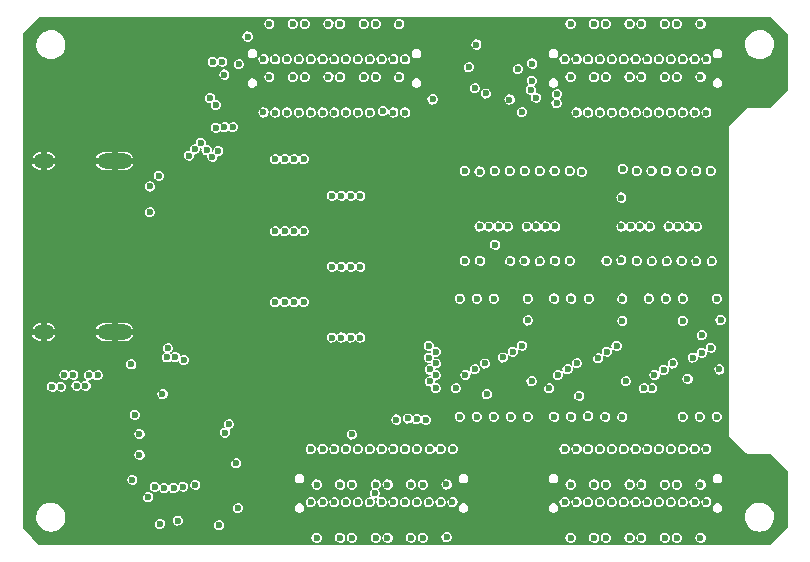
<source format=gbr>
G04 #@! TF.GenerationSoftware,KiCad,Pcbnew,(5.99.0-1662-g9db296991)*
G04 #@! TF.CreationDate,2020-05-15T17:50:03+05:30*
G04 #@! TF.ProjectId,Alchitry_IO_Shield,416c6368-6974-4727-995f-494f5f536869,rev?*
G04 #@! TF.SameCoordinates,Original*
G04 #@! TF.FileFunction,Copper,L2,Inr*
G04 #@! TF.FilePolarity,Positive*
%FSLAX46Y46*%
G04 Gerber Fmt 4.6, Leading zero omitted, Abs format (unit mm)*
G04 Created by KiCad (PCBNEW (5.99.0-1662-g9db296991)) date 2020-05-15 17:50:03*
%MOMM*%
%LPD*%
G01*
G04 APERTURE LIST*
G04 #@! TA.AperFunction,ViaPad*
%ADD10O,3.000000X1.300000*%
G04 #@! TD*
G04 #@! TA.AperFunction,ViaPad*
%ADD11O,1.800000X1.300000*%
G04 #@! TD*
G04 #@! TA.AperFunction,ViaPad*
%ADD12C,0.500000*%
G04 #@! TD*
G04 #@! TA.AperFunction,ViaPad*
%ADD13C,0.600000*%
G04 #@! TD*
G04 APERTURE END LIST*
D10*
X19900000Y-38850000D03*
X19900000Y-24350000D03*
D11*
X13900000Y-24350000D03*
X13900000Y-38850000D03*
D12*
X24000000Y-47100000D03*
X24000000Y-48100000D03*
X24000000Y-50100000D03*
X24000000Y-49100000D03*
X24000000Y-46100000D03*
X25000000Y-47100000D03*
X25000000Y-48100000D03*
X25000000Y-50100000D03*
X25000000Y-49100000D03*
X25000000Y-46100000D03*
X26000000Y-47100000D03*
X26000000Y-48100000D03*
X26000000Y-50100000D03*
X26000000Y-49100000D03*
X26000000Y-46100000D03*
X27000000Y-47100000D03*
X27000000Y-48100000D03*
X27000000Y-50100000D03*
X27000000Y-49100000D03*
X27000000Y-46100000D03*
X28000000Y-46100000D03*
X28000000Y-47100000D03*
X28000000Y-48100000D03*
X28000000Y-49100000D03*
X28000000Y-50100000D03*
D13*
X23650000Y-25610000D03*
X51330000Y-18640000D03*
X52120000Y-31460000D03*
X68510000Y-51750000D03*
X30500000Y-43340000D03*
X57340000Y-18700000D03*
X49890000Y-16410000D03*
X57320000Y-19470000D03*
X62800000Y-27450000D03*
X54397521Y-20222479D03*
X53329500Y-19150000D03*
X59439988Y-25264945D03*
X46820000Y-19140000D03*
X28250000Y-15970000D03*
X27989500Y-19023519D03*
X31150000Y-13820000D03*
X29000000Y-15960000D03*
X50398922Y-18193054D03*
X54060000Y-16590000D03*
X50530000Y-14500000D03*
X28681086Y-23490559D03*
X30430000Y-16169500D03*
X28172448Y-24010000D03*
X29924747Y-21494510D03*
X29190000Y-17040000D03*
X27681948Y-23436801D03*
X29197744Y-21494510D03*
X27191448Y-22831448D03*
X28472866Y-21550031D03*
X28480000Y-19630657D03*
X46571619Y-41999344D03*
X26690500Y-23360902D03*
X26200000Y-23900000D03*
X32498157Y-20248157D03*
X22900000Y-28700000D03*
X46500000Y-40000000D03*
X47100000Y-40500000D03*
X46500000Y-41000000D03*
X49600000Y-42481012D03*
X47100000Y-41500000D03*
X46585925Y-43014075D03*
X47100000Y-42500000D03*
X47100000Y-43600000D03*
X70400000Y-25200000D03*
X64100000Y-25200000D03*
X55900000Y-25200000D03*
X57150000Y-25200000D03*
X50800000Y-25250000D03*
X53350000Y-25200000D03*
X66600000Y-25200000D03*
X69150000Y-25200000D03*
X65350000Y-25200000D03*
X58450000Y-25200000D03*
X67900000Y-25200000D03*
X49550000Y-25200000D03*
X54650000Y-25200000D03*
X22000000Y-49225000D03*
X67900000Y-32800000D03*
X64100000Y-32800000D03*
X62800000Y-32750000D03*
X53400000Y-32800000D03*
X69150000Y-32850000D03*
X66650000Y-32850000D03*
X50850000Y-32800000D03*
X49550000Y-32800000D03*
X70450000Y-32850000D03*
X55900000Y-32850000D03*
X52100000Y-25200000D03*
X57200000Y-32800000D03*
X65400000Y-32850000D03*
X54600000Y-32800000D03*
X61550000Y-32800000D03*
X58450000Y-32800000D03*
X52000000Y-36000000D03*
X68000000Y-46000000D03*
X68000000Y-36000000D03*
X68850009Y-40994158D03*
X69440000Y-46000000D03*
X69600000Y-39100000D03*
X60000000Y-45950000D03*
X60050000Y-36000000D03*
X52000000Y-46000000D03*
X49120000Y-46000000D03*
X60850009Y-41050000D03*
X61440000Y-46000000D03*
X54880000Y-46000000D03*
X52778374Y-40990510D03*
X57120000Y-46000000D03*
X24100000Y-52050000D03*
X30200000Y-49950000D03*
X23300000Y-51950000D03*
X25700000Y-51950000D03*
X24900000Y-52050000D03*
X53440000Y-46000000D03*
X62800000Y-29900000D03*
X51600000Y-29900000D03*
X63600000Y-29900000D03*
X69600000Y-40600000D03*
X57120000Y-36000000D03*
X50560000Y-36000000D03*
X22900000Y-26512500D03*
X58560000Y-36000000D03*
X50800000Y-29900000D03*
X53600000Y-40500000D03*
X65120000Y-36000000D03*
X70880000Y-36000000D03*
X54880000Y-36000000D03*
X52400000Y-29900000D03*
X54800000Y-29900000D03*
X56400000Y-29900000D03*
X57200000Y-29900000D03*
X61600000Y-40500000D03*
X66560000Y-36000000D03*
X62880000Y-36000000D03*
X49120000Y-36000000D03*
X53200000Y-29900000D03*
X55600000Y-29900000D03*
X66800000Y-29900000D03*
X67600000Y-29900000D03*
X64400000Y-29900000D03*
X62918686Y-25031314D03*
X23950000Y-44100000D03*
X68400000Y-29900000D03*
X69200000Y-29900000D03*
X22000000Y-47475000D03*
X65200000Y-29900000D03*
X25037500Y-44100000D03*
X21300000Y-41575000D03*
X62880000Y-46000000D03*
X70880000Y-46000000D03*
X50560000Y-46000000D03*
X58560000Y-46000000D03*
X55253164Y-16103164D03*
X59238468Y-44239261D03*
X55585989Y-18999999D03*
X51400000Y-44100000D03*
X55220841Y-17551613D03*
X50393439Y-41990510D03*
X64700000Y-43600000D03*
X65427011Y-43600473D03*
X48800000Y-43600000D03*
X56700000Y-43600000D03*
X55200000Y-43000000D03*
X71100000Y-42000000D03*
X63200000Y-43000000D03*
X70400000Y-40181011D03*
X68400000Y-42800000D03*
X68000000Y-37900000D03*
X71200000Y-37827040D03*
X25040665Y-40946694D03*
X25767674Y-41198532D03*
X43750000Y-46250000D03*
X67156764Y-41490707D03*
X65606006Y-42481020D03*
X57450000Y-42481011D03*
X51250000Y-41500000D03*
X58250000Y-41990510D03*
X59050000Y-41481020D03*
X66400000Y-42050000D03*
X62400000Y-40000000D03*
X54400000Y-40000000D03*
X62890510Y-37900000D03*
X54900000Y-37850000D03*
X23000000Y-36000000D03*
X23000000Y-35000000D03*
X23000000Y-34000000D03*
X23000000Y-33000000D03*
X23000000Y-32000000D03*
X23000000Y-31000000D03*
X23000000Y-30000000D03*
X16000000Y-32000000D03*
X17000000Y-31000000D03*
X16000000Y-31000000D03*
X18000000Y-30000000D03*
X17000000Y-30000000D03*
X16000000Y-30000000D03*
X18000000Y-29000000D03*
X17000000Y-29000000D03*
X16000000Y-29000000D03*
X18000000Y-28000000D03*
X17000000Y-28000000D03*
X16000000Y-28000000D03*
X18000000Y-27000000D03*
X17000000Y-27000000D03*
X16000000Y-27000000D03*
X32800000Y-55400000D03*
X22700000Y-51300000D03*
X17000000Y-48450000D03*
X32800000Y-45850000D03*
X32751936Y-47801936D03*
X29239090Y-47352154D03*
X44738342Y-46156914D03*
X55135800Y-18330326D03*
X65500000Y-51750000D03*
X62500000Y-51750000D03*
X59500000Y-51750000D03*
X44000000Y-56250000D03*
X41000000Y-56250000D03*
X38000000Y-56250000D03*
X47000000Y-51750000D03*
X44000000Y-51750000D03*
X41000000Y-51750000D03*
X38000000Y-51750000D03*
X59500000Y-17250000D03*
X62500000Y-17250000D03*
X65500000Y-17250000D03*
X68500000Y-17250000D03*
X68500000Y-12750000D03*
X65500000Y-12750000D03*
X62500000Y-12750000D03*
X59500000Y-12750000D03*
X34000000Y-12750000D03*
X37000000Y-12750000D03*
X40000000Y-12750000D03*
X43000000Y-12750000D03*
X43000000Y-17250000D03*
X40000000Y-17250000D03*
X37000000Y-17250000D03*
X59500000Y-56250000D03*
X62500000Y-56250000D03*
X65500000Y-56250000D03*
X68500000Y-56250000D03*
X34000000Y-17250000D03*
X47000000Y-56217768D03*
X21600000Y-44350000D03*
X14613661Y-43469702D03*
X15366061Y-43469702D03*
X15645461Y-42451451D03*
X16397861Y-42451451D03*
X16677261Y-43376184D03*
X17429661Y-43376184D03*
X17723800Y-42500000D03*
X18476200Y-42500000D03*
X35500000Y-20250000D03*
X38500000Y-20250000D03*
X41500000Y-20250000D03*
X44500000Y-15750000D03*
X41500000Y-15750000D03*
X38500000Y-15750000D03*
X35500000Y-15750000D03*
X61000000Y-15750000D03*
X64000000Y-15750000D03*
X67000000Y-15750000D03*
X70000000Y-15750000D03*
X70000000Y-20250000D03*
X67000000Y-20250000D03*
X64000000Y-20250000D03*
X61000000Y-20250000D03*
X45500000Y-53250000D03*
X42500000Y-53250000D03*
X39500000Y-53250000D03*
X42500000Y-48750000D03*
X39500000Y-48750000D03*
X70000000Y-48750000D03*
X67000000Y-48750000D03*
X64000000Y-48750000D03*
X61000000Y-48750000D03*
X61000000Y-53250000D03*
X64000000Y-53250000D03*
X67000000Y-53250000D03*
X70000000Y-53250000D03*
X44500000Y-20250000D03*
X21600000Y-45850000D03*
X21400000Y-51350000D03*
X30350000Y-53750000D03*
X32500000Y-15750000D03*
X29590500Y-46650000D03*
X23750000Y-55100000D03*
X28750000Y-55200000D03*
X48000000Y-56217764D03*
X47500000Y-53250000D03*
X46500000Y-53250000D03*
X46000000Y-56250000D03*
X40000000Y-51750000D03*
X40000000Y-47509425D03*
X40500000Y-48749992D03*
X41500000Y-48749994D03*
X41946979Y-52496694D03*
X42000000Y-51750000D03*
X47994844Y-51744844D03*
X46242998Y-46274404D03*
X47500000Y-48749988D03*
X45482485Y-46207564D03*
X46600000Y-48749992D03*
X46000000Y-51750000D03*
X45000000Y-51750008D03*
X24400000Y-40200000D03*
X44500000Y-48749994D03*
X24312442Y-40981231D03*
X43500000Y-48750000D03*
X43000000Y-51750000D03*
X68000000Y-20250000D03*
X40700000Y-39300000D03*
X67500000Y-17250000D03*
X39900000Y-39300000D03*
X66500000Y-17250000D03*
X39100000Y-39300000D03*
X66000000Y-20250000D03*
X38300000Y-39300000D03*
X65000000Y-20250000D03*
X35900000Y-36300000D03*
X64500000Y-17250000D03*
X35100000Y-36300000D03*
X63500000Y-17250000D03*
X34300000Y-36300000D03*
X63000000Y-20250000D03*
X33500000Y-36300000D03*
X62000000Y-20250000D03*
X40700000Y-33300000D03*
X61500000Y-17250000D03*
X39900000Y-33300000D03*
X60500000Y-17250000D03*
X39100000Y-33300000D03*
X60000000Y-20250000D03*
X38300000Y-33300000D03*
X59000000Y-20250000D03*
X35900000Y-30300000D03*
X58500000Y-17250000D03*
X35100000Y-30300000D03*
X44000000Y-17250000D03*
X34300000Y-30300000D03*
X43500000Y-20250000D03*
X33500000Y-30300000D03*
X42621843Y-20128157D03*
X40700000Y-27300000D03*
X42000000Y-17250000D03*
X39900000Y-27300000D03*
X41000000Y-17250000D03*
X39100000Y-27300000D03*
X40500000Y-20250000D03*
X38300000Y-27300000D03*
X39500000Y-20250000D03*
X35900000Y-24200000D03*
X39000000Y-17250000D03*
X35100000Y-24200000D03*
X38000000Y-17250000D03*
X34300000Y-24200000D03*
X37500000Y-20250000D03*
X33500000Y-24200000D03*
X25249999Y-54794602D03*
X26727570Y-51758437D03*
X68000000Y-15750000D03*
X67500000Y-12750000D03*
X66500000Y-12750000D03*
X66000000Y-15750000D03*
X65000000Y-15750000D03*
X64500000Y-12750000D03*
X63500000Y-12750000D03*
X63000000Y-15750000D03*
X62000000Y-15750000D03*
X61500000Y-12750000D03*
X60500000Y-12750000D03*
X60000000Y-15750000D03*
X59000000Y-15750000D03*
X58500000Y-12750000D03*
X44000000Y-12750000D03*
X43500000Y-15750000D03*
X42500000Y-15750000D03*
X42000000Y-12750000D03*
X41000000Y-12750000D03*
X40500000Y-15750000D03*
X39500000Y-15750000D03*
X39000000Y-12750000D03*
X38000000Y-12750000D03*
X37500000Y-15750000D03*
X58000000Y-53250000D03*
X59000000Y-53250000D03*
X64500000Y-56250000D03*
X60000000Y-53250000D03*
X58500000Y-56250000D03*
X61500000Y-56250000D03*
X62000000Y-53250000D03*
X63000000Y-53250000D03*
X60500000Y-56250000D03*
X60000000Y-48750000D03*
X61500000Y-51750000D03*
X59000000Y-48750000D03*
X63500000Y-56250000D03*
X60500000Y-51750000D03*
X58500000Y-51749996D03*
X58000000Y-48750000D03*
X63000000Y-48750000D03*
X62000000Y-48750000D03*
X34500000Y-15750000D03*
X36500000Y-20250000D03*
X33000000Y-12750000D03*
X33500000Y-15750000D03*
X36500000Y-15750000D03*
X68000000Y-48750000D03*
X33500000Y-20250000D03*
X35000000Y-12750000D03*
X64500000Y-51750000D03*
X66500000Y-51750000D03*
X65000000Y-48750000D03*
X35000000Y-17250000D03*
X36000000Y-12750000D03*
X33000000Y-17250000D03*
X66000000Y-48750000D03*
X67500000Y-51750000D03*
X34500000Y-20250000D03*
X36000000Y-17250000D03*
X69500000Y-17250000D03*
X69000000Y-20250000D03*
X58000000Y-15750000D03*
X69000000Y-15750000D03*
X69500000Y-12750000D03*
X69000000Y-48750000D03*
X63500000Y-51750000D03*
X69500000Y-51750000D03*
X48500000Y-53253210D03*
X43500000Y-53250000D03*
X43000000Y-56250000D03*
X69000000Y-53250000D03*
X66000000Y-53250000D03*
X66500000Y-56250000D03*
X65000000Y-53250000D03*
X44500000Y-53250000D03*
X68000000Y-53250000D03*
X67500000Y-56250000D03*
X69500000Y-56250000D03*
X38500000Y-53250004D03*
X39000000Y-56250000D03*
X37000000Y-51750000D03*
X48550000Y-48750000D03*
X37000000Y-56249994D03*
X38500000Y-48750008D03*
X45000000Y-56250000D03*
X40000000Y-56250000D03*
X36500000Y-53250000D03*
X37500000Y-53250000D03*
X40500000Y-53250000D03*
X39000000Y-51750000D03*
X37500000Y-48750008D03*
X36500000Y-48750000D03*
X45500000Y-48750000D03*
X42000000Y-56250000D03*
X41500000Y-53250000D03*
X22749999Y-52805398D03*
G36*
X75465702Y-12145306D02*
G01*
X76854695Y-13534300D01*
X76873001Y-13578494D01*
X76873000Y-18421507D01*
X76854694Y-18465701D01*
X75465702Y-19854694D01*
X75421508Y-19873000D01*
X73479455Y-19873000D01*
X73479439Y-19873001D01*
X73465971Y-19873001D01*
X73458104Y-19877542D01*
X73443037Y-19883783D01*
X73434260Y-19886135D01*
X73422020Y-19898375D01*
X71934261Y-21386135D01*
X71886136Y-21434259D01*
X71883787Y-21443028D01*
X71877543Y-21458103D01*
X71873002Y-21465969D01*
X71873001Y-21465972D01*
X71873001Y-21483280D01*
X71873000Y-47520544D01*
X71873001Y-47520560D01*
X71873001Y-47534029D01*
X71877541Y-47541893D01*
X71883783Y-47556965D01*
X71886133Y-47565736D01*
X71886137Y-47565742D01*
X71943049Y-47622654D01*
X71943053Y-47622657D01*
X73386135Y-49065740D01*
X73434260Y-49113865D01*
X73443037Y-49116217D01*
X73458104Y-49122458D01*
X73465971Y-49126999D01*
X73479439Y-49126999D01*
X73479455Y-49127000D01*
X75421508Y-49127000D01*
X75465702Y-49145306D01*
X76854695Y-50534300D01*
X76873001Y-50578494D01*
X76873000Y-55421507D01*
X76854694Y-55465701D01*
X75465702Y-56854694D01*
X75421508Y-56873000D01*
X13578493Y-56873000D01*
X13534299Y-56854694D01*
X12924647Y-56245042D01*
X36563597Y-56245042D01*
X36591074Y-56402478D01*
X36591075Y-56402481D01*
X36673385Y-56539466D01*
X36799496Y-56637640D01*
X36952490Y-56683831D01*
X37111854Y-56671848D01*
X37111857Y-56671847D01*
X37256220Y-56603297D01*
X37366229Y-56487371D01*
X37427129Y-56339615D01*
X37428202Y-56245048D01*
X38563597Y-56245048D01*
X38591074Y-56402484D01*
X38591075Y-56402487D01*
X38673385Y-56539472D01*
X38799496Y-56637646D01*
X38952490Y-56683837D01*
X39111854Y-56671854D01*
X39111857Y-56671853D01*
X39256220Y-56603303D01*
X39366229Y-56487377D01*
X39427129Y-56339621D01*
X39428202Y-56245048D01*
X39563597Y-56245048D01*
X39591074Y-56402484D01*
X39591075Y-56402487D01*
X39673385Y-56539472D01*
X39799496Y-56637646D01*
X39952490Y-56683837D01*
X40111854Y-56671854D01*
X40111857Y-56671853D01*
X40256220Y-56603303D01*
X40366229Y-56487377D01*
X40427129Y-56339621D01*
X40428202Y-56245048D01*
X41563597Y-56245048D01*
X41591074Y-56402484D01*
X41591075Y-56402487D01*
X41673385Y-56539472D01*
X41799496Y-56637646D01*
X41952490Y-56683837D01*
X42111854Y-56671854D01*
X42111857Y-56671853D01*
X42256220Y-56603303D01*
X42366229Y-56487377D01*
X42427129Y-56339621D01*
X42428202Y-56245048D01*
X42563597Y-56245048D01*
X42591074Y-56402484D01*
X42591075Y-56402487D01*
X42673385Y-56539472D01*
X42799496Y-56637646D01*
X42952490Y-56683837D01*
X43111854Y-56671854D01*
X43111857Y-56671853D01*
X43256220Y-56603303D01*
X43366229Y-56487377D01*
X43427129Y-56339621D01*
X43428202Y-56245048D01*
X44563597Y-56245048D01*
X44591074Y-56402484D01*
X44591075Y-56402487D01*
X44673385Y-56539472D01*
X44799496Y-56637646D01*
X44952490Y-56683837D01*
X45111854Y-56671854D01*
X45111857Y-56671853D01*
X45256220Y-56603303D01*
X45366229Y-56487377D01*
X45427129Y-56339621D01*
X45428202Y-56245048D01*
X45563597Y-56245048D01*
X45591074Y-56402484D01*
X45591075Y-56402487D01*
X45673385Y-56539472D01*
X45799496Y-56637646D01*
X45952490Y-56683837D01*
X46111854Y-56671854D01*
X46111857Y-56671853D01*
X46256220Y-56603303D01*
X46366229Y-56487377D01*
X46427129Y-56339621D01*
X46428568Y-56212812D01*
X47563597Y-56212812D01*
X47591074Y-56370248D01*
X47591075Y-56370251D01*
X47673385Y-56507236D01*
X47799496Y-56605410D01*
X47952490Y-56651601D01*
X48111854Y-56639618D01*
X48111857Y-56639617D01*
X48256220Y-56571067D01*
X48366229Y-56455141D01*
X48427129Y-56307385D01*
X48427836Y-56245048D01*
X58063597Y-56245048D01*
X58091074Y-56402484D01*
X58091075Y-56402487D01*
X58173385Y-56539472D01*
X58299496Y-56637646D01*
X58452490Y-56683837D01*
X58611854Y-56671854D01*
X58611857Y-56671853D01*
X58756220Y-56603303D01*
X58866229Y-56487377D01*
X58927129Y-56339621D01*
X58928202Y-56245048D01*
X60063597Y-56245048D01*
X60091074Y-56402484D01*
X60091075Y-56402487D01*
X60173385Y-56539472D01*
X60299496Y-56637646D01*
X60452490Y-56683837D01*
X60611854Y-56671854D01*
X60611857Y-56671853D01*
X60756220Y-56603303D01*
X60866229Y-56487377D01*
X60927129Y-56339621D01*
X60928202Y-56245048D01*
X61063597Y-56245048D01*
X61091074Y-56402484D01*
X61091075Y-56402487D01*
X61173385Y-56539472D01*
X61299496Y-56637646D01*
X61452490Y-56683837D01*
X61611854Y-56671854D01*
X61611857Y-56671853D01*
X61756220Y-56603303D01*
X61866229Y-56487377D01*
X61927129Y-56339621D01*
X61928202Y-56245048D01*
X63063597Y-56245048D01*
X63091074Y-56402484D01*
X63091075Y-56402487D01*
X63173385Y-56539472D01*
X63299496Y-56637646D01*
X63452490Y-56683837D01*
X63611854Y-56671854D01*
X63611857Y-56671853D01*
X63756220Y-56603303D01*
X63866229Y-56487377D01*
X63927129Y-56339621D01*
X63928202Y-56245048D01*
X64063597Y-56245048D01*
X64091074Y-56402484D01*
X64091075Y-56402487D01*
X64173385Y-56539472D01*
X64299496Y-56637646D01*
X64452490Y-56683837D01*
X64611854Y-56671854D01*
X64611857Y-56671853D01*
X64756220Y-56603303D01*
X64866229Y-56487377D01*
X64927129Y-56339621D01*
X64928202Y-56245048D01*
X66063597Y-56245048D01*
X66091074Y-56402484D01*
X66091075Y-56402487D01*
X66173385Y-56539472D01*
X66299496Y-56637646D01*
X66452490Y-56683837D01*
X66611854Y-56671854D01*
X66611857Y-56671853D01*
X66756220Y-56603303D01*
X66866229Y-56487377D01*
X66927129Y-56339621D01*
X66928202Y-56245048D01*
X67063597Y-56245048D01*
X67091074Y-56402484D01*
X67091075Y-56402487D01*
X67173385Y-56539472D01*
X67299496Y-56637646D01*
X67452490Y-56683837D01*
X67611854Y-56671854D01*
X67611857Y-56671853D01*
X67756220Y-56603303D01*
X67866229Y-56487377D01*
X67927129Y-56339621D01*
X67928202Y-56245048D01*
X69063597Y-56245048D01*
X69091074Y-56402484D01*
X69091075Y-56402487D01*
X69173385Y-56539472D01*
X69299496Y-56637646D01*
X69452490Y-56683837D01*
X69611854Y-56671854D01*
X69611857Y-56671853D01*
X69756220Y-56603303D01*
X69866229Y-56487377D01*
X69927129Y-56339621D01*
X69929053Y-56170093D01*
X69871519Y-56020991D01*
X69764168Y-55902599D01*
X69764167Y-55902599D01*
X69621393Y-55830792D01*
X69462342Y-55815197D01*
X69462341Y-55815197D01*
X69308340Y-55857906D01*
X69308338Y-55857907D01*
X69180039Y-55953188D01*
X69094639Y-56088278D01*
X69063597Y-56245048D01*
X67928202Y-56245048D01*
X67929053Y-56170093D01*
X67871519Y-56020991D01*
X67764168Y-55902599D01*
X67764167Y-55902599D01*
X67621393Y-55830792D01*
X67462342Y-55815197D01*
X67462341Y-55815197D01*
X67308340Y-55857906D01*
X67308338Y-55857907D01*
X67180039Y-55953188D01*
X67094639Y-56088278D01*
X67063597Y-56245048D01*
X66928202Y-56245048D01*
X66929053Y-56170093D01*
X66871519Y-56020991D01*
X66764168Y-55902599D01*
X66764167Y-55902599D01*
X66621393Y-55830792D01*
X66462342Y-55815197D01*
X66462341Y-55815197D01*
X66308340Y-55857906D01*
X66308338Y-55857907D01*
X66180039Y-55953188D01*
X66094639Y-56088278D01*
X66063597Y-56245048D01*
X64928202Y-56245048D01*
X64929053Y-56170093D01*
X64871519Y-56020991D01*
X64764168Y-55902599D01*
X64764167Y-55902599D01*
X64621393Y-55830792D01*
X64462342Y-55815197D01*
X64462341Y-55815197D01*
X64308340Y-55857906D01*
X64308338Y-55857907D01*
X64180039Y-55953188D01*
X64094639Y-56088278D01*
X64063597Y-56245048D01*
X63928202Y-56245048D01*
X63929053Y-56170093D01*
X63871519Y-56020991D01*
X63764168Y-55902599D01*
X63621393Y-55830792D01*
X63462342Y-55815197D01*
X63308340Y-55857906D01*
X63308338Y-55857907D01*
X63180039Y-55953188D01*
X63094639Y-56088278D01*
X63063597Y-56245048D01*
X61928202Y-56245048D01*
X61929053Y-56170093D01*
X61871519Y-56020991D01*
X61764168Y-55902599D01*
X61621393Y-55830792D01*
X61462342Y-55815197D01*
X61308340Y-55857906D01*
X61308338Y-55857907D01*
X61180039Y-55953188D01*
X61094639Y-56088278D01*
X61063597Y-56245048D01*
X60928202Y-56245048D01*
X60929053Y-56170093D01*
X60871519Y-56020991D01*
X60764168Y-55902599D01*
X60621393Y-55830792D01*
X60462342Y-55815197D01*
X60308340Y-55857906D01*
X60308338Y-55857907D01*
X60180039Y-55953188D01*
X60094639Y-56088278D01*
X60063597Y-56245048D01*
X58928202Y-56245048D01*
X58929053Y-56170093D01*
X58871519Y-56020991D01*
X58764168Y-55902599D01*
X58621393Y-55830792D01*
X58462342Y-55815197D01*
X58308340Y-55857906D01*
X58308338Y-55857907D01*
X58180039Y-55953188D01*
X58094639Y-56088278D01*
X58063597Y-56245048D01*
X48427836Y-56245048D01*
X48429053Y-56137857D01*
X48371519Y-55988755D01*
X48264168Y-55870363D01*
X48264167Y-55870363D01*
X48121393Y-55798556D01*
X47962342Y-55782961D01*
X47962341Y-55782961D01*
X47808340Y-55825670D01*
X47808338Y-55825671D01*
X47680039Y-55920952D01*
X47594639Y-56056042D01*
X47563597Y-56212812D01*
X46428568Y-56212812D01*
X46429053Y-56170093D01*
X46371519Y-56020991D01*
X46264168Y-55902599D01*
X46121393Y-55830792D01*
X45962342Y-55815197D01*
X45808340Y-55857906D01*
X45808338Y-55857907D01*
X45680039Y-55953188D01*
X45594639Y-56088278D01*
X45563597Y-56245048D01*
X45428202Y-56245048D01*
X45429053Y-56170093D01*
X45371519Y-56020991D01*
X45264168Y-55902599D01*
X45121393Y-55830792D01*
X44962342Y-55815197D01*
X44808340Y-55857906D01*
X44808338Y-55857907D01*
X44680039Y-55953188D01*
X44594639Y-56088278D01*
X44563597Y-56245048D01*
X43428202Y-56245048D01*
X43429053Y-56170093D01*
X43371519Y-56020991D01*
X43264168Y-55902599D01*
X43121393Y-55830792D01*
X42962342Y-55815197D01*
X42808340Y-55857906D01*
X42808338Y-55857907D01*
X42680039Y-55953188D01*
X42594639Y-56088278D01*
X42563597Y-56245048D01*
X42428202Y-56245048D01*
X42429053Y-56170093D01*
X42371519Y-56020991D01*
X42264168Y-55902599D01*
X42121393Y-55830792D01*
X41962342Y-55815197D01*
X41808340Y-55857906D01*
X41808338Y-55857907D01*
X41680039Y-55953188D01*
X41594639Y-56088278D01*
X41563597Y-56245048D01*
X40428202Y-56245048D01*
X40429053Y-56170093D01*
X40371519Y-56020991D01*
X40264168Y-55902599D01*
X40121393Y-55830792D01*
X39962342Y-55815197D01*
X39808340Y-55857906D01*
X39808338Y-55857907D01*
X39680039Y-55953188D01*
X39594639Y-56088278D01*
X39563597Y-56245048D01*
X39428202Y-56245048D01*
X39429053Y-56170093D01*
X39371519Y-56020991D01*
X39264168Y-55902599D01*
X39121393Y-55830792D01*
X38962342Y-55815197D01*
X38808340Y-55857906D01*
X38808338Y-55857907D01*
X38680039Y-55953188D01*
X38594639Y-56088278D01*
X38563597Y-56245048D01*
X37428202Y-56245048D01*
X37429053Y-56170087D01*
X37371519Y-56020985D01*
X37264168Y-55902593D01*
X37121393Y-55830786D01*
X36962342Y-55815191D01*
X36808340Y-55857900D01*
X36808338Y-55857901D01*
X36680039Y-55953182D01*
X36594639Y-56088272D01*
X36563597Y-56245042D01*
X12924647Y-56245042D01*
X12145306Y-55465702D01*
X12127000Y-55421508D01*
X12127000Y-54467746D01*
X13268463Y-54467746D01*
X13282216Y-54686349D01*
X13334462Y-54899052D01*
X13423550Y-55099149D01*
X13423553Y-55099153D01*
X13546658Y-55280295D01*
X13699909Y-55436791D01*
X13878436Y-55563664D01*
X14076629Y-55656928D01*
X14288187Y-55713614D01*
X14506450Y-55731942D01*
X14724503Y-55711330D01*
X14724506Y-55711330D01*
X14935468Y-55652428D01*
X15132668Y-55557098D01*
X15309855Y-55428362D01*
X15309865Y-55428353D01*
X15461457Y-55270274D01*
X15461458Y-55270274D01*
X15577879Y-55095048D01*
X23313597Y-55095048D01*
X23341074Y-55252484D01*
X23341075Y-55252487D01*
X23423385Y-55389472D01*
X23549496Y-55487646D01*
X23702490Y-55533837D01*
X23861854Y-55521854D01*
X23861857Y-55521853D01*
X24006220Y-55453303D01*
X24116229Y-55337377D01*
X24177129Y-55189621D01*
X24179053Y-55020093D01*
X24121519Y-54870991D01*
X24047764Y-54789650D01*
X24813596Y-54789650D01*
X24841073Y-54947086D01*
X24841074Y-54947089D01*
X24923384Y-55084074D01*
X25049495Y-55182248D01*
X25202489Y-55228439D01*
X25361853Y-55216456D01*
X25361856Y-55216455D01*
X25406938Y-55195048D01*
X28313597Y-55195048D01*
X28341074Y-55352484D01*
X28341075Y-55352487D01*
X28423385Y-55489472D01*
X28549496Y-55587646D01*
X28702490Y-55633837D01*
X28861854Y-55621854D01*
X28861857Y-55621853D01*
X29006220Y-55553303D01*
X29116229Y-55437377D01*
X29177129Y-55289621D01*
X29179053Y-55120093D01*
X29121519Y-54970991D01*
X29014168Y-54852599D01*
X29014167Y-54852599D01*
X28871393Y-54780792D01*
X28712342Y-54765197D01*
X28712341Y-54765197D01*
X28558340Y-54807906D01*
X28558338Y-54807907D01*
X28430039Y-54903188D01*
X28344639Y-55038278D01*
X28313597Y-55195048D01*
X25406938Y-55195048D01*
X25506219Y-55147905D01*
X25616228Y-55031979D01*
X25677128Y-54884223D01*
X25679052Y-54714695D01*
X25621518Y-54565593D01*
X25532797Y-54467746D01*
X73268463Y-54467746D01*
X73282216Y-54686349D01*
X73334462Y-54899052D01*
X73423550Y-55099149D01*
X73423553Y-55099153D01*
X73546658Y-55280295D01*
X73699909Y-55436791D01*
X73878436Y-55563664D01*
X74076629Y-55656928D01*
X74288187Y-55713614D01*
X74506450Y-55731942D01*
X74724503Y-55711330D01*
X74724506Y-55711330D01*
X74935468Y-55652428D01*
X75132668Y-55557098D01*
X75309855Y-55428362D01*
X75309865Y-55428353D01*
X75461457Y-55270274D01*
X75461458Y-55270274D01*
X75582663Y-55087848D01*
X75582663Y-55087847D01*
X75669653Y-54886825D01*
X75719669Y-54673586D01*
X75727082Y-54390481D01*
X75688295Y-54174920D01*
X75688295Y-54174919D01*
X75611951Y-53969634D01*
X75611950Y-53969633D01*
X75500453Y-53781100D01*
X75357334Y-53615296D01*
X75187117Y-53477458D01*
X74995183Y-53371941D01*
X74995181Y-53371941D01*
X74787593Y-53302080D01*
X74570911Y-53270084D01*
X74351996Y-53276964D01*
X74137759Y-53322500D01*
X74137754Y-53322502D01*
X73934963Y-53405260D01*
X73750029Y-53522623D01*
X73588809Y-53670872D01*
X73588804Y-53670878D01*
X73456385Y-53845333D01*
X73456380Y-53845341D01*
X73356943Y-54040495D01*
X73356942Y-54040500D01*
X73293639Y-54250169D01*
X73293638Y-54250171D01*
X73268463Y-54467746D01*
X25532797Y-54467746D01*
X25514167Y-54447201D01*
X25514166Y-54447201D01*
X25371392Y-54375394D01*
X25212341Y-54359799D01*
X25212340Y-54359799D01*
X25058339Y-54402508D01*
X25058337Y-54402509D01*
X24930038Y-54497790D01*
X24844638Y-54632880D01*
X24813596Y-54789650D01*
X24047764Y-54789650D01*
X24014168Y-54752599D01*
X24014167Y-54752599D01*
X23871393Y-54680792D01*
X23712342Y-54665197D01*
X23712341Y-54665197D01*
X23558340Y-54707906D01*
X23558338Y-54707907D01*
X23430039Y-54803188D01*
X23344639Y-54938278D01*
X23313597Y-55095048D01*
X15577879Y-55095048D01*
X15582663Y-55087848D01*
X15582663Y-55087847D01*
X15669653Y-54886825D01*
X15719669Y-54673586D01*
X15727082Y-54390481D01*
X15688295Y-54174920D01*
X15688295Y-54174919D01*
X15611951Y-53969634D01*
X15611950Y-53969633D01*
X15500453Y-53781100D01*
X15469334Y-53745048D01*
X29913597Y-53745048D01*
X29941074Y-53902484D01*
X29941075Y-53902487D01*
X30023385Y-54039472D01*
X30149496Y-54137646D01*
X30302490Y-54183837D01*
X30461854Y-54171854D01*
X30461857Y-54171853D01*
X30606220Y-54103303D01*
X30716229Y-53987377D01*
X30777129Y-53839621D01*
X30778868Y-53686330D01*
X35148001Y-53686330D01*
X35148001Y-53813670D01*
X35187351Y-53934779D01*
X35187352Y-53934781D01*
X35262200Y-54037800D01*
X35365219Y-54112648D01*
X35365221Y-54112649D01*
X35486330Y-54151999D01*
X35613670Y-54151999D01*
X35734779Y-54112649D01*
X35734781Y-54112648D01*
X35837800Y-54037800D01*
X35912648Y-53934781D01*
X35912649Y-53934779D01*
X35951999Y-53813670D01*
X35951999Y-53686330D01*
X35912649Y-53565221D01*
X35912648Y-53565219D01*
X35837800Y-53462200D01*
X35734781Y-53387352D01*
X35734779Y-53387351D01*
X35613670Y-53348001D01*
X35486330Y-53348001D01*
X35365221Y-53387351D01*
X35365219Y-53387352D01*
X35262200Y-53462200D01*
X35187352Y-53565219D01*
X35187351Y-53565221D01*
X35148001Y-53686330D01*
X30778868Y-53686330D01*
X30779053Y-53670093D01*
X30721519Y-53520991D01*
X30614168Y-53402599D01*
X30471393Y-53330792D01*
X30312342Y-53315197D01*
X30312341Y-53315197D01*
X30158340Y-53357906D01*
X30158338Y-53357907D01*
X30030039Y-53453188D01*
X29944639Y-53588278D01*
X29913597Y-53745048D01*
X15469334Y-53745048D01*
X15357334Y-53615296D01*
X15187117Y-53477458D01*
X14995183Y-53371941D01*
X14995181Y-53371941D01*
X14787593Y-53302080D01*
X14570911Y-53270084D01*
X14351996Y-53276964D01*
X14137759Y-53322500D01*
X14137754Y-53322502D01*
X13934963Y-53405260D01*
X13750029Y-53522623D01*
X13588809Y-53670872D01*
X13588804Y-53670878D01*
X13456385Y-53845333D01*
X13456380Y-53845341D01*
X13356943Y-54040495D01*
X13356942Y-54040500D01*
X13293639Y-54250169D01*
X13293638Y-54250171D01*
X13268463Y-54467746D01*
X12127000Y-54467746D01*
X12127000Y-53245048D01*
X36063597Y-53245048D01*
X36091074Y-53402484D01*
X36091075Y-53402487D01*
X36173385Y-53539472D01*
X36299496Y-53637646D01*
X36452490Y-53683837D01*
X36611854Y-53671854D01*
X36611857Y-53671853D01*
X36756220Y-53603303D01*
X36866229Y-53487377D01*
X36927129Y-53339621D01*
X36928202Y-53245048D01*
X37063597Y-53245048D01*
X37091074Y-53402484D01*
X37091075Y-53402487D01*
X37173385Y-53539472D01*
X37299496Y-53637646D01*
X37452490Y-53683837D01*
X37611854Y-53671854D01*
X37611857Y-53671853D01*
X37756220Y-53603303D01*
X37866229Y-53487377D01*
X37927129Y-53339621D01*
X37928202Y-53245052D01*
X38063597Y-53245052D01*
X38091074Y-53402488D01*
X38091075Y-53402491D01*
X38173385Y-53539476D01*
X38299496Y-53637650D01*
X38452490Y-53683841D01*
X38611854Y-53671858D01*
X38611857Y-53671857D01*
X38756220Y-53603307D01*
X38866229Y-53487381D01*
X38927129Y-53339625D01*
X38928202Y-53245048D01*
X39063597Y-53245048D01*
X39091074Y-53402484D01*
X39091075Y-53402487D01*
X39173385Y-53539472D01*
X39299496Y-53637646D01*
X39452490Y-53683837D01*
X39611854Y-53671854D01*
X39611857Y-53671853D01*
X39756220Y-53603303D01*
X39866229Y-53487377D01*
X39927129Y-53339621D01*
X39928202Y-53245048D01*
X40063597Y-53245048D01*
X40091074Y-53402484D01*
X40091075Y-53402487D01*
X40173385Y-53539472D01*
X40299496Y-53637646D01*
X40452490Y-53683837D01*
X40611854Y-53671854D01*
X40611857Y-53671853D01*
X40756220Y-53603303D01*
X40866229Y-53487377D01*
X40927129Y-53339621D01*
X40928202Y-53245048D01*
X41063597Y-53245048D01*
X41091074Y-53402484D01*
X41091075Y-53402487D01*
X41173385Y-53539472D01*
X41299496Y-53637646D01*
X41452490Y-53683837D01*
X41611854Y-53671854D01*
X41611857Y-53671853D01*
X41756220Y-53603303D01*
X41866229Y-53487377D01*
X41927129Y-53339621D01*
X41929053Y-53170093D01*
X41869442Y-53015609D01*
X41871859Y-53014676D01*
X41865744Y-52976749D01*
X41893753Y-52937972D01*
X41921870Y-52928847D01*
X42058833Y-52918548D01*
X42058834Y-52918547D01*
X42068354Y-52914027D01*
X42116128Y-52911608D01*
X42151621Y-52943678D01*
X42147991Y-53003883D01*
X42094639Y-53088278D01*
X42063597Y-53245048D01*
X42091074Y-53402484D01*
X42091075Y-53402487D01*
X42173385Y-53539472D01*
X42299496Y-53637646D01*
X42452490Y-53683837D01*
X42611854Y-53671854D01*
X42611857Y-53671853D01*
X42756220Y-53603303D01*
X42866229Y-53487377D01*
X42927129Y-53339621D01*
X42928202Y-53245048D01*
X43063597Y-53245048D01*
X43091074Y-53402484D01*
X43091075Y-53402487D01*
X43173385Y-53539472D01*
X43299496Y-53637646D01*
X43452490Y-53683837D01*
X43611854Y-53671854D01*
X43611857Y-53671853D01*
X43756220Y-53603303D01*
X43866229Y-53487377D01*
X43927129Y-53339621D01*
X43928202Y-53245048D01*
X44063597Y-53245048D01*
X44091074Y-53402484D01*
X44091075Y-53402487D01*
X44173385Y-53539472D01*
X44299496Y-53637646D01*
X44452490Y-53683837D01*
X44611854Y-53671854D01*
X44611857Y-53671853D01*
X44756220Y-53603303D01*
X44866229Y-53487377D01*
X44927129Y-53339621D01*
X44928202Y-53245048D01*
X45063597Y-53245048D01*
X45091074Y-53402484D01*
X45091075Y-53402487D01*
X45173385Y-53539472D01*
X45299496Y-53637646D01*
X45452490Y-53683837D01*
X45611854Y-53671854D01*
X45611857Y-53671853D01*
X45756220Y-53603303D01*
X45866229Y-53487377D01*
X45927129Y-53339621D01*
X45928202Y-53245048D01*
X46063597Y-53245048D01*
X46091074Y-53402484D01*
X46091075Y-53402487D01*
X46173385Y-53539472D01*
X46299496Y-53637646D01*
X46452490Y-53683837D01*
X46611854Y-53671854D01*
X46611857Y-53671853D01*
X46756220Y-53603303D01*
X46866229Y-53487377D01*
X46927129Y-53339621D01*
X46928202Y-53245048D01*
X47063597Y-53245048D01*
X47091074Y-53402484D01*
X47091075Y-53402487D01*
X47173385Y-53539472D01*
X47299496Y-53637646D01*
X47452490Y-53683837D01*
X47611854Y-53671854D01*
X47611857Y-53671853D01*
X47756220Y-53603303D01*
X47866229Y-53487377D01*
X47927129Y-53339621D01*
X47928165Y-53248258D01*
X48063597Y-53248258D01*
X48091074Y-53405694D01*
X48091075Y-53405697D01*
X48173385Y-53542682D01*
X48299496Y-53640856D01*
X48452490Y-53687047D01*
X48462025Y-53686330D01*
X49048001Y-53686330D01*
X49048001Y-53813670D01*
X49087351Y-53934779D01*
X49087352Y-53934781D01*
X49162200Y-54037800D01*
X49265219Y-54112648D01*
X49265221Y-54112649D01*
X49386330Y-54151999D01*
X49513670Y-54151999D01*
X49634779Y-54112649D01*
X49634781Y-54112648D01*
X49737800Y-54037800D01*
X49812648Y-53934781D01*
X49812649Y-53934779D01*
X49851999Y-53813670D01*
X49851999Y-53686330D01*
X56648001Y-53686330D01*
X56648001Y-53813670D01*
X56687351Y-53934779D01*
X56687352Y-53934781D01*
X56762200Y-54037800D01*
X56865219Y-54112648D01*
X56865221Y-54112649D01*
X56986330Y-54151999D01*
X57113670Y-54151999D01*
X57234779Y-54112649D01*
X57234781Y-54112648D01*
X57337800Y-54037800D01*
X57412648Y-53934781D01*
X57412649Y-53934779D01*
X57451999Y-53813670D01*
X57451999Y-53686330D01*
X70548001Y-53686330D01*
X70548001Y-53813670D01*
X70587351Y-53934779D01*
X70587352Y-53934781D01*
X70662200Y-54037800D01*
X70765219Y-54112648D01*
X70765221Y-54112649D01*
X70886330Y-54151999D01*
X71013670Y-54151999D01*
X71134779Y-54112649D01*
X71134781Y-54112648D01*
X71237800Y-54037800D01*
X71312648Y-53934781D01*
X71312649Y-53934779D01*
X71351999Y-53813670D01*
X71351999Y-53686330D01*
X71312649Y-53565221D01*
X71312648Y-53565219D01*
X71237800Y-53462200D01*
X71134781Y-53387352D01*
X71134779Y-53387351D01*
X71013670Y-53348001D01*
X70886330Y-53348001D01*
X70765221Y-53387351D01*
X70765219Y-53387352D01*
X70662200Y-53462200D01*
X70587352Y-53565219D01*
X70587351Y-53565221D01*
X70548001Y-53686330D01*
X57451999Y-53686330D01*
X57412649Y-53565221D01*
X57412648Y-53565219D01*
X57337800Y-53462200D01*
X57234781Y-53387352D01*
X57234779Y-53387351D01*
X57113670Y-53348001D01*
X56986330Y-53348001D01*
X56865221Y-53387351D01*
X56865219Y-53387352D01*
X56762200Y-53462200D01*
X56687352Y-53565219D01*
X56687351Y-53565221D01*
X56648001Y-53686330D01*
X49851999Y-53686330D01*
X49812649Y-53565221D01*
X49812648Y-53565219D01*
X49737800Y-53462200D01*
X49634781Y-53387352D01*
X49634779Y-53387351D01*
X49513670Y-53348001D01*
X49386330Y-53348001D01*
X49265221Y-53387351D01*
X49265219Y-53387352D01*
X49162200Y-53462200D01*
X49087352Y-53565219D01*
X49087351Y-53565221D01*
X49048001Y-53686330D01*
X48462025Y-53686330D01*
X48611854Y-53675064D01*
X48611857Y-53675063D01*
X48756220Y-53606513D01*
X48866229Y-53490587D01*
X48927129Y-53342831D01*
X48928238Y-53245048D01*
X57563597Y-53245048D01*
X57591074Y-53402484D01*
X57591075Y-53402487D01*
X57673385Y-53539472D01*
X57799496Y-53637646D01*
X57952490Y-53683837D01*
X58111854Y-53671854D01*
X58111857Y-53671853D01*
X58256220Y-53603303D01*
X58366229Y-53487377D01*
X58427129Y-53339621D01*
X58428202Y-53245048D01*
X58563597Y-53245048D01*
X58591074Y-53402484D01*
X58591075Y-53402487D01*
X58673385Y-53539472D01*
X58799496Y-53637646D01*
X58952490Y-53683837D01*
X59111854Y-53671854D01*
X59111857Y-53671853D01*
X59256220Y-53603303D01*
X59366229Y-53487377D01*
X59427129Y-53339621D01*
X59428202Y-53245048D01*
X59563597Y-53245048D01*
X59591074Y-53402484D01*
X59591075Y-53402487D01*
X59673385Y-53539472D01*
X59799496Y-53637646D01*
X59952490Y-53683837D01*
X60111854Y-53671854D01*
X60111857Y-53671853D01*
X60256220Y-53603303D01*
X60366229Y-53487377D01*
X60427129Y-53339621D01*
X60428202Y-53245048D01*
X60563597Y-53245048D01*
X60591074Y-53402484D01*
X60591075Y-53402487D01*
X60673385Y-53539472D01*
X60799496Y-53637646D01*
X60952490Y-53683837D01*
X61111854Y-53671854D01*
X61111857Y-53671853D01*
X61256220Y-53603303D01*
X61366229Y-53487377D01*
X61427129Y-53339621D01*
X61428202Y-53245048D01*
X61563597Y-53245048D01*
X61591074Y-53402484D01*
X61591075Y-53402487D01*
X61673385Y-53539472D01*
X61799496Y-53637646D01*
X61952490Y-53683837D01*
X62111854Y-53671854D01*
X62111857Y-53671853D01*
X62256220Y-53603303D01*
X62366229Y-53487377D01*
X62427129Y-53339621D01*
X62428202Y-53245048D01*
X62563597Y-53245048D01*
X62591074Y-53402484D01*
X62591075Y-53402487D01*
X62673385Y-53539472D01*
X62799496Y-53637646D01*
X62952490Y-53683837D01*
X63111854Y-53671854D01*
X63111857Y-53671853D01*
X63256220Y-53603303D01*
X63366229Y-53487377D01*
X63427129Y-53339621D01*
X63428202Y-53245048D01*
X63563597Y-53245048D01*
X63591074Y-53402484D01*
X63591075Y-53402487D01*
X63673385Y-53539472D01*
X63799496Y-53637646D01*
X63952490Y-53683837D01*
X64111854Y-53671854D01*
X64111857Y-53671853D01*
X64256220Y-53603303D01*
X64366229Y-53487377D01*
X64427129Y-53339621D01*
X64428202Y-53245048D01*
X64563597Y-53245048D01*
X64591074Y-53402484D01*
X64591075Y-53402487D01*
X64673385Y-53539472D01*
X64799496Y-53637646D01*
X64952490Y-53683837D01*
X65111854Y-53671854D01*
X65111857Y-53671853D01*
X65256220Y-53603303D01*
X65366229Y-53487377D01*
X65427129Y-53339621D01*
X65428202Y-53245048D01*
X65563597Y-53245048D01*
X65591074Y-53402484D01*
X65591075Y-53402487D01*
X65673385Y-53539472D01*
X65799496Y-53637646D01*
X65952490Y-53683837D01*
X66111854Y-53671854D01*
X66111857Y-53671853D01*
X66256220Y-53603303D01*
X66366229Y-53487377D01*
X66427129Y-53339621D01*
X66428202Y-53245048D01*
X66563597Y-53245048D01*
X66591074Y-53402484D01*
X66591075Y-53402487D01*
X66673385Y-53539472D01*
X66799496Y-53637646D01*
X66952490Y-53683837D01*
X67111854Y-53671854D01*
X67111857Y-53671853D01*
X67256220Y-53603303D01*
X67366229Y-53487377D01*
X67427129Y-53339621D01*
X67428202Y-53245048D01*
X67563597Y-53245048D01*
X67591074Y-53402484D01*
X67591075Y-53402487D01*
X67673385Y-53539472D01*
X67799496Y-53637646D01*
X67952490Y-53683837D01*
X68111854Y-53671854D01*
X68111857Y-53671853D01*
X68256220Y-53603303D01*
X68366229Y-53487377D01*
X68427129Y-53339621D01*
X68428202Y-53245048D01*
X68563597Y-53245048D01*
X68591074Y-53402484D01*
X68591075Y-53402487D01*
X68673385Y-53539472D01*
X68799496Y-53637646D01*
X68952490Y-53683837D01*
X69111854Y-53671854D01*
X69111857Y-53671853D01*
X69256220Y-53603303D01*
X69366229Y-53487377D01*
X69427129Y-53339621D01*
X69428202Y-53245048D01*
X69563597Y-53245048D01*
X69591074Y-53402484D01*
X69591075Y-53402487D01*
X69673385Y-53539472D01*
X69799496Y-53637646D01*
X69952490Y-53683837D01*
X70111854Y-53671854D01*
X70111857Y-53671853D01*
X70256220Y-53603303D01*
X70366229Y-53487377D01*
X70427129Y-53339621D01*
X70429053Y-53170093D01*
X70371519Y-53020991D01*
X70264168Y-52902599D01*
X70264167Y-52902599D01*
X70121393Y-52830792D01*
X69962342Y-52815197D01*
X69962341Y-52815197D01*
X69808340Y-52857906D01*
X69808338Y-52857907D01*
X69680039Y-52953188D01*
X69594639Y-53088278D01*
X69563597Y-53245048D01*
X69428202Y-53245048D01*
X69429053Y-53170093D01*
X69371519Y-53020991D01*
X69264168Y-52902599D01*
X69264167Y-52902599D01*
X69121393Y-52830792D01*
X68962342Y-52815197D01*
X68962341Y-52815197D01*
X68808340Y-52857906D01*
X68808338Y-52857907D01*
X68680039Y-52953188D01*
X68594639Y-53088278D01*
X68563597Y-53245048D01*
X68428202Y-53245048D01*
X68429053Y-53170093D01*
X68371519Y-53020991D01*
X68264168Y-52902599D01*
X68264167Y-52902599D01*
X68121393Y-52830792D01*
X67962342Y-52815197D01*
X67962341Y-52815197D01*
X67808340Y-52857906D01*
X67808338Y-52857907D01*
X67680039Y-52953188D01*
X67594639Y-53088278D01*
X67563597Y-53245048D01*
X67428202Y-53245048D01*
X67429053Y-53170093D01*
X67371519Y-53020991D01*
X67264168Y-52902599D01*
X67264167Y-52902599D01*
X67121393Y-52830792D01*
X66962342Y-52815197D01*
X66962341Y-52815197D01*
X66808340Y-52857906D01*
X66808338Y-52857907D01*
X66680039Y-52953188D01*
X66594639Y-53088278D01*
X66563597Y-53245048D01*
X66428202Y-53245048D01*
X66429053Y-53170093D01*
X66371519Y-53020991D01*
X66264168Y-52902599D01*
X66264167Y-52902599D01*
X66121393Y-52830792D01*
X65962342Y-52815197D01*
X65962341Y-52815197D01*
X65808340Y-52857906D01*
X65808338Y-52857907D01*
X65680039Y-52953188D01*
X65594639Y-53088278D01*
X65563597Y-53245048D01*
X65428202Y-53245048D01*
X65429053Y-53170093D01*
X65371519Y-53020991D01*
X65264168Y-52902599D01*
X65121393Y-52830792D01*
X64962342Y-52815197D01*
X64808340Y-52857906D01*
X64808338Y-52857907D01*
X64680039Y-52953188D01*
X64594639Y-53088278D01*
X64563597Y-53245048D01*
X64428202Y-53245048D01*
X64429053Y-53170093D01*
X64371519Y-53020991D01*
X64264168Y-52902599D01*
X64121393Y-52830792D01*
X63962342Y-52815197D01*
X63808340Y-52857906D01*
X63808338Y-52857907D01*
X63680039Y-52953188D01*
X63594639Y-53088278D01*
X63563597Y-53245048D01*
X63428202Y-53245048D01*
X63429053Y-53170093D01*
X63371519Y-53020991D01*
X63264168Y-52902599D01*
X63121393Y-52830792D01*
X62962342Y-52815197D01*
X62808340Y-52857906D01*
X62808338Y-52857907D01*
X62680039Y-52953188D01*
X62594639Y-53088278D01*
X62563597Y-53245048D01*
X62428202Y-53245048D01*
X62429053Y-53170093D01*
X62371519Y-53020991D01*
X62264168Y-52902599D01*
X62121393Y-52830792D01*
X61962342Y-52815197D01*
X61808340Y-52857906D01*
X61808338Y-52857907D01*
X61680039Y-52953188D01*
X61594639Y-53088278D01*
X61563597Y-53245048D01*
X61428202Y-53245048D01*
X61429053Y-53170093D01*
X61371519Y-53020991D01*
X61264168Y-52902599D01*
X61121393Y-52830792D01*
X60962342Y-52815197D01*
X60808340Y-52857906D01*
X60808338Y-52857907D01*
X60680039Y-52953188D01*
X60594639Y-53088278D01*
X60563597Y-53245048D01*
X60428202Y-53245048D01*
X60429053Y-53170093D01*
X60371519Y-53020991D01*
X60264168Y-52902599D01*
X60121393Y-52830792D01*
X59962342Y-52815197D01*
X59808340Y-52857906D01*
X59808338Y-52857907D01*
X59680039Y-52953188D01*
X59594639Y-53088278D01*
X59563597Y-53245048D01*
X59428202Y-53245048D01*
X59429053Y-53170093D01*
X59371519Y-53020991D01*
X59264168Y-52902599D01*
X59121393Y-52830792D01*
X58962342Y-52815197D01*
X58808340Y-52857906D01*
X58808338Y-52857907D01*
X58680039Y-52953188D01*
X58594639Y-53088278D01*
X58563597Y-53245048D01*
X58428202Y-53245048D01*
X58429053Y-53170093D01*
X58371519Y-53020991D01*
X58264168Y-52902599D01*
X58121393Y-52830792D01*
X57962342Y-52815197D01*
X57808340Y-52857906D01*
X57808338Y-52857907D01*
X57680039Y-52953188D01*
X57594639Y-53088278D01*
X57563597Y-53245048D01*
X48928238Y-53245048D01*
X48929053Y-53173303D01*
X48871519Y-53024201D01*
X48764168Y-52905809D01*
X48764167Y-52905809D01*
X48621393Y-52834002D01*
X48462342Y-52818407D01*
X48462341Y-52818407D01*
X48308340Y-52861116D01*
X48308338Y-52861117D01*
X48180039Y-52956398D01*
X48094639Y-53091488D01*
X48063597Y-53248258D01*
X47928165Y-53248258D01*
X47929053Y-53170093D01*
X47871519Y-53020991D01*
X47764168Y-52902599D01*
X47621393Y-52830792D01*
X47462342Y-52815197D01*
X47308340Y-52857906D01*
X47308338Y-52857907D01*
X47180039Y-52953188D01*
X47094639Y-53088278D01*
X47063597Y-53245048D01*
X46928202Y-53245048D01*
X46929053Y-53170093D01*
X46871519Y-53020991D01*
X46764168Y-52902599D01*
X46621393Y-52830792D01*
X46462342Y-52815197D01*
X46308340Y-52857906D01*
X46308338Y-52857907D01*
X46180039Y-52953188D01*
X46094639Y-53088278D01*
X46063597Y-53245048D01*
X45928202Y-53245048D01*
X45929053Y-53170093D01*
X45871519Y-53020991D01*
X45764168Y-52902599D01*
X45621393Y-52830792D01*
X45462342Y-52815197D01*
X45308340Y-52857906D01*
X45308338Y-52857907D01*
X45180039Y-52953188D01*
X45094639Y-53088278D01*
X45063597Y-53245048D01*
X44928202Y-53245048D01*
X44929053Y-53170093D01*
X44871519Y-53020991D01*
X44764168Y-52902599D01*
X44621393Y-52830792D01*
X44462342Y-52815197D01*
X44308340Y-52857906D01*
X44308338Y-52857907D01*
X44180039Y-52953188D01*
X44094639Y-53088278D01*
X44063597Y-53245048D01*
X43928202Y-53245048D01*
X43929053Y-53170093D01*
X43871519Y-53020991D01*
X43764168Y-52902599D01*
X43621393Y-52830792D01*
X43462342Y-52815197D01*
X43308340Y-52857906D01*
X43308338Y-52857907D01*
X43180039Y-52953188D01*
X43094639Y-53088278D01*
X43063597Y-53245048D01*
X42928202Y-53245048D01*
X42929053Y-53170093D01*
X42871519Y-53020991D01*
X42764168Y-52902599D01*
X42621393Y-52830792D01*
X42462342Y-52815197D01*
X42372631Y-52840076D01*
X42325153Y-52834246D01*
X42295702Y-52796551D01*
X42310073Y-52738915D01*
X42310070Y-52738913D01*
X42310076Y-52738904D01*
X42310594Y-52736826D01*
X42313208Y-52734071D01*
X42374108Y-52586315D01*
X42376032Y-52416787D01*
X42318498Y-52267685D01*
X42318496Y-52267682D01*
X42250702Y-52192915D01*
X42234577Y-52147880D01*
X42255022Y-52110123D01*
X42252247Y-52107490D01*
X42366229Y-51987377D01*
X42427129Y-51839621D01*
X42428202Y-51745048D01*
X42563597Y-51745048D01*
X42591074Y-51902484D01*
X42591075Y-51902487D01*
X42673385Y-52039472D01*
X42799496Y-52137646D01*
X42952490Y-52183837D01*
X43111854Y-52171854D01*
X43111857Y-52171853D01*
X43256220Y-52103303D01*
X43366229Y-51987377D01*
X43427129Y-51839621D01*
X43428202Y-51745056D01*
X44563597Y-51745056D01*
X44591074Y-51902492D01*
X44591075Y-51902495D01*
X44673385Y-52039480D01*
X44799496Y-52137654D01*
X44952490Y-52183845D01*
X45111854Y-52171862D01*
X45111857Y-52171861D01*
X45256220Y-52103311D01*
X45366229Y-51987385D01*
X45427129Y-51839629D01*
X45428202Y-51745048D01*
X45563597Y-51745048D01*
X45591074Y-51902484D01*
X45591075Y-51902487D01*
X45673385Y-52039472D01*
X45799496Y-52137646D01*
X45952490Y-52183837D01*
X46111854Y-52171854D01*
X46111857Y-52171853D01*
X46256220Y-52103303D01*
X46366229Y-51987377D01*
X46427129Y-51839621D01*
X46428260Y-51739892D01*
X47558441Y-51739892D01*
X47585918Y-51897328D01*
X47585919Y-51897331D01*
X47668229Y-52034316D01*
X47794340Y-52132490D01*
X47947334Y-52178681D01*
X48106698Y-52166698D01*
X48106701Y-52166697D01*
X48251064Y-52098147D01*
X48361073Y-51982221D01*
X48421973Y-51834465D01*
X48422987Y-51745044D01*
X58063597Y-51745044D01*
X58091074Y-51902480D01*
X58091075Y-51902483D01*
X58173385Y-52039468D01*
X58299496Y-52137642D01*
X58452490Y-52183833D01*
X58611854Y-52171850D01*
X58611857Y-52171849D01*
X58756220Y-52103299D01*
X58866229Y-51987373D01*
X58927129Y-51839617D01*
X58928202Y-51745048D01*
X60063597Y-51745048D01*
X60091074Y-51902484D01*
X60091075Y-51902487D01*
X60173385Y-52039472D01*
X60299496Y-52137646D01*
X60452490Y-52183837D01*
X60611854Y-52171854D01*
X60611857Y-52171853D01*
X60756220Y-52103303D01*
X60866229Y-51987377D01*
X60927129Y-51839621D01*
X60928202Y-51745048D01*
X61063597Y-51745048D01*
X61091074Y-51902484D01*
X61091075Y-51902487D01*
X61173385Y-52039472D01*
X61299496Y-52137646D01*
X61452490Y-52183837D01*
X61611854Y-52171854D01*
X61611857Y-52171853D01*
X61756220Y-52103303D01*
X61866229Y-51987377D01*
X61927129Y-51839621D01*
X61928202Y-51745048D01*
X63063597Y-51745048D01*
X63091074Y-51902484D01*
X63091075Y-51902487D01*
X63173385Y-52039472D01*
X63299496Y-52137646D01*
X63452490Y-52183837D01*
X63611854Y-52171854D01*
X63611857Y-52171853D01*
X63756220Y-52103303D01*
X63866229Y-51987377D01*
X63927129Y-51839621D01*
X63928202Y-51745048D01*
X64063597Y-51745048D01*
X64091074Y-51902484D01*
X64091075Y-51902487D01*
X64173385Y-52039472D01*
X64299496Y-52137646D01*
X64452490Y-52183837D01*
X64611854Y-52171854D01*
X64611857Y-52171853D01*
X64756220Y-52103303D01*
X64866229Y-51987377D01*
X64927129Y-51839621D01*
X64928202Y-51745048D01*
X66063597Y-51745048D01*
X66091074Y-51902484D01*
X66091075Y-51902487D01*
X66173385Y-52039472D01*
X66299496Y-52137646D01*
X66452490Y-52183837D01*
X66611854Y-52171854D01*
X66611857Y-52171853D01*
X66756220Y-52103303D01*
X66866229Y-51987377D01*
X66927129Y-51839621D01*
X66928202Y-51745048D01*
X67063597Y-51745048D01*
X67091074Y-51902484D01*
X67091075Y-51902487D01*
X67173385Y-52039472D01*
X67299496Y-52137646D01*
X67452490Y-52183837D01*
X67611854Y-52171854D01*
X67611857Y-52171853D01*
X67756220Y-52103303D01*
X67866229Y-51987377D01*
X67927129Y-51839621D01*
X67928202Y-51745048D01*
X69063597Y-51745048D01*
X69091074Y-51902484D01*
X69091075Y-51902487D01*
X69173385Y-52039472D01*
X69299496Y-52137646D01*
X69452490Y-52183837D01*
X69611854Y-52171854D01*
X69611857Y-52171853D01*
X69756220Y-52103303D01*
X69866229Y-51987377D01*
X69927129Y-51839621D01*
X69929053Y-51670093D01*
X69871519Y-51520991D01*
X69764168Y-51402599D01*
X69764167Y-51402599D01*
X69621393Y-51330792D01*
X69462342Y-51315197D01*
X69462341Y-51315197D01*
X69308340Y-51357906D01*
X69308338Y-51357907D01*
X69180039Y-51453188D01*
X69094639Y-51588278D01*
X69063597Y-51745048D01*
X67928202Y-51745048D01*
X67929053Y-51670093D01*
X67871519Y-51520991D01*
X67764168Y-51402599D01*
X67764167Y-51402599D01*
X67621393Y-51330792D01*
X67462342Y-51315197D01*
X67462341Y-51315197D01*
X67308340Y-51357906D01*
X67308338Y-51357907D01*
X67180039Y-51453188D01*
X67094639Y-51588278D01*
X67063597Y-51745048D01*
X66928202Y-51745048D01*
X66929053Y-51670093D01*
X66871519Y-51520991D01*
X66764168Y-51402599D01*
X66764167Y-51402599D01*
X66621393Y-51330792D01*
X66462342Y-51315197D01*
X66462341Y-51315197D01*
X66308340Y-51357906D01*
X66308338Y-51357907D01*
X66180039Y-51453188D01*
X66094639Y-51588278D01*
X66063597Y-51745048D01*
X64928202Y-51745048D01*
X64929053Y-51670093D01*
X64871519Y-51520991D01*
X64764168Y-51402599D01*
X64764167Y-51402599D01*
X64621393Y-51330792D01*
X64462342Y-51315197D01*
X64462341Y-51315197D01*
X64308340Y-51357906D01*
X64308338Y-51357907D01*
X64180039Y-51453188D01*
X64094639Y-51588278D01*
X64063597Y-51745048D01*
X63928202Y-51745048D01*
X63929053Y-51670093D01*
X63871519Y-51520991D01*
X63764168Y-51402599D01*
X63621393Y-51330792D01*
X63462342Y-51315197D01*
X63308340Y-51357906D01*
X63308338Y-51357907D01*
X63180039Y-51453188D01*
X63094639Y-51588278D01*
X63063597Y-51745048D01*
X61928202Y-51745048D01*
X61929053Y-51670093D01*
X61871519Y-51520991D01*
X61764168Y-51402599D01*
X61621393Y-51330792D01*
X61462342Y-51315197D01*
X61308340Y-51357906D01*
X61308338Y-51357907D01*
X61180039Y-51453188D01*
X61094639Y-51588278D01*
X61063597Y-51745048D01*
X60928202Y-51745048D01*
X60929053Y-51670093D01*
X60871519Y-51520991D01*
X60764168Y-51402599D01*
X60621393Y-51330792D01*
X60462342Y-51315197D01*
X60308340Y-51357906D01*
X60308338Y-51357907D01*
X60180039Y-51453188D01*
X60094639Y-51588278D01*
X60063597Y-51745048D01*
X58928202Y-51745048D01*
X58929053Y-51670089D01*
X58871519Y-51520987D01*
X58764168Y-51402595D01*
X58764167Y-51402595D01*
X58621393Y-51330788D01*
X58462342Y-51315193D01*
X58462341Y-51315193D01*
X58308340Y-51357902D01*
X58308338Y-51357903D01*
X58180039Y-51453184D01*
X58094639Y-51588274D01*
X58063597Y-51745044D01*
X48422987Y-51745044D01*
X48423897Y-51664937D01*
X48366363Y-51515835D01*
X48259012Y-51397443D01*
X48259011Y-51397443D01*
X48116237Y-51325636D01*
X47957186Y-51310041D01*
X47957185Y-51310041D01*
X47803184Y-51352750D01*
X47803182Y-51352751D01*
X47674883Y-51448032D01*
X47589483Y-51583122D01*
X47558441Y-51739892D01*
X46428260Y-51739892D01*
X46429053Y-51670093D01*
X46371519Y-51520991D01*
X46264168Y-51402599D01*
X46121393Y-51330792D01*
X45962342Y-51315197D01*
X45808340Y-51357906D01*
X45808338Y-51357907D01*
X45680039Y-51453188D01*
X45594639Y-51588278D01*
X45563597Y-51745048D01*
X45428202Y-51745048D01*
X45429053Y-51670101D01*
X45371519Y-51520999D01*
X45264168Y-51402607D01*
X45121393Y-51330800D01*
X44962342Y-51315205D01*
X44808340Y-51357914D01*
X44808338Y-51357915D01*
X44680039Y-51453196D01*
X44594639Y-51588286D01*
X44563597Y-51745056D01*
X43428202Y-51745056D01*
X43429053Y-51670093D01*
X43371519Y-51520991D01*
X43264168Y-51402599D01*
X43121393Y-51330792D01*
X42962342Y-51315197D01*
X42808340Y-51357906D01*
X42808338Y-51357907D01*
X42680039Y-51453188D01*
X42594639Y-51588278D01*
X42563597Y-51745048D01*
X42428202Y-51745048D01*
X42429053Y-51670093D01*
X42371519Y-51520991D01*
X42264168Y-51402599D01*
X42121393Y-51330792D01*
X41962342Y-51315197D01*
X41808340Y-51357906D01*
X41808338Y-51357907D01*
X41680039Y-51453188D01*
X41594639Y-51588278D01*
X41563597Y-51745048D01*
X41591074Y-51902484D01*
X41591075Y-51902487D01*
X41673385Y-52039472D01*
X41691345Y-52053454D01*
X41714973Y-52095047D01*
X41690216Y-52152948D01*
X41627018Y-52199882D01*
X41541618Y-52334972D01*
X41510576Y-52491742D01*
X41538053Y-52649178D01*
X41538054Y-52649181D01*
X41584789Y-52726960D01*
X41591860Y-52774270D01*
X41563406Y-52812723D01*
X41525117Y-52821352D01*
X41462342Y-52815197D01*
X41308340Y-52857906D01*
X41308338Y-52857907D01*
X41180039Y-52953188D01*
X41094639Y-53088278D01*
X41063597Y-53245048D01*
X40928202Y-53245048D01*
X40929053Y-53170093D01*
X40871519Y-53020991D01*
X40764168Y-52902599D01*
X40621393Y-52830792D01*
X40462342Y-52815197D01*
X40308340Y-52857906D01*
X40308338Y-52857907D01*
X40180039Y-52953188D01*
X40094639Y-53088278D01*
X40063597Y-53245048D01*
X39928202Y-53245048D01*
X39929053Y-53170093D01*
X39871519Y-53020991D01*
X39764168Y-52902599D01*
X39621393Y-52830792D01*
X39462342Y-52815197D01*
X39308340Y-52857906D01*
X39308338Y-52857907D01*
X39180039Y-52953188D01*
X39094639Y-53088278D01*
X39063597Y-53245048D01*
X38928202Y-53245048D01*
X38929053Y-53170097D01*
X38871519Y-53020995D01*
X38764168Y-52902603D01*
X38764167Y-52902603D01*
X38621393Y-52830796D01*
X38462342Y-52815201D01*
X38462341Y-52815201D01*
X38308340Y-52857910D01*
X38308338Y-52857911D01*
X38180039Y-52953192D01*
X38094639Y-53088282D01*
X38063597Y-53245052D01*
X37928202Y-53245052D01*
X37929053Y-53170093D01*
X37871519Y-53020991D01*
X37764168Y-52902599D01*
X37621393Y-52830792D01*
X37462342Y-52815197D01*
X37308340Y-52857906D01*
X37308338Y-52857907D01*
X37180039Y-52953188D01*
X37094639Y-53088278D01*
X37063597Y-53245048D01*
X36928202Y-53245048D01*
X36929053Y-53170093D01*
X36871519Y-53020991D01*
X36764168Y-52902599D01*
X36621393Y-52830792D01*
X36462342Y-52815197D01*
X36308340Y-52857906D01*
X36308338Y-52857907D01*
X36180039Y-52953188D01*
X36094639Y-53088278D01*
X36063597Y-53245048D01*
X12127000Y-53245048D01*
X12127000Y-52800446D01*
X22313596Y-52800446D01*
X22341073Y-52957882D01*
X22341074Y-52957885D01*
X22423384Y-53094870D01*
X22549495Y-53193044D01*
X22702489Y-53239235D01*
X22861853Y-53227252D01*
X22861856Y-53227251D01*
X23006219Y-53158701D01*
X23116228Y-53042775D01*
X23177128Y-52895019D01*
X23179052Y-52725491D01*
X23121518Y-52576389D01*
X23014167Y-52457997D01*
X23014166Y-52457997D01*
X22871392Y-52386190D01*
X22712341Y-52370595D01*
X22712340Y-52370595D01*
X22558339Y-52413304D01*
X22558337Y-52413305D01*
X22430038Y-52508586D01*
X22344638Y-52643676D01*
X22313596Y-52800446D01*
X12127000Y-52800446D01*
X12127000Y-51945048D01*
X22863597Y-51945048D01*
X22891074Y-52102484D01*
X22891075Y-52102487D01*
X22973385Y-52239472D01*
X23099496Y-52337646D01*
X23252490Y-52383837D01*
X23411854Y-52371854D01*
X23411857Y-52371853D01*
X23556220Y-52303303D01*
X23619307Y-52236824D01*
X23663007Y-52217367D01*
X23718216Y-52247656D01*
X23773385Y-52339472D01*
X23899496Y-52437646D01*
X24052490Y-52483837D01*
X24211854Y-52471854D01*
X24211857Y-52471853D01*
X24356220Y-52403303D01*
X24456098Y-52298054D01*
X24499798Y-52278597D01*
X24555007Y-52308887D01*
X24573384Y-52339471D01*
X24699496Y-52437646D01*
X24852490Y-52483837D01*
X25011854Y-52471854D01*
X25011857Y-52471853D01*
X25156220Y-52403303D01*
X25266228Y-52287379D01*
X25266230Y-52287377D01*
X25275887Y-52263946D01*
X25309652Y-52230062D01*
X25372064Y-52238444D01*
X25499496Y-52337646D01*
X25652490Y-52383837D01*
X25811854Y-52371854D01*
X25811857Y-52371853D01*
X25956220Y-52303303D01*
X26066229Y-52187377D01*
X26127129Y-52039621D01*
X26129053Y-51870093D01*
X26084058Y-51753485D01*
X26291167Y-51753485D01*
X26318644Y-51910921D01*
X26318645Y-51910924D01*
X26400955Y-52047909D01*
X26527066Y-52146083D01*
X26680060Y-52192274D01*
X26839424Y-52180291D01*
X26839427Y-52180290D01*
X26983790Y-52111740D01*
X27093799Y-51995814D01*
X27154699Y-51848058D01*
X27155868Y-51745048D01*
X36563597Y-51745048D01*
X36591074Y-51902484D01*
X36591075Y-51902487D01*
X36673385Y-52039472D01*
X36799496Y-52137646D01*
X36952490Y-52183837D01*
X37111854Y-52171854D01*
X37111857Y-52171853D01*
X37256220Y-52103303D01*
X37366229Y-51987377D01*
X37427129Y-51839621D01*
X37428202Y-51745048D01*
X38563597Y-51745048D01*
X38591074Y-51902484D01*
X38591075Y-51902487D01*
X38673385Y-52039472D01*
X38799496Y-52137646D01*
X38952490Y-52183837D01*
X39111854Y-52171854D01*
X39111857Y-52171853D01*
X39256220Y-52103303D01*
X39366229Y-51987377D01*
X39427129Y-51839621D01*
X39428202Y-51745048D01*
X39563597Y-51745048D01*
X39591074Y-51902484D01*
X39591075Y-51902487D01*
X39673385Y-52039472D01*
X39799496Y-52137646D01*
X39952490Y-52183837D01*
X40111854Y-52171854D01*
X40111857Y-52171853D01*
X40256220Y-52103303D01*
X40366229Y-51987377D01*
X40427129Y-51839621D01*
X40429053Y-51670093D01*
X40371519Y-51520991D01*
X40264168Y-51402599D01*
X40121393Y-51330792D01*
X39962342Y-51315197D01*
X39808340Y-51357906D01*
X39808338Y-51357907D01*
X39680039Y-51453188D01*
X39594639Y-51588278D01*
X39563597Y-51745048D01*
X39428202Y-51745048D01*
X39429053Y-51670093D01*
X39371519Y-51520991D01*
X39264168Y-51402599D01*
X39121393Y-51330792D01*
X38962342Y-51315197D01*
X38808340Y-51357906D01*
X38808338Y-51357907D01*
X38680039Y-51453188D01*
X38594639Y-51588278D01*
X38563597Y-51745048D01*
X37428202Y-51745048D01*
X37429053Y-51670093D01*
X37371519Y-51520991D01*
X37264168Y-51402599D01*
X37121393Y-51330792D01*
X36962342Y-51315197D01*
X36808340Y-51357906D01*
X36808338Y-51357907D01*
X36680039Y-51453188D01*
X36594639Y-51588278D01*
X36563597Y-51745048D01*
X27155868Y-51745048D01*
X27156623Y-51678530D01*
X27099089Y-51529428D01*
X26991738Y-51411036D01*
X26991737Y-51411036D01*
X26848963Y-51339229D01*
X26689912Y-51323634D01*
X26689911Y-51323634D01*
X26535910Y-51366343D01*
X26535908Y-51366344D01*
X26407609Y-51461625D01*
X26322209Y-51596715D01*
X26291167Y-51753485D01*
X26084058Y-51753485D01*
X26071519Y-51720991D01*
X25964168Y-51602599D01*
X25964167Y-51602599D01*
X25821393Y-51530792D01*
X25662342Y-51515197D01*
X25662341Y-51515197D01*
X25508340Y-51557906D01*
X25508338Y-51557907D01*
X25380039Y-51653188D01*
X25316876Y-51753103D01*
X25277788Y-51780677D01*
X25217747Y-51761689D01*
X25164168Y-51702599D01*
X25164167Y-51702599D01*
X25021393Y-51630792D01*
X24862342Y-51615197D01*
X24862341Y-51615197D01*
X24708340Y-51657906D01*
X24708338Y-51657907D01*
X24580036Y-51753191D01*
X24554123Y-51794181D01*
X24515034Y-51821755D01*
X24454994Y-51802766D01*
X24364171Y-51702602D01*
X24364167Y-51702599D01*
X24221393Y-51630792D01*
X24062342Y-51615197D01*
X24062341Y-51615197D01*
X23908340Y-51657906D01*
X23908338Y-51657907D01*
X23775404Y-51756631D01*
X23774598Y-51755546D01*
X23736789Y-51772899D01*
X23691938Y-51756266D01*
X23676132Y-51732944D01*
X23671521Y-51720994D01*
X23671519Y-51720991D01*
X23564168Y-51602599D01*
X23564167Y-51602599D01*
X23421393Y-51530792D01*
X23262342Y-51515197D01*
X23262341Y-51515197D01*
X23108340Y-51557906D01*
X23108338Y-51557907D01*
X22980039Y-51653188D01*
X22894639Y-51788278D01*
X22863597Y-51945048D01*
X12127000Y-51945048D01*
X12127000Y-51345048D01*
X20963597Y-51345048D01*
X20991074Y-51502484D01*
X20991075Y-51502487D01*
X21073385Y-51639472D01*
X21199496Y-51737646D01*
X21352490Y-51783837D01*
X21511854Y-51771854D01*
X21511857Y-51771853D01*
X21656220Y-51703303D01*
X21766229Y-51587377D01*
X21827129Y-51439621D01*
X21829053Y-51270093D01*
X21796732Y-51186330D01*
X35148001Y-51186330D01*
X35148001Y-51313670D01*
X35187351Y-51434779D01*
X35187352Y-51434781D01*
X35262200Y-51537800D01*
X35365219Y-51612648D01*
X35365221Y-51612649D01*
X35486330Y-51651999D01*
X35613670Y-51651999D01*
X35734779Y-51612649D01*
X35734781Y-51612648D01*
X35837800Y-51537800D01*
X35912648Y-51434781D01*
X35912649Y-51434779D01*
X35951999Y-51313670D01*
X35951999Y-51186330D01*
X49048001Y-51186330D01*
X49048001Y-51313670D01*
X49087351Y-51434779D01*
X49087352Y-51434781D01*
X49162200Y-51537800D01*
X49265219Y-51612648D01*
X49265221Y-51612649D01*
X49386330Y-51651999D01*
X49513670Y-51651999D01*
X49634779Y-51612649D01*
X49634781Y-51612648D01*
X49737800Y-51537800D01*
X49812648Y-51434781D01*
X49812649Y-51434779D01*
X49851999Y-51313670D01*
X49851999Y-51186330D01*
X56648001Y-51186330D01*
X56648001Y-51313670D01*
X56687351Y-51434779D01*
X56687352Y-51434781D01*
X56762200Y-51537800D01*
X56865219Y-51612648D01*
X56865221Y-51612649D01*
X56986330Y-51651999D01*
X57113670Y-51651999D01*
X57234779Y-51612649D01*
X57234781Y-51612648D01*
X57337800Y-51537800D01*
X57412648Y-51434781D01*
X57412649Y-51434779D01*
X57451999Y-51313670D01*
X57451999Y-51186330D01*
X70548001Y-51186330D01*
X70548001Y-51313670D01*
X70587351Y-51434779D01*
X70587352Y-51434781D01*
X70662200Y-51537800D01*
X70765219Y-51612648D01*
X70765221Y-51612649D01*
X70886330Y-51651999D01*
X71013670Y-51651999D01*
X71134779Y-51612649D01*
X71134781Y-51612648D01*
X71237800Y-51537800D01*
X71312648Y-51434781D01*
X71312649Y-51434779D01*
X71351999Y-51313670D01*
X71351999Y-51186330D01*
X71312649Y-51065221D01*
X71312648Y-51065219D01*
X71237800Y-50962200D01*
X71134781Y-50887352D01*
X71134779Y-50887351D01*
X71013670Y-50848001D01*
X70886330Y-50848001D01*
X70765221Y-50887351D01*
X70765219Y-50887352D01*
X70662200Y-50962200D01*
X70587352Y-51065219D01*
X70587351Y-51065221D01*
X70548001Y-51186330D01*
X57451999Y-51186330D01*
X57412649Y-51065221D01*
X57412648Y-51065219D01*
X57337800Y-50962200D01*
X57234781Y-50887352D01*
X57234779Y-50887351D01*
X57113670Y-50848001D01*
X56986330Y-50848001D01*
X56865221Y-50887351D01*
X56865219Y-50887352D01*
X56762200Y-50962200D01*
X56687352Y-51065219D01*
X56687351Y-51065221D01*
X56648001Y-51186330D01*
X49851999Y-51186330D01*
X49812649Y-51065221D01*
X49812648Y-51065219D01*
X49737800Y-50962200D01*
X49634781Y-50887352D01*
X49634779Y-50887351D01*
X49513670Y-50848001D01*
X49386330Y-50848001D01*
X49265221Y-50887351D01*
X49265219Y-50887352D01*
X49162200Y-50962200D01*
X49087352Y-51065219D01*
X49087351Y-51065221D01*
X49048001Y-51186330D01*
X35951999Y-51186330D01*
X35912649Y-51065221D01*
X35912648Y-51065219D01*
X35837800Y-50962200D01*
X35734781Y-50887352D01*
X35734779Y-50887351D01*
X35613670Y-50848001D01*
X35486330Y-50848001D01*
X35365221Y-50887351D01*
X35365219Y-50887352D01*
X35262200Y-50962200D01*
X35187352Y-51065219D01*
X35187351Y-51065221D01*
X35148001Y-51186330D01*
X21796732Y-51186330D01*
X21771519Y-51120991D01*
X21664168Y-51002599D01*
X21664167Y-51002599D01*
X21521393Y-50930792D01*
X21362342Y-50915197D01*
X21362341Y-50915197D01*
X21208340Y-50957906D01*
X21208338Y-50957907D01*
X21080039Y-51053188D01*
X20994639Y-51188278D01*
X20963597Y-51345048D01*
X12127000Y-51345048D01*
X12127000Y-50476533D01*
X23977020Y-50476533D01*
X24026997Y-50481257D01*
X24027568Y-50481121D01*
X24022980Y-50476533D01*
X24977020Y-50476533D01*
X25026997Y-50481257D01*
X25027568Y-50481121D01*
X25022980Y-50476533D01*
X25977020Y-50476533D01*
X26026997Y-50481257D01*
X26027568Y-50481121D01*
X26022980Y-50476533D01*
X26977020Y-50476533D01*
X27026997Y-50481257D01*
X27027568Y-50481121D01*
X27022980Y-50476533D01*
X27977020Y-50476533D01*
X28026997Y-50481257D01*
X28027568Y-50481121D01*
X28000000Y-50453554D01*
X27977020Y-50476533D01*
X27022980Y-50476533D01*
X27000000Y-50453554D01*
X26977020Y-50476533D01*
X26022980Y-50476533D01*
X26000000Y-50453554D01*
X25977020Y-50476533D01*
X25022980Y-50476533D01*
X25000000Y-50453554D01*
X24977020Y-50476533D01*
X24022980Y-50476533D01*
X24000000Y-50453554D01*
X23977020Y-50476533D01*
X12127000Y-50476533D01*
X12127000Y-50096999D01*
X23617800Y-50096999D01*
X23617800Y-50097003D01*
X23622126Y-50124318D01*
X23622128Y-50124319D01*
X23646446Y-50100001D01*
X23646446Y-50100000D01*
X24353554Y-50100000D01*
X24376353Y-50122799D01*
X24376555Y-50096999D01*
X24617800Y-50096999D01*
X24617800Y-50097003D01*
X24622126Y-50124318D01*
X24622128Y-50124319D01*
X24646446Y-50100001D01*
X24646446Y-50100000D01*
X25353554Y-50100000D01*
X25376353Y-50122799D01*
X25376555Y-50096999D01*
X25617800Y-50096999D01*
X25617800Y-50097003D01*
X25622126Y-50124318D01*
X25622128Y-50124319D01*
X25646446Y-50100001D01*
X25646446Y-50100000D01*
X26353554Y-50100000D01*
X26376353Y-50122799D01*
X26376555Y-50096999D01*
X26617800Y-50096999D01*
X26617800Y-50097003D01*
X26622126Y-50124318D01*
X26622128Y-50124319D01*
X26646446Y-50100001D01*
X26646446Y-50100000D01*
X27353554Y-50100000D01*
X27376353Y-50122799D01*
X27376555Y-50096999D01*
X27617800Y-50096999D01*
X27617800Y-50097003D01*
X27622126Y-50124318D01*
X27622128Y-50124319D01*
X27646446Y-50100001D01*
X27646446Y-50100000D01*
X28353554Y-50100000D01*
X28376353Y-50122799D01*
X28376714Y-50076840D01*
X28353554Y-50100000D01*
X27646446Y-50100000D01*
X27621611Y-50075164D01*
X27617800Y-50096999D01*
X27376555Y-50096999D01*
X27376714Y-50076840D01*
X27353554Y-50100000D01*
X26646446Y-50100000D01*
X26621611Y-50075164D01*
X26617800Y-50096999D01*
X26376555Y-50096999D01*
X26376714Y-50076840D01*
X26353554Y-50100000D01*
X25646446Y-50100000D01*
X25621611Y-50075164D01*
X25617800Y-50096999D01*
X25376555Y-50096999D01*
X25376714Y-50076840D01*
X25353554Y-50100000D01*
X24646446Y-50100000D01*
X24621611Y-50075164D01*
X24617800Y-50096999D01*
X24376555Y-50096999D01*
X24376714Y-50076840D01*
X24353554Y-50100000D01*
X23646446Y-50100000D01*
X23621611Y-50075164D01*
X23617800Y-50096999D01*
X12127000Y-50096999D01*
X12127000Y-49945048D01*
X29763597Y-49945048D01*
X29791074Y-50102484D01*
X29791075Y-50102487D01*
X29873385Y-50239472D01*
X29999496Y-50337646D01*
X30152490Y-50383837D01*
X30311854Y-50371854D01*
X30311857Y-50371853D01*
X30456220Y-50303303D01*
X30566229Y-50187377D01*
X30627129Y-50039621D01*
X30629053Y-49870093D01*
X30571519Y-49720991D01*
X30464168Y-49602599D01*
X30464167Y-49602599D01*
X30321393Y-49530792D01*
X30162342Y-49515197D01*
X30162341Y-49515197D01*
X30008340Y-49557906D01*
X30008338Y-49557907D01*
X29880039Y-49653188D01*
X29794639Y-49788278D01*
X29763597Y-49945048D01*
X12127000Y-49945048D01*
X12127000Y-49723607D01*
X23977161Y-49723607D01*
X23977161Y-49723608D01*
X24000000Y-49746446D01*
X24022839Y-49723607D01*
X24977161Y-49723607D01*
X24977161Y-49723608D01*
X25000000Y-49746446D01*
X25022839Y-49723607D01*
X25977161Y-49723607D01*
X25977161Y-49723608D01*
X26000000Y-49746446D01*
X26022839Y-49723607D01*
X26977161Y-49723607D01*
X26977161Y-49723608D01*
X27000000Y-49746446D01*
X27022839Y-49723607D01*
X27977161Y-49723607D01*
X27977161Y-49723608D01*
X28000000Y-49746446D01*
X28026742Y-49719705D01*
X27977161Y-49723607D01*
X27022839Y-49723607D01*
X27026742Y-49719705D01*
X26977161Y-49723607D01*
X26022839Y-49723607D01*
X26026742Y-49719705D01*
X25977161Y-49723607D01*
X25022839Y-49723607D01*
X25026742Y-49719705D01*
X24977161Y-49723607D01*
X24022839Y-49723607D01*
X24026742Y-49719705D01*
X23977161Y-49723607D01*
X12127000Y-49723607D01*
X12127000Y-49220048D01*
X21563597Y-49220048D01*
X21591074Y-49377484D01*
X21591075Y-49377487D01*
X21673385Y-49514472D01*
X21799496Y-49612646D01*
X21952490Y-49658837D01*
X22111854Y-49646854D01*
X22111857Y-49646853D01*
X22256220Y-49578303D01*
X22352795Y-49476533D01*
X23977020Y-49476533D01*
X24026997Y-49481257D01*
X24027568Y-49481121D01*
X24022980Y-49476533D01*
X24977020Y-49476533D01*
X25026997Y-49481257D01*
X25027568Y-49481121D01*
X25022980Y-49476533D01*
X25977020Y-49476533D01*
X26026997Y-49481257D01*
X26027568Y-49481121D01*
X26022980Y-49476533D01*
X26977020Y-49476533D01*
X27026997Y-49481257D01*
X27027568Y-49481121D01*
X27022980Y-49476533D01*
X27977020Y-49476533D01*
X28026997Y-49481257D01*
X28027568Y-49481121D01*
X28000000Y-49453554D01*
X27977020Y-49476533D01*
X27022980Y-49476533D01*
X27000000Y-49453554D01*
X26977020Y-49476533D01*
X26022980Y-49476533D01*
X26000000Y-49453554D01*
X25977020Y-49476533D01*
X25022980Y-49476533D01*
X25000000Y-49453554D01*
X24977020Y-49476533D01*
X24022980Y-49476533D01*
X24000000Y-49453554D01*
X23977020Y-49476533D01*
X22352795Y-49476533D01*
X22366229Y-49462377D01*
X22427129Y-49314621D01*
X22429053Y-49145093D01*
X22410495Y-49096999D01*
X23617800Y-49096999D01*
X23617800Y-49097003D01*
X23622126Y-49124318D01*
X23622128Y-49124319D01*
X23646446Y-49100001D01*
X23646446Y-49100000D01*
X24353554Y-49100000D01*
X24376353Y-49122799D01*
X24376555Y-49096999D01*
X24617800Y-49096999D01*
X24617800Y-49097003D01*
X24622126Y-49124318D01*
X24622128Y-49124319D01*
X24646446Y-49100001D01*
X24646446Y-49100000D01*
X25353554Y-49100000D01*
X25376353Y-49122799D01*
X25376555Y-49096999D01*
X25617800Y-49096999D01*
X25617800Y-49097003D01*
X25622126Y-49124318D01*
X25622128Y-49124319D01*
X25646446Y-49100001D01*
X25646446Y-49100000D01*
X26353554Y-49100000D01*
X26376353Y-49122799D01*
X26376555Y-49096999D01*
X26617800Y-49096999D01*
X26617800Y-49097003D01*
X26622126Y-49124318D01*
X26622128Y-49124319D01*
X26646446Y-49100001D01*
X26646446Y-49100000D01*
X27353554Y-49100000D01*
X27376353Y-49122799D01*
X27376555Y-49096999D01*
X27617800Y-49096999D01*
X27617800Y-49097003D01*
X27622126Y-49124318D01*
X27622128Y-49124319D01*
X27646446Y-49100001D01*
X27646446Y-49100000D01*
X28353554Y-49100000D01*
X28376353Y-49122799D01*
X28376714Y-49076840D01*
X28353554Y-49100000D01*
X27646446Y-49100000D01*
X27621611Y-49075164D01*
X27617800Y-49096999D01*
X27376555Y-49096999D01*
X27376714Y-49076840D01*
X27353554Y-49100000D01*
X26646446Y-49100000D01*
X26621611Y-49075164D01*
X26617800Y-49096999D01*
X26376555Y-49096999D01*
X26376714Y-49076840D01*
X26353554Y-49100000D01*
X25646446Y-49100000D01*
X25621611Y-49075164D01*
X25617800Y-49096999D01*
X25376555Y-49096999D01*
X25376714Y-49076840D01*
X25353554Y-49100000D01*
X24646446Y-49100000D01*
X24621611Y-49075164D01*
X24617800Y-49096999D01*
X24376555Y-49096999D01*
X24376714Y-49076840D01*
X24353554Y-49100000D01*
X23646446Y-49100000D01*
X23621611Y-49075164D01*
X23617800Y-49096999D01*
X22410495Y-49096999D01*
X22371519Y-48995991D01*
X22264168Y-48877599D01*
X22264167Y-48877599D01*
X22121393Y-48805792D01*
X21962342Y-48790197D01*
X21962341Y-48790197D01*
X21808340Y-48832906D01*
X21808338Y-48832907D01*
X21680039Y-48928188D01*
X21594639Y-49063278D01*
X21563597Y-49220048D01*
X12127000Y-49220048D01*
X12127000Y-48723607D01*
X23977161Y-48723607D01*
X23977161Y-48723608D01*
X24000000Y-48746446D01*
X24022839Y-48723607D01*
X24977161Y-48723607D01*
X24977161Y-48723608D01*
X25000000Y-48746446D01*
X25022839Y-48723607D01*
X25977161Y-48723607D01*
X25977161Y-48723608D01*
X26000000Y-48746446D01*
X26022839Y-48723607D01*
X26977161Y-48723607D01*
X26977161Y-48723608D01*
X27000000Y-48746446D01*
X27022839Y-48723607D01*
X27977161Y-48723607D01*
X27977161Y-48723608D01*
X28000000Y-48746446D01*
X28001398Y-48745048D01*
X36063597Y-48745048D01*
X36091074Y-48902484D01*
X36091075Y-48902487D01*
X36173385Y-49039472D01*
X36299496Y-49137646D01*
X36452490Y-49183837D01*
X36611854Y-49171854D01*
X36611857Y-49171853D01*
X36756220Y-49103303D01*
X36866229Y-48987377D01*
X36927129Y-48839621D01*
X36928202Y-48745056D01*
X37063597Y-48745056D01*
X37091074Y-48902492D01*
X37091075Y-48902495D01*
X37173385Y-49039480D01*
X37299496Y-49137654D01*
X37452490Y-49183845D01*
X37611854Y-49171862D01*
X37611857Y-49171861D01*
X37756220Y-49103311D01*
X37866229Y-48987385D01*
X37927129Y-48839629D01*
X37928202Y-48745056D01*
X38063597Y-48745056D01*
X38091074Y-48902492D01*
X38091075Y-48902495D01*
X38173385Y-49039480D01*
X38299496Y-49137654D01*
X38452490Y-49183845D01*
X38611854Y-49171862D01*
X38611857Y-49171861D01*
X38756220Y-49103311D01*
X38866229Y-48987385D01*
X38927129Y-48839629D01*
X38928202Y-48745048D01*
X39063597Y-48745048D01*
X39091074Y-48902484D01*
X39091075Y-48902487D01*
X39173385Y-49039472D01*
X39299496Y-49137646D01*
X39452490Y-49183837D01*
X39611854Y-49171854D01*
X39611857Y-49171853D01*
X39756220Y-49103303D01*
X39866229Y-48987377D01*
X39927129Y-48839621D01*
X39928202Y-48745040D01*
X40063597Y-48745040D01*
X40091074Y-48902476D01*
X40091075Y-48902479D01*
X40173385Y-49039464D01*
X40299496Y-49137638D01*
X40452490Y-49183829D01*
X40611854Y-49171846D01*
X40611857Y-49171845D01*
X40756220Y-49103295D01*
X40866229Y-48987369D01*
X40927129Y-48839613D01*
X40928202Y-48745042D01*
X41063597Y-48745042D01*
X41091074Y-48902478D01*
X41091075Y-48902481D01*
X41173385Y-49039466D01*
X41299496Y-49137640D01*
X41452490Y-49183831D01*
X41611854Y-49171848D01*
X41611857Y-49171847D01*
X41756220Y-49103297D01*
X41866229Y-48987371D01*
X41927129Y-48839615D01*
X41928202Y-48745048D01*
X42063597Y-48745048D01*
X42091074Y-48902484D01*
X42091075Y-48902487D01*
X42173385Y-49039472D01*
X42299496Y-49137646D01*
X42452490Y-49183837D01*
X42611854Y-49171854D01*
X42611857Y-49171853D01*
X42756220Y-49103303D01*
X42866229Y-48987377D01*
X42927129Y-48839621D01*
X42928202Y-48745048D01*
X43063597Y-48745048D01*
X43091074Y-48902484D01*
X43091075Y-48902487D01*
X43173385Y-49039472D01*
X43299496Y-49137646D01*
X43452490Y-49183837D01*
X43611854Y-49171854D01*
X43611857Y-49171853D01*
X43756220Y-49103303D01*
X43866229Y-48987377D01*
X43927129Y-48839621D01*
X43928202Y-48745042D01*
X44063597Y-48745042D01*
X44091074Y-48902478D01*
X44091075Y-48902481D01*
X44173385Y-49039466D01*
X44299496Y-49137640D01*
X44452490Y-49183831D01*
X44611854Y-49171848D01*
X44611857Y-49171847D01*
X44756220Y-49103297D01*
X44866229Y-48987371D01*
X44927129Y-48839615D01*
X44928202Y-48745048D01*
X45063597Y-48745048D01*
X45091074Y-48902484D01*
X45091075Y-48902487D01*
X45173385Y-49039472D01*
X45299496Y-49137646D01*
X45452490Y-49183837D01*
X45611854Y-49171854D01*
X45611857Y-49171853D01*
X45756220Y-49103303D01*
X45866229Y-48987377D01*
X45927129Y-48839621D01*
X45928202Y-48745040D01*
X46163597Y-48745040D01*
X46191074Y-48902476D01*
X46191075Y-48902479D01*
X46273385Y-49039464D01*
X46399496Y-49137638D01*
X46552490Y-49183829D01*
X46711854Y-49171846D01*
X46711857Y-49171845D01*
X46856220Y-49103295D01*
X46966229Y-48987369D01*
X46990425Y-48928667D01*
X47024191Y-48894783D01*
X47072026Y-48894700D01*
X47101782Y-48920294D01*
X47173385Y-49039460D01*
X47299496Y-49137634D01*
X47452490Y-49183825D01*
X47611854Y-49171842D01*
X47611857Y-49171841D01*
X47756220Y-49103291D01*
X47866229Y-48987365D01*
X47927129Y-48839609D01*
X47928202Y-48745048D01*
X48113597Y-48745048D01*
X48141074Y-48902484D01*
X48141075Y-48902487D01*
X48223385Y-49039472D01*
X48349496Y-49137646D01*
X48502490Y-49183837D01*
X48661854Y-49171854D01*
X48661857Y-49171853D01*
X48806220Y-49103303D01*
X48916229Y-48987377D01*
X48977129Y-48839621D01*
X48978202Y-48745048D01*
X57563597Y-48745048D01*
X57591074Y-48902484D01*
X57591075Y-48902487D01*
X57673385Y-49039472D01*
X57799496Y-49137646D01*
X57952490Y-49183837D01*
X58111854Y-49171854D01*
X58111857Y-49171853D01*
X58256220Y-49103303D01*
X58366229Y-48987377D01*
X58427129Y-48839621D01*
X58428202Y-48745048D01*
X58563597Y-48745048D01*
X58591074Y-48902484D01*
X58591075Y-48902487D01*
X58673385Y-49039472D01*
X58799496Y-49137646D01*
X58952490Y-49183837D01*
X59111854Y-49171854D01*
X59111857Y-49171853D01*
X59256220Y-49103303D01*
X59366229Y-48987377D01*
X59427129Y-48839621D01*
X59428202Y-48745048D01*
X59563597Y-48745048D01*
X59591074Y-48902484D01*
X59591075Y-48902487D01*
X59673385Y-49039472D01*
X59799496Y-49137646D01*
X59952490Y-49183837D01*
X60111854Y-49171854D01*
X60111857Y-49171853D01*
X60256220Y-49103303D01*
X60366229Y-48987377D01*
X60427129Y-48839621D01*
X60428202Y-48745048D01*
X60563597Y-48745048D01*
X60591074Y-48902484D01*
X60591075Y-48902487D01*
X60673385Y-49039472D01*
X60799496Y-49137646D01*
X60952490Y-49183837D01*
X61111854Y-49171854D01*
X61111857Y-49171853D01*
X61256220Y-49103303D01*
X61366229Y-48987377D01*
X61427129Y-48839621D01*
X61428202Y-48745048D01*
X61563597Y-48745048D01*
X61591074Y-48902484D01*
X61591075Y-48902487D01*
X61673385Y-49039472D01*
X61799496Y-49137646D01*
X61952490Y-49183837D01*
X62111854Y-49171854D01*
X62111857Y-49171853D01*
X62256220Y-49103303D01*
X62366229Y-48987377D01*
X62427129Y-48839621D01*
X62428202Y-48745048D01*
X62563597Y-48745048D01*
X62591074Y-48902484D01*
X62591075Y-48902487D01*
X62673385Y-49039472D01*
X62799496Y-49137646D01*
X62952490Y-49183837D01*
X63111854Y-49171854D01*
X63111857Y-49171853D01*
X63256220Y-49103303D01*
X63366229Y-48987377D01*
X63427129Y-48839621D01*
X63428202Y-48745048D01*
X63563597Y-48745048D01*
X63591074Y-48902484D01*
X63591075Y-48902487D01*
X63673385Y-49039472D01*
X63799496Y-49137646D01*
X63952490Y-49183837D01*
X64111854Y-49171854D01*
X64111857Y-49171853D01*
X64256220Y-49103303D01*
X64366229Y-48987377D01*
X64427129Y-48839621D01*
X64428202Y-48745048D01*
X64563597Y-48745048D01*
X64591074Y-48902484D01*
X64591075Y-48902487D01*
X64673385Y-49039472D01*
X64799496Y-49137646D01*
X64952490Y-49183837D01*
X65111854Y-49171854D01*
X65111857Y-49171853D01*
X65256220Y-49103303D01*
X65366229Y-48987377D01*
X65427129Y-48839621D01*
X65428202Y-48745048D01*
X65563597Y-48745048D01*
X65591074Y-48902484D01*
X65591075Y-48902487D01*
X65673385Y-49039472D01*
X65799496Y-49137646D01*
X65952490Y-49183837D01*
X66111854Y-49171854D01*
X66111857Y-49171853D01*
X66256220Y-49103303D01*
X66366229Y-48987377D01*
X66427129Y-48839621D01*
X66428202Y-48745048D01*
X66563597Y-48745048D01*
X66591074Y-48902484D01*
X66591075Y-48902487D01*
X66673385Y-49039472D01*
X66799496Y-49137646D01*
X66952490Y-49183837D01*
X67111854Y-49171854D01*
X67111857Y-49171853D01*
X67256220Y-49103303D01*
X67366229Y-48987377D01*
X67427129Y-48839621D01*
X67428202Y-48745048D01*
X67563597Y-48745048D01*
X67591074Y-48902484D01*
X67591075Y-48902487D01*
X67673385Y-49039472D01*
X67799496Y-49137646D01*
X67952490Y-49183837D01*
X68111854Y-49171854D01*
X68111857Y-49171853D01*
X68256220Y-49103303D01*
X68366229Y-48987377D01*
X68427129Y-48839621D01*
X68428202Y-48745048D01*
X68563597Y-48745048D01*
X68591074Y-48902484D01*
X68591075Y-48902487D01*
X68673385Y-49039472D01*
X68799496Y-49137646D01*
X68952490Y-49183837D01*
X69111854Y-49171854D01*
X69111857Y-49171853D01*
X69256220Y-49103303D01*
X69366229Y-48987377D01*
X69427129Y-48839621D01*
X69428202Y-48745048D01*
X69563597Y-48745048D01*
X69591074Y-48902484D01*
X69591075Y-48902487D01*
X69673385Y-49039472D01*
X69799496Y-49137646D01*
X69952490Y-49183837D01*
X70111854Y-49171854D01*
X70111857Y-49171853D01*
X70256220Y-49103303D01*
X70366229Y-48987377D01*
X70427129Y-48839621D01*
X70429053Y-48670093D01*
X70371519Y-48520991D01*
X70264168Y-48402599D01*
X70264167Y-48402599D01*
X70121393Y-48330792D01*
X69962342Y-48315197D01*
X69962341Y-48315197D01*
X69808340Y-48357906D01*
X69808338Y-48357907D01*
X69680039Y-48453188D01*
X69594639Y-48588278D01*
X69563597Y-48745048D01*
X69428202Y-48745048D01*
X69429053Y-48670093D01*
X69371519Y-48520991D01*
X69264168Y-48402599D01*
X69264167Y-48402599D01*
X69121393Y-48330792D01*
X68962342Y-48315197D01*
X68962341Y-48315197D01*
X68808340Y-48357906D01*
X68808338Y-48357907D01*
X68680039Y-48453188D01*
X68594639Y-48588278D01*
X68563597Y-48745048D01*
X68428202Y-48745048D01*
X68429053Y-48670093D01*
X68371519Y-48520991D01*
X68264168Y-48402599D01*
X68264167Y-48402599D01*
X68121393Y-48330792D01*
X67962342Y-48315197D01*
X67962341Y-48315197D01*
X67808340Y-48357906D01*
X67808338Y-48357907D01*
X67680039Y-48453188D01*
X67594639Y-48588278D01*
X67563597Y-48745048D01*
X67428202Y-48745048D01*
X67429053Y-48670093D01*
X67371519Y-48520991D01*
X67264168Y-48402599D01*
X67264167Y-48402599D01*
X67121393Y-48330792D01*
X66962342Y-48315197D01*
X66962341Y-48315197D01*
X66808340Y-48357906D01*
X66808338Y-48357907D01*
X66680039Y-48453188D01*
X66594639Y-48588278D01*
X66563597Y-48745048D01*
X66428202Y-48745048D01*
X66429053Y-48670093D01*
X66371519Y-48520991D01*
X66264168Y-48402599D01*
X66264167Y-48402599D01*
X66121393Y-48330792D01*
X65962342Y-48315197D01*
X65962341Y-48315197D01*
X65808340Y-48357906D01*
X65808338Y-48357907D01*
X65680039Y-48453188D01*
X65594639Y-48588278D01*
X65563597Y-48745048D01*
X65428202Y-48745048D01*
X65429053Y-48670093D01*
X65371519Y-48520991D01*
X65264168Y-48402599D01*
X65264167Y-48402599D01*
X65121393Y-48330792D01*
X64962342Y-48315197D01*
X64962341Y-48315197D01*
X64808340Y-48357906D01*
X64808338Y-48357907D01*
X64680039Y-48453188D01*
X64594639Y-48588278D01*
X64563597Y-48745048D01*
X64428202Y-48745048D01*
X64429053Y-48670093D01*
X64371519Y-48520991D01*
X64264168Y-48402599D01*
X64121393Y-48330792D01*
X63962342Y-48315197D01*
X63808340Y-48357906D01*
X63808338Y-48357907D01*
X63680039Y-48453188D01*
X63594639Y-48588278D01*
X63563597Y-48745048D01*
X63428202Y-48745048D01*
X63429053Y-48670093D01*
X63371519Y-48520991D01*
X63264168Y-48402599D01*
X63121393Y-48330792D01*
X62962342Y-48315197D01*
X62808340Y-48357906D01*
X62808338Y-48357907D01*
X62680039Y-48453188D01*
X62594639Y-48588278D01*
X62563597Y-48745048D01*
X62428202Y-48745048D01*
X62429053Y-48670093D01*
X62371519Y-48520991D01*
X62264168Y-48402599D01*
X62121393Y-48330792D01*
X61962342Y-48315197D01*
X61808340Y-48357906D01*
X61808338Y-48357907D01*
X61680039Y-48453188D01*
X61594639Y-48588278D01*
X61563597Y-48745048D01*
X61428202Y-48745048D01*
X61429053Y-48670093D01*
X61371519Y-48520991D01*
X61264168Y-48402599D01*
X61121393Y-48330792D01*
X60962342Y-48315197D01*
X60808340Y-48357906D01*
X60808338Y-48357907D01*
X60680039Y-48453188D01*
X60594639Y-48588278D01*
X60563597Y-48745048D01*
X60428202Y-48745048D01*
X60429053Y-48670093D01*
X60371519Y-48520991D01*
X60264168Y-48402599D01*
X60121393Y-48330792D01*
X59962342Y-48315197D01*
X59808340Y-48357906D01*
X59808338Y-48357907D01*
X59680039Y-48453188D01*
X59594639Y-48588278D01*
X59563597Y-48745048D01*
X59428202Y-48745048D01*
X59429053Y-48670093D01*
X59371519Y-48520991D01*
X59264168Y-48402599D01*
X59121393Y-48330792D01*
X58962342Y-48315197D01*
X58808340Y-48357906D01*
X58808338Y-48357907D01*
X58680039Y-48453188D01*
X58594639Y-48588278D01*
X58563597Y-48745048D01*
X58428202Y-48745048D01*
X58429053Y-48670093D01*
X58371519Y-48520991D01*
X58264168Y-48402599D01*
X58121393Y-48330792D01*
X57962342Y-48315197D01*
X57808340Y-48357906D01*
X57808338Y-48357907D01*
X57680039Y-48453188D01*
X57594639Y-48588278D01*
X57563597Y-48745048D01*
X48978202Y-48745048D01*
X48979053Y-48670093D01*
X48921519Y-48520991D01*
X48814168Y-48402599D01*
X48671393Y-48330792D01*
X48512342Y-48315197D01*
X48358340Y-48357906D01*
X48358338Y-48357907D01*
X48230039Y-48453188D01*
X48144639Y-48588278D01*
X48113597Y-48745048D01*
X47928202Y-48745048D01*
X47929053Y-48670081D01*
X47871519Y-48520979D01*
X47764168Y-48402587D01*
X47764167Y-48402587D01*
X47621393Y-48330780D01*
X47462342Y-48315185D01*
X47462341Y-48315185D01*
X47308340Y-48357894D01*
X47308338Y-48357895D01*
X47180039Y-48453176D01*
X47100710Y-48578663D01*
X47061622Y-48606237D01*
X47014484Y-48598095D01*
X46989571Y-48567766D01*
X46971519Y-48520983D01*
X46864168Y-48402591D01*
X46864167Y-48402591D01*
X46721393Y-48330784D01*
X46562342Y-48315189D01*
X46562341Y-48315189D01*
X46408340Y-48357898D01*
X46408338Y-48357899D01*
X46280039Y-48453180D01*
X46194639Y-48588270D01*
X46163597Y-48745040D01*
X45928202Y-48745040D01*
X45929053Y-48670093D01*
X45871519Y-48520991D01*
X45764168Y-48402599D01*
X45621393Y-48330792D01*
X45462342Y-48315197D01*
X45308340Y-48357906D01*
X45308338Y-48357907D01*
X45180039Y-48453188D01*
X45094639Y-48588278D01*
X45063597Y-48745048D01*
X44928202Y-48745048D01*
X44929053Y-48670087D01*
X44871519Y-48520985D01*
X44764168Y-48402593D01*
X44764167Y-48402593D01*
X44621393Y-48330786D01*
X44462342Y-48315191D01*
X44462341Y-48315191D01*
X44308340Y-48357900D01*
X44308338Y-48357901D01*
X44180039Y-48453182D01*
X44094639Y-48588272D01*
X44063597Y-48745042D01*
X43928202Y-48745042D01*
X43929053Y-48670093D01*
X43871519Y-48520991D01*
X43764168Y-48402599D01*
X43621393Y-48330792D01*
X43462342Y-48315197D01*
X43308340Y-48357906D01*
X43308338Y-48357907D01*
X43180039Y-48453188D01*
X43094639Y-48588278D01*
X43063597Y-48745048D01*
X42928202Y-48745048D01*
X42929053Y-48670093D01*
X42871519Y-48520991D01*
X42764168Y-48402599D01*
X42621393Y-48330792D01*
X42462342Y-48315197D01*
X42308340Y-48357906D01*
X42308338Y-48357907D01*
X42180039Y-48453188D01*
X42094639Y-48588278D01*
X42063597Y-48745048D01*
X41928202Y-48745048D01*
X41929053Y-48670087D01*
X41871519Y-48520985D01*
X41764168Y-48402593D01*
X41621393Y-48330786D01*
X41462342Y-48315191D01*
X41308340Y-48357900D01*
X41308338Y-48357901D01*
X41180039Y-48453182D01*
X41094639Y-48588272D01*
X41063597Y-48745042D01*
X40928202Y-48745042D01*
X40929053Y-48670085D01*
X40871519Y-48520983D01*
X40764168Y-48402591D01*
X40621393Y-48330784D01*
X40462342Y-48315189D01*
X40308340Y-48357898D01*
X40308338Y-48357899D01*
X40180039Y-48453180D01*
X40094639Y-48588270D01*
X40063597Y-48745040D01*
X39928202Y-48745040D01*
X39929053Y-48670093D01*
X39871519Y-48520991D01*
X39764168Y-48402599D01*
X39621393Y-48330792D01*
X39462342Y-48315197D01*
X39308340Y-48357906D01*
X39308338Y-48357907D01*
X39180039Y-48453188D01*
X39094639Y-48588278D01*
X39063597Y-48745048D01*
X38928202Y-48745048D01*
X38929053Y-48670101D01*
X38871519Y-48520999D01*
X38764168Y-48402607D01*
X38764167Y-48402607D01*
X38621393Y-48330800D01*
X38462342Y-48315205D01*
X38462341Y-48315205D01*
X38308340Y-48357914D01*
X38308338Y-48357915D01*
X38180039Y-48453196D01*
X38094639Y-48588286D01*
X38063597Y-48745056D01*
X37928202Y-48745056D01*
X37929053Y-48670101D01*
X37871519Y-48520999D01*
X37764168Y-48402607D01*
X37764167Y-48402607D01*
X37621393Y-48330800D01*
X37462342Y-48315205D01*
X37462341Y-48315205D01*
X37308340Y-48357914D01*
X37308338Y-48357915D01*
X37180039Y-48453196D01*
X37094639Y-48588286D01*
X37063597Y-48745056D01*
X36928202Y-48745056D01*
X36929053Y-48670093D01*
X36871519Y-48520991D01*
X36764168Y-48402599D01*
X36621393Y-48330792D01*
X36462342Y-48315197D01*
X36308340Y-48357906D01*
X36308338Y-48357907D01*
X36180039Y-48453188D01*
X36094639Y-48588278D01*
X36063597Y-48745048D01*
X28001398Y-48745048D01*
X28026741Y-48719705D01*
X27977161Y-48723607D01*
X27022839Y-48723607D01*
X27026741Y-48719705D01*
X26977161Y-48723607D01*
X26022839Y-48723607D01*
X26026741Y-48719705D01*
X25977161Y-48723607D01*
X25022839Y-48723607D01*
X25026741Y-48719705D01*
X24977161Y-48723607D01*
X24022839Y-48723607D01*
X24026741Y-48719705D01*
X23977161Y-48723607D01*
X12127000Y-48723607D01*
X12127000Y-48476533D01*
X23977020Y-48476533D01*
X24026997Y-48481257D01*
X24027568Y-48481121D01*
X24022980Y-48476533D01*
X24977020Y-48476533D01*
X25026997Y-48481257D01*
X25027568Y-48481121D01*
X25022980Y-48476533D01*
X25977020Y-48476533D01*
X26026997Y-48481257D01*
X26027568Y-48481121D01*
X26022980Y-48476533D01*
X26977020Y-48476533D01*
X27026997Y-48481257D01*
X27027568Y-48481121D01*
X27022980Y-48476533D01*
X27977020Y-48476533D01*
X28026997Y-48481257D01*
X28027568Y-48481121D01*
X28000000Y-48453554D01*
X27977020Y-48476533D01*
X27022980Y-48476533D01*
X27000000Y-48453554D01*
X26977020Y-48476533D01*
X26022980Y-48476533D01*
X26000000Y-48453554D01*
X25977020Y-48476533D01*
X25022980Y-48476533D01*
X25000000Y-48453554D01*
X24977020Y-48476533D01*
X24022980Y-48476533D01*
X24000000Y-48453554D01*
X23977020Y-48476533D01*
X12127000Y-48476533D01*
X12127000Y-48096999D01*
X23617800Y-48096999D01*
X23617800Y-48097003D01*
X23622126Y-48124318D01*
X23622128Y-48124319D01*
X23646446Y-48100001D01*
X23646446Y-48100000D01*
X24353554Y-48100000D01*
X24376353Y-48122799D01*
X24376555Y-48096999D01*
X24617800Y-48096999D01*
X24617800Y-48097003D01*
X24622126Y-48124318D01*
X24622128Y-48124319D01*
X24646446Y-48100001D01*
X24646446Y-48100000D01*
X25353554Y-48100000D01*
X25376353Y-48122799D01*
X25376555Y-48096999D01*
X25617800Y-48096999D01*
X25617800Y-48097003D01*
X25622126Y-48124318D01*
X25622128Y-48124319D01*
X25646446Y-48100001D01*
X25646446Y-48100000D01*
X26353554Y-48100000D01*
X26376353Y-48122799D01*
X26376555Y-48096999D01*
X26617800Y-48096999D01*
X26617800Y-48097003D01*
X26622126Y-48124318D01*
X26622128Y-48124319D01*
X26646446Y-48100001D01*
X26646446Y-48100000D01*
X27353554Y-48100000D01*
X27376353Y-48122799D01*
X27376555Y-48096999D01*
X27617800Y-48096999D01*
X27617800Y-48097003D01*
X27622126Y-48124318D01*
X27622128Y-48124319D01*
X27646446Y-48100001D01*
X27646446Y-48100000D01*
X28353554Y-48100000D01*
X28376353Y-48122799D01*
X28376714Y-48076840D01*
X28353554Y-48100000D01*
X27646446Y-48100000D01*
X27621611Y-48075164D01*
X27617800Y-48096999D01*
X27376555Y-48096999D01*
X27376714Y-48076840D01*
X27353554Y-48100000D01*
X26646446Y-48100000D01*
X26621611Y-48075164D01*
X26617800Y-48096999D01*
X26376555Y-48096999D01*
X26376714Y-48076840D01*
X26353554Y-48100000D01*
X25646446Y-48100000D01*
X25621611Y-48075164D01*
X25617800Y-48096999D01*
X25376555Y-48096999D01*
X25376714Y-48076840D01*
X25353554Y-48100000D01*
X24646446Y-48100000D01*
X24621611Y-48075164D01*
X24617800Y-48096999D01*
X24376555Y-48096999D01*
X24376714Y-48076840D01*
X24353554Y-48100000D01*
X23646446Y-48100000D01*
X23621611Y-48075164D01*
X23617800Y-48096999D01*
X12127000Y-48096999D01*
X12127000Y-47470048D01*
X21563597Y-47470048D01*
X21591074Y-47627484D01*
X21591075Y-47627487D01*
X21673385Y-47764472D01*
X21799496Y-47862646D01*
X21952490Y-47908837D01*
X22111854Y-47896854D01*
X22111857Y-47896853D01*
X22256220Y-47828303D01*
X22355572Y-47723607D01*
X23977161Y-47723607D01*
X23977161Y-47723608D01*
X24000000Y-47746446D01*
X24022839Y-47723607D01*
X24977161Y-47723607D01*
X24977161Y-47723608D01*
X25000000Y-47746446D01*
X25022839Y-47723607D01*
X25977161Y-47723607D01*
X25977161Y-47723608D01*
X26000000Y-47746446D01*
X26022839Y-47723607D01*
X26977161Y-47723607D01*
X26977161Y-47723608D01*
X27000000Y-47746446D01*
X27022839Y-47723607D01*
X27977161Y-47723607D01*
X27977161Y-47723608D01*
X28000000Y-47746446D01*
X28026741Y-47719705D01*
X27977161Y-47723607D01*
X27022839Y-47723607D01*
X27026741Y-47719705D01*
X26977161Y-47723607D01*
X26022839Y-47723607D01*
X26026741Y-47719705D01*
X25977161Y-47723607D01*
X25022839Y-47723607D01*
X25026741Y-47719705D01*
X24977161Y-47723607D01*
X24022839Y-47723607D01*
X24026741Y-47719705D01*
X23977161Y-47723607D01*
X22355572Y-47723607D01*
X22366229Y-47712377D01*
X22427129Y-47564621D01*
X22428128Y-47476533D01*
X23977020Y-47476533D01*
X24026997Y-47481257D01*
X24027568Y-47481121D01*
X24022980Y-47476533D01*
X24977020Y-47476533D01*
X25026997Y-47481257D01*
X25027568Y-47481121D01*
X25022980Y-47476533D01*
X25977020Y-47476533D01*
X26026997Y-47481257D01*
X26027568Y-47481121D01*
X26022980Y-47476533D01*
X26977020Y-47476533D01*
X27026997Y-47481257D01*
X27027568Y-47481121D01*
X27022980Y-47476533D01*
X27977020Y-47476533D01*
X28026997Y-47481257D01*
X28027568Y-47481121D01*
X28000000Y-47453554D01*
X27977020Y-47476533D01*
X27022980Y-47476533D01*
X27000000Y-47453554D01*
X26977020Y-47476533D01*
X26022980Y-47476533D01*
X26000000Y-47453554D01*
X25977020Y-47476533D01*
X25022980Y-47476533D01*
X25000000Y-47453554D01*
X24977020Y-47476533D01*
X24022980Y-47476533D01*
X24000000Y-47453554D01*
X23977020Y-47476533D01*
X22428128Y-47476533D01*
X22429053Y-47395093D01*
X22410574Y-47347202D01*
X28802687Y-47347202D01*
X28830164Y-47504638D01*
X28830165Y-47504641D01*
X28912475Y-47641626D01*
X29038586Y-47739800D01*
X29191580Y-47785991D01*
X29350944Y-47774008D01*
X29350947Y-47774007D01*
X29495310Y-47705457D01*
X29605319Y-47589531D01*
X29640377Y-47504473D01*
X39563597Y-47504473D01*
X39591074Y-47661909D01*
X39591075Y-47661912D01*
X39673385Y-47798897D01*
X39799496Y-47897071D01*
X39952490Y-47943262D01*
X40111854Y-47931279D01*
X40111857Y-47931278D01*
X40256220Y-47862728D01*
X40366229Y-47746802D01*
X40427129Y-47599046D01*
X40429053Y-47429518D01*
X40371519Y-47280416D01*
X40264168Y-47162024D01*
X40264167Y-47162024D01*
X40121393Y-47090217D01*
X39962342Y-47074622D01*
X39962341Y-47074622D01*
X39808340Y-47117331D01*
X39808338Y-47117332D01*
X39680039Y-47212613D01*
X39594639Y-47347703D01*
X39563597Y-47504473D01*
X29640377Y-47504473D01*
X29666219Y-47441775D01*
X29668143Y-47272247D01*
X29624258Y-47158518D01*
X29625427Y-47110697D01*
X29677881Y-47073694D01*
X29702354Y-47071854D01*
X29702357Y-47071853D01*
X29846720Y-47003303D01*
X29956729Y-46887377D01*
X30017629Y-46739621D01*
X30019553Y-46570093D01*
X29962019Y-46420991D01*
X29854668Y-46302599D01*
X29854667Y-46302599D01*
X29740239Y-46245048D01*
X43313597Y-46245048D01*
X43341074Y-46402484D01*
X43341075Y-46402487D01*
X43423385Y-46539472D01*
X43549496Y-46637646D01*
X43702490Y-46683837D01*
X43861854Y-46671854D01*
X43861857Y-46671853D01*
X44006220Y-46603303D01*
X44116229Y-46487377D01*
X44177129Y-46339621D01*
X44179053Y-46170094D01*
X44173311Y-46155212D01*
X44301296Y-46155212D01*
X44303132Y-46158797D01*
X44329415Y-46309397D01*
X44329417Y-46309401D01*
X44411727Y-46446386D01*
X44537838Y-46544560D01*
X44690832Y-46590751D01*
X44850196Y-46578768D01*
X44850199Y-46578767D01*
X44994562Y-46510217D01*
X45041604Y-46460646D01*
X45085304Y-46441189D01*
X45140513Y-46471478D01*
X45155870Y-46497036D01*
X45281981Y-46595210D01*
X45434975Y-46641401D01*
X45594339Y-46629418D01*
X45594342Y-46629417D01*
X45738705Y-46560867D01*
X45789814Y-46507010D01*
X45833514Y-46487553D01*
X45888723Y-46517842D01*
X45916383Y-46563876D01*
X46042494Y-46662050D01*
X46195488Y-46708241D01*
X46354852Y-46696258D01*
X46354855Y-46696257D01*
X46499218Y-46627707D01*
X46609227Y-46511781D01*
X46670127Y-46364025D01*
X46672051Y-46194497D01*
X46614517Y-46045395D01*
X46568866Y-45995048D01*
X48683597Y-45995048D01*
X48711074Y-46152484D01*
X48711075Y-46152487D01*
X48793385Y-46289472D01*
X48919496Y-46387646D01*
X49072490Y-46433837D01*
X49231854Y-46421854D01*
X49231857Y-46421853D01*
X49376220Y-46353303D01*
X49486229Y-46237377D01*
X49547129Y-46089621D01*
X49548202Y-45995048D01*
X50123597Y-45995048D01*
X50151074Y-46152484D01*
X50151075Y-46152487D01*
X50233385Y-46289472D01*
X50359496Y-46387646D01*
X50512490Y-46433837D01*
X50671854Y-46421854D01*
X50671857Y-46421853D01*
X50816220Y-46353303D01*
X50926229Y-46237377D01*
X50987129Y-46089621D01*
X50988202Y-45995048D01*
X51563597Y-45995048D01*
X51591074Y-46152484D01*
X51591075Y-46152487D01*
X51673385Y-46289472D01*
X51799496Y-46387646D01*
X51952490Y-46433837D01*
X52111854Y-46421854D01*
X52111857Y-46421853D01*
X52256220Y-46353303D01*
X52366229Y-46237377D01*
X52427129Y-46089621D01*
X52428202Y-45995048D01*
X53003597Y-45995048D01*
X53031074Y-46152484D01*
X53031075Y-46152487D01*
X53113385Y-46289472D01*
X53239496Y-46387646D01*
X53392490Y-46433837D01*
X53551854Y-46421854D01*
X53551857Y-46421853D01*
X53696220Y-46353303D01*
X53806229Y-46237377D01*
X53867129Y-46089621D01*
X53868202Y-45995048D01*
X54443597Y-45995048D01*
X54471074Y-46152484D01*
X54471075Y-46152487D01*
X54553385Y-46289472D01*
X54679496Y-46387646D01*
X54832490Y-46433837D01*
X54991854Y-46421854D01*
X54991857Y-46421853D01*
X55136220Y-46353303D01*
X55246229Y-46237377D01*
X55307129Y-46089621D01*
X55308202Y-45995048D01*
X56683597Y-45995048D01*
X56711074Y-46152484D01*
X56711075Y-46152487D01*
X56793385Y-46289472D01*
X56919496Y-46387646D01*
X57072490Y-46433837D01*
X57231854Y-46421854D01*
X57231857Y-46421853D01*
X57376220Y-46353303D01*
X57486229Y-46237377D01*
X57547129Y-46089621D01*
X57548202Y-45995048D01*
X58123597Y-45995048D01*
X58151074Y-46152484D01*
X58151075Y-46152487D01*
X58233385Y-46289472D01*
X58359496Y-46387646D01*
X58512490Y-46433837D01*
X58671854Y-46421854D01*
X58671857Y-46421853D01*
X58816220Y-46353303D01*
X58926229Y-46237377D01*
X58987129Y-46089621D01*
X58988769Y-45945048D01*
X59563597Y-45945048D01*
X59591074Y-46102484D01*
X59591075Y-46102487D01*
X59673385Y-46239472D01*
X59799496Y-46337646D01*
X59952490Y-46383837D01*
X60111854Y-46371854D01*
X60111857Y-46371853D01*
X60256220Y-46303303D01*
X60366229Y-46187377D01*
X60427129Y-46039621D01*
X60427634Y-45995048D01*
X61003597Y-45995048D01*
X61031074Y-46152484D01*
X61031075Y-46152487D01*
X61113385Y-46289472D01*
X61239496Y-46387646D01*
X61392490Y-46433837D01*
X61551854Y-46421854D01*
X61551857Y-46421853D01*
X61696220Y-46353303D01*
X61806229Y-46237377D01*
X61867129Y-46089621D01*
X61868202Y-45995048D01*
X62443597Y-45995048D01*
X62471074Y-46152484D01*
X62471075Y-46152487D01*
X62553385Y-46289472D01*
X62679496Y-46387646D01*
X62832490Y-46433837D01*
X62991854Y-46421854D01*
X62991857Y-46421853D01*
X63136220Y-46353303D01*
X63246229Y-46237377D01*
X63307129Y-46089621D01*
X63308202Y-45995048D01*
X67563597Y-45995048D01*
X67591074Y-46152484D01*
X67591075Y-46152487D01*
X67673385Y-46289472D01*
X67799496Y-46387646D01*
X67952490Y-46433837D01*
X68111854Y-46421854D01*
X68111857Y-46421853D01*
X68256220Y-46353303D01*
X68366229Y-46237377D01*
X68427129Y-46089621D01*
X68428202Y-45995048D01*
X69003597Y-45995048D01*
X69031074Y-46152484D01*
X69031075Y-46152487D01*
X69113385Y-46289472D01*
X69239496Y-46387646D01*
X69392490Y-46433837D01*
X69551854Y-46421854D01*
X69551857Y-46421853D01*
X69696220Y-46353303D01*
X69806229Y-46237377D01*
X69867129Y-46089621D01*
X69868202Y-45995048D01*
X70443597Y-45995048D01*
X70471074Y-46152484D01*
X70471075Y-46152487D01*
X70553385Y-46289472D01*
X70679496Y-46387646D01*
X70832490Y-46433837D01*
X70991854Y-46421854D01*
X70991857Y-46421853D01*
X71136220Y-46353303D01*
X71246229Y-46237377D01*
X71307129Y-46089621D01*
X71309053Y-45920093D01*
X71251519Y-45770991D01*
X71144168Y-45652599D01*
X71144167Y-45652599D01*
X71001393Y-45580792D01*
X70842342Y-45565197D01*
X70842341Y-45565197D01*
X70688340Y-45607906D01*
X70688338Y-45607907D01*
X70560039Y-45703188D01*
X70474639Y-45838278D01*
X70443597Y-45995048D01*
X69868202Y-45995048D01*
X69869053Y-45920093D01*
X69811519Y-45770991D01*
X69704168Y-45652599D01*
X69704167Y-45652599D01*
X69561393Y-45580792D01*
X69402342Y-45565197D01*
X69402341Y-45565197D01*
X69248340Y-45607906D01*
X69248338Y-45607907D01*
X69120039Y-45703188D01*
X69034639Y-45838278D01*
X69003597Y-45995048D01*
X68428202Y-45995048D01*
X68429053Y-45920093D01*
X68371519Y-45770991D01*
X68264168Y-45652599D01*
X68121393Y-45580792D01*
X67962342Y-45565197D01*
X67962341Y-45565197D01*
X67808340Y-45607906D01*
X67808338Y-45607907D01*
X67680039Y-45703188D01*
X67594639Y-45838278D01*
X67563597Y-45995048D01*
X63308202Y-45995048D01*
X63309053Y-45920093D01*
X63251519Y-45770991D01*
X63144168Y-45652599D01*
X63001393Y-45580792D01*
X62842342Y-45565197D01*
X62688340Y-45607906D01*
X62688338Y-45607907D01*
X62560039Y-45703188D01*
X62474639Y-45838278D01*
X62443597Y-45995048D01*
X61868202Y-45995048D01*
X61869053Y-45920093D01*
X61811519Y-45770991D01*
X61704168Y-45652599D01*
X61561393Y-45580792D01*
X61402342Y-45565197D01*
X61248340Y-45607906D01*
X61248338Y-45607907D01*
X61120039Y-45703188D01*
X61034639Y-45838278D01*
X61003597Y-45995048D01*
X60427634Y-45995048D01*
X60429053Y-45870093D01*
X60371519Y-45720991D01*
X60264168Y-45602599D01*
X60264167Y-45602599D01*
X60121393Y-45530792D01*
X59962342Y-45515197D01*
X59962341Y-45515197D01*
X59808340Y-45557906D01*
X59808338Y-45557907D01*
X59680039Y-45653188D01*
X59594639Y-45788278D01*
X59563597Y-45945048D01*
X58988769Y-45945048D01*
X58989053Y-45920093D01*
X58931519Y-45770991D01*
X58824168Y-45652599D01*
X58681393Y-45580792D01*
X58522342Y-45565197D01*
X58368340Y-45607906D01*
X58368338Y-45607907D01*
X58240039Y-45703188D01*
X58154639Y-45838278D01*
X58123597Y-45995048D01*
X57548202Y-45995048D01*
X57549053Y-45920093D01*
X57491519Y-45770991D01*
X57384168Y-45652599D01*
X57241393Y-45580792D01*
X57082342Y-45565197D01*
X56928340Y-45607906D01*
X56928338Y-45607907D01*
X56800039Y-45703188D01*
X56714639Y-45838278D01*
X56683597Y-45995048D01*
X55308202Y-45995048D01*
X55309053Y-45920093D01*
X55251519Y-45770991D01*
X55144168Y-45652599D01*
X55001393Y-45580792D01*
X54842342Y-45565197D01*
X54688340Y-45607906D01*
X54688338Y-45607907D01*
X54560039Y-45703188D01*
X54474639Y-45838278D01*
X54443597Y-45995048D01*
X53868202Y-45995048D01*
X53869053Y-45920093D01*
X53811519Y-45770991D01*
X53704168Y-45652599D01*
X53561393Y-45580792D01*
X53402342Y-45565197D01*
X53248340Y-45607906D01*
X53248338Y-45607907D01*
X53120039Y-45703188D01*
X53034639Y-45838278D01*
X53003597Y-45995048D01*
X52428202Y-45995048D01*
X52429053Y-45920093D01*
X52371519Y-45770991D01*
X52264168Y-45652599D01*
X52121393Y-45580792D01*
X51962342Y-45565197D01*
X51808340Y-45607906D01*
X51808338Y-45607907D01*
X51680039Y-45703188D01*
X51594639Y-45838278D01*
X51563597Y-45995048D01*
X50988202Y-45995048D01*
X50989053Y-45920093D01*
X50931519Y-45770991D01*
X50824168Y-45652599D01*
X50681393Y-45580792D01*
X50522342Y-45565197D01*
X50368340Y-45607906D01*
X50368338Y-45607907D01*
X50240039Y-45703188D01*
X50154639Y-45838278D01*
X50123597Y-45995048D01*
X49548202Y-45995048D01*
X49549053Y-45920093D01*
X49491519Y-45770991D01*
X49384168Y-45652599D01*
X49241393Y-45580792D01*
X49082342Y-45565197D01*
X48928340Y-45607906D01*
X48928338Y-45607907D01*
X48800039Y-45703188D01*
X48714639Y-45838278D01*
X48683597Y-45995048D01*
X46568866Y-45995048D01*
X46507166Y-45927003D01*
X46507165Y-45927003D01*
X46364391Y-45855196D01*
X46205340Y-45839601D01*
X46205339Y-45839601D01*
X46051338Y-45882310D01*
X46051336Y-45882311D01*
X45926760Y-45974828D01*
X45880366Y-45986481D01*
X45843196Y-45966635D01*
X45746653Y-45860164D01*
X45746652Y-45860163D01*
X45603878Y-45788356D01*
X45444827Y-45772761D01*
X45444826Y-45772761D01*
X45290825Y-45815470D01*
X45290823Y-45815471D01*
X45167256Y-45907238D01*
X45120861Y-45918891D01*
X45083692Y-45899044D01*
X45002513Y-45809516D01*
X45002509Y-45809513D01*
X44859735Y-45737706D01*
X44700684Y-45722111D01*
X44700683Y-45722111D01*
X44546682Y-45764820D01*
X44546680Y-45764821D01*
X44418381Y-45860102D01*
X44332981Y-45995192D01*
X44301939Y-46151963D01*
X44301920Y-46153640D01*
X44301337Y-46155005D01*
X44301296Y-46155212D01*
X44173311Y-46155212D01*
X44121519Y-46020991D01*
X44014168Y-45902599D01*
X44014167Y-45902599D01*
X43871393Y-45830792D01*
X43712342Y-45815197D01*
X43712341Y-45815197D01*
X43558340Y-45857906D01*
X43558338Y-45857907D01*
X43430039Y-45953188D01*
X43344639Y-46088278D01*
X43313597Y-46245048D01*
X29740239Y-46245048D01*
X29711893Y-46230792D01*
X29552842Y-46215197D01*
X29552841Y-46215197D01*
X29398840Y-46257906D01*
X29398838Y-46257907D01*
X29270539Y-46353188D01*
X29185139Y-46488278D01*
X29154097Y-46645048D01*
X29181574Y-46802484D01*
X29181575Y-46802487D01*
X29201239Y-46835213D01*
X29208310Y-46882523D01*
X29164368Y-46927630D01*
X29047430Y-46960060D01*
X29047428Y-46960061D01*
X28919129Y-47055342D01*
X28833729Y-47190432D01*
X28802687Y-47347202D01*
X22410574Y-47347202D01*
X22371519Y-47245991D01*
X22264168Y-47127599D01*
X22264167Y-47127599D01*
X22203325Y-47096999D01*
X23617800Y-47096999D01*
X23617800Y-47097003D01*
X23622126Y-47124318D01*
X23622128Y-47124319D01*
X23646446Y-47100001D01*
X23646446Y-47100000D01*
X24353554Y-47100000D01*
X24376353Y-47122799D01*
X24376555Y-47096999D01*
X24617800Y-47096999D01*
X24617800Y-47097003D01*
X24622126Y-47124318D01*
X24622128Y-47124319D01*
X24646446Y-47100001D01*
X24646446Y-47100000D01*
X25353554Y-47100000D01*
X25376353Y-47122799D01*
X25376555Y-47096999D01*
X25617800Y-47096999D01*
X25617800Y-47097003D01*
X25622126Y-47124318D01*
X25622128Y-47124319D01*
X25646446Y-47100001D01*
X25646446Y-47100000D01*
X26353554Y-47100000D01*
X26376353Y-47122799D01*
X26376555Y-47096999D01*
X26617800Y-47096999D01*
X26617800Y-47097003D01*
X26622126Y-47124318D01*
X26622128Y-47124319D01*
X26646446Y-47100001D01*
X26646446Y-47100000D01*
X27353554Y-47100000D01*
X27376353Y-47122799D01*
X27376555Y-47096999D01*
X27617800Y-47096999D01*
X27617800Y-47097003D01*
X27622126Y-47124318D01*
X27622128Y-47124319D01*
X27646446Y-47100001D01*
X27646446Y-47100000D01*
X28353554Y-47100000D01*
X28376353Y-47122799D01*
X28376714Y-47076840D01*
X28353554Y-47100000D01*
X27646446Y-47100000D01*
X27621611Y-47075164D01*
X27617800Y-47096999D01*
X27376555Y-47096999D01*
X27376714Y-47076840D01*
X27353554Y-47100000D01*
X26646446Y-47100000D01*
X26621611Y-47075164D01*
X26617800Y-47096999D01*
X26376555Y-47096999D01*
X26376714Y-47076840D01*
X26353554Y-47100000D01*
X25646446Y-47100000D01*
X25621611Y-47075164D01*
X25617800Y-47096999D01*
X25376555Y-47096999D01*
X25376714Y-47076840D01*
X25353554Y-47100000D01*
X24646446Y-47100000D01*
X24621611Y-47075164D01*
X24617800Y-47096999D01*
X24376555Y-47096999D01*
X24376714Y-47076840D01*
X24353554Y-47100000D01*
X23646446Y-47100000D01*
X23621611Y-47075164D01*
X23617800Y-47096999D01*
X22203325Y-47096999D01*
X22121393Y-47055792D01*
X21962342Y-47040197D01*
X21962341Y-47040197D01*
X21808340Y-47082906D01*
X21808338Y-47082907D01*
X21680039Y-47178188D01*
X21594639Y-47313278D01*
X21563597Y-47470048D01*
X12127000Y-47470048D01*
X12127000Y-46723607D01*
X23977161Y-46723607D01*
X23977161Y-46723608D01*
X24000000Y-46746446D01*
X24022839Y-46723607D01*
X24977161Y-46723607D01*
X24977161Y-46723608D01*
X25000000Y-46746446D01*
X25022839Y-46723607D01*
X25977161Y-46723607D01*
X25977161Y-46723608D01*
X26000000Y-46746446D01*
X26022839Y-46723607D01*
X26977161Y-46723607D01*
X26977161Y-46723608D01*
X27000000Y-46746446D01*
X27022839Y-46723607D01*
X27977161Y-46723607D01*
X27977161Y-46723608D01*
X28000000Y-46746446D01*
X28026742Y-46719705D01*
X27977161Y-46723607D01*
X27022839Y-46723607D01*
X27026742Y-46719705D01*
X26977161Y-46723607D01*
X26022839Y-46723607D01*
X26026742Y-46719705D01*
X25977161Y-46723607D01*
X25022839Y-46723607D01*
X25026742Y-46719705D01*
X24977161Y-46723607D01*
X24022839Y-46723607D01*
X24026742Y-46719705D01*
X23977161Y-46723607D01*
X12127000Y-46723607D01*
X12127000Y-46476533D01*
X23977020Y-46476533D01*
X24026997Y-46481257D01*
X24027568Y-46481121D01*
X24022980Y-46476533D01*
X24977020Y-46476533D01*
X25026997Y-46481257D01*
X25027568Y-46481121D01*
X25022980Y-46476533D01*
X25977020Y-46476533D01*
X26026997Y-46481257D01*
X26027568Y-46481121D01*
X26022980Y-46476533D01*
X26977020Y-46476533D01*
X27026997Y-46481257D01*
X27027568Y-46481121D01*
X27022980Y-46476533D01*
X27977020Y-46476533D01*
X28026997Y-46481257D01*
X28027568Y-46481121D01*
X28000000Y-46453554D01*
X27977020Y-46476533D01*
X27022980Y-46476533D01*
X27000000Y-46453554D01*
X26977020Y-46476533D01*
X26022980Y-46476533D01*
X26000000Y-46453554D01*
X25977020Y-46476533D01*
X25022980Y-46476533D01*
X25000000Y-46453554D01*
X24977020Y-46476533D01*
X24022980Y-46476533D01*
X24000000Y-46453554D01*
X23977020Y-46476533D01*
X12127000Y-46476533D01*
X12127000Y-45845048D01*
X21163597Y-45845048D01*
X21191074Y-46002484D01*
X21191075Y-46002487D01*
X21273385Y-46139472D01*
X21399496Y-46237646D01*
X21552490Y-46283837D01*
X21711854Y-46271854D01*
X21711857Y-46271853D01*
X21856220Y-46203303D01*
X21957098Y-46096999D01*
X23617800Y-46096999D01*
X23617800Y-46097003D01*
X23622126Y-46124318D01*
X23622128Y-46124319D01*
X23646446Y-46100001D01*
X23646446Y-46100000D01*
X24353554Y-46100000D01*
X24376353Y-46122799D01*
X24376555Y-46096999D01*
X24617800Y-46096999D01*
X24617800Y-46097003D01*
X24622126Y-46124318D01*
X24622128Y-46124319D01*
X24646446Y-46100001D01*
X24646446Y-46100000D01*
X25353554Y-46100000D01*
X25376353Y-46122799D01*
X25376555Y-46096999D01*
X25617800Y-46096999D01*
X25617800Y-46097003D01*
X25622126Y-46124318D01*
X25622128Y-46124319D01*
X25646446Y-46100001D01*
X25646446Y-46100000D01*
X26353554Y-46100000D01*
X26376353Y-46122799D01*
X26376555Y-46096999D01*
X26617800Y-46096999D01*
X26617800Y-46097003D01*
X26622126Y-46124318D01*
X26622128Y-46124319D01*
X26646446Y-46100001D01*
X26646446Y-46100000D01*
X27353554Y-46100000D01*
X27376353Y-46122799D01*
X27376555Y-46096999D01*
X27617800Y-46096999D01*
X27617800Y-46097003D01*
X27622126Y-46124318D01*
X27622128Y-46124319D01*
X27646446Y-46100001D01*
X27646446Y-46100000D01*
X28353554Y-46100000D01*
X28376353Y-46122799D01*
X28376714Y-46076840D01*
X28353554Y-46100000D01*
X27646446Y-46100000D01*
X27621611Y-46075164D01*
X27617800Y-46096999D01*
X27376555Y-46096999D01*
X27376714Y-46076840D01*
X27353554Y-46100000D01*
X26646446Y-46100000D01*
X26621611Y-46075164D01*
X26617800Y-46096999D01*
X26376555Y-46096999D01*
X26376714Y-46076840D01*
X26353554Y-46100000D01*
X25646446Y-46100000D01*
X25621611Y-46075164D01*
X25617800Y-46096999D01*
X25376555Y-46096999D01*
X25376714Y-46076840D01*
X25353554Y-46100000D01*
X24646446Y-46100000D01*
X24621611Y-46075164D01*
X24617800Y-46096999D01*
X24376555Y-46096999D01*
X24376714Y-46076840D01*
X24353554Y-46100000D01*
X23646446Y-46100000D01*
X23621611Y-46075164D01*
X23617800Y-46096999D01*
X21957098Y-46096999D01*
X21966229Y-46087377D01*
X22027129Y-45939621D01*
X22029053Y-45770093D01*
X22011116Y-45723607D01*
X23977161Y-45723607D01*
X23977161Y-45723608D01*
X24000000Y-45746446D01*
X24022839Y-45723607D01*
X24977161Y-45723607D01*
X24977161Y-45723608D01*
X25000000Y-45746446D01*
X25022839Y-45723607D01*
X25977161Y-45723607D01*
X25977161Y-45723608D01*
X26000000Y-45746446D01*
X26022839Y-45723607D01*
X26977161Y-45723607D01*
X26977161Y-45723608D01*
X27000000Y-45746446D01*
X27022839Y-45723607D01*
X27977161Y-45723607D01*
X27977161Y-45723608D01*
X28000000Y-45746446D01*
X28026742Y-45719705D01*
X27977161Y-45723607D01*
X27022839Y-45723607D01*
X27026742Y-45719705D01*
X26977161Y-45723607D01*
X26022839Y-45723607D01*
X26026742Y-45719705D01*
X25977161Y-45723607D01*
X25022839Y-45723607D01*
X25026742Y-45719705D01*
X24977161Y-45723607D01*
X24022839Y-45723607D01*
X24026742Y-45719705D01*
X23977161Y-45723607D01*
X22011116Y-45723607D01*
X21971519Y-45620991D01*
X21864168Y-45502599D01*
X21864167Y-45502599D01*
X21721393Y-45430792D01*
X21562342Y-45415197D01*
X21562341Y-45415197D01*
X21408340Y-45457906D01*
X21408338Y-45457907D01*
X21280039Y-45553188D01*
X21194639Y-45688278D01*
X21163597Y-45845048D01*
X12127000Y-45845048D01*
X12127000Y-44095048D01*
X23513597Y-44095048D01*
X23541074Y-44252484D01*
X23541075Y-44252487D01*
X23623385Y-44389472D01*
X23749496Y-44487646D01*
X23902490Y-44533837D01*
X24061854Y-44521854D01*
X24061857Y-44521853D01*
X24206220Y-44453303D01*
X24316229Y-44337377D01*
X24377129Y-44189621D01*
X24378202Y-44095048D01*
X50963597Y-44095048D01*
X50991074Y-44252484D01*
X50991075Y-44252487D01*
X51073385Y-44389472D01*
X51199496Y-44487646D01*
X51352490Y-44533837D01*
X51511854Y-44521854D01*
X51511857Y-44521853D01*
X51656220Y-44453303D01*
X51766229Y-44337377D01*
X51808710Y-44234309D01*
X58802065Y-44234309D01*
X58829542Y-44391745D01*
X58829543Y-44391748D01*
X58911853Y-44528733D01*
X59037964Y-44626907D01*
X59190958Y-44673098D01*
X59350322Y-44661115D01*
X59350325Y-44661114D01*
X59494688Y-44592564D01*
X59604697Y-44476638D01*
X59665597Y-44328882D01*
X59667521Y-44159354D01*
X59609987Y-44010252D01*
X59502636Y-43891860D01*
X59502635Y-43891860D01*
X59359861Y-43820053D01*
X59200810Y-43804458D01*
X59200809Y-43804458D01*
X59046808Y-43847167D01*
X59046806Y-43847168D01*
X58918507Y-43942449D01*
X58833107Y-44077539D01*
X58802065Y-44234309D01*
X51808710Y-44234309D01*
X51827129Y-44189621D01*
X51829053Y-44020093D01*
X51771519Y-43870991D01*
X51664168Y-43752599D01*
X51521393Y-43680792D01*
X51362342Y-43665197D01*
X51362341Y-43665197D01*
X51208340Y-43707906D01*
X51208338Y-43707907D01*
X51080039Y-43803188D01*
X50994639Y-43938278D01*
X50963597Y-44095048D01*
X24378202Y-44095048D01*
X24379053Y-44020093D01*
X24321519Y-43870991D01*
X24214168Y-43752599D01*
X24214167Y-43752599D01*
X24071393Y-43680792D01*
X23912342Y-43665197D01*
X23912341Y-43665197D01*
X23758340Y-43707906D01*
X23758338Y-43707907D01*
X23630039Y-43803188D01*
X23544639Y-43938278D01*
X23513597Y-44095048D01*
X12127000Y-44095048D01*
X12127000Y-43464750D01*
X14177258Y-43464750D01*
X14204735Y-43622186D01*
X14204736Y-43622189D01*
X14287046Y-43759174D01*
X14413157Y-43857348D01*
X14566151Y-43903539D01*
X14725515Y-43891556D01*
X14725518Y-43891555D01*
X14869881Y-43823005D01*
X14940613Y-43748470D01*
X14984313Y-43729013D01*
X15034014Y-43756278D01*
X15035618Y-43754856D01*
X15039444Y-43759173D01*
X15165557Y-43857348D01*
X15318551Y-43903539D01*
X15477915Y-43891556D01*
X15477918Y-43891555D01*
X15622281Y-43823005D01*
X15732290Y-43707079D01*
X15793190Y-43559323D01*
X15795114Y-43389795D01*
X15737580Y-43240693D01*
X15630229Y-43122301D01*
X15630228Y-43122301D01*
X15487454Y-43050494D01*
X15328403Y-43034899D01*
X15328402Y-43034899D01*
X15174401Y-43077608D01*
X15174399Y-43077609D01*
X15046098Y-43172892D01*
X15039738Y-43182952D01*
X15000650Y-43210526D01*
X14940609Y-43191538D01*
X14877829Y-43122302D01*
X14877828Y-43122301D01*
X14735054Y-43050494D01*
X14576003Y-43034899D01*
X14576002Y-43034899D01*
X14422001Y-43077608D01*
X14421999Y-43077609D01*
X14293700Y-43172890D01*
X14208300Y-43307980D01*
X14177258Y-43464750D01*
X12127000Y-43464750D01*
X12127000Y-42446499D01*
X15209058Y-42446499D01*
X15236535Y-42603935D01*
X15236536Y-42603938D01*
X15318846Y-42740923D01*
X15444957Y-42839097D01*
X15597951Y-42885288D01*
X15757315Y-42873305D01*
X15757318Y-42873304D01*
X15901681Y-42804754D01*
X15972413Y-42730219D01*
X16016113Y-42710762D01*
X16065814Y-42738027D01*
X16067418Y-42736605D01*
X16071244Y-42740922D01*
X16197357Y-42839097D01*
X16350351Y-42885288D01*
X16433637Y-42879025D01*
X16479080Y-42893965D01*
X16500648Y-42936662D01*
X16475588Y-42991525D01*
X16357300Y-43079372D01*
X16271900Y-43214462D01*
X16240858Y-43371232D01*
X16268335Y-43528668D01*
X16268336Y-43528671D01*
X16350646Y-43665656D01*
X16476757Y-43763830D01*
X16629751Y-43810021D01*
X16789115Y-43798038D01*
X16789118Y-43798037D01*
X16933481Y-43729487D01*
X17004213Y-43654952D01*
X17047913Y-43635495D01*
X17097614Y-43662760D01*
X17099218Y-43661338D01*
X17103044Y-43665655D01*
X17229157Y-43763830D01*
X17382151Y-43810021D01*
X17541515Y-43798038D01*
X17541518Y-43798037D01*
X17685881Y-43729487D01*
X17795890Y-43613561D01*
X17856790Y-43465805D01*
X17858714Y-43296277D01*
X17801180Y-43147175D01*
X17801178Y-43147172D01*
X17697999Y-43033381D01*
X17681874Y-42988346D01*
X17702317Y-42945099D01*
X17739613Y-42929075D01*
X17835654Y-42921854D01*
X17835657Y-42921853D01*
X17980020Y-42853303D01*
X18050752Y-42778768D01*
X18094452Y-42759311D01*
X18144153Y-42786576D01*
X18145757Y-42785154D01*
X18149583Y-42789471D01*
X18275696Y-42887646D01*
X18428690Y-42933837D01*
X18588054Y-42921854D01*
X18588057Y-42921853D01*
X18732420Y-42853303D01*
X18842429Y-42737377D01*
X18903329Y-42589621D01*
X18905253Y-42420093D01*
X18847719Y-42270991D01*
X18740368Y-42152599D01*
X18597593Y-42080792D01*
X18438542Y-42065197D01*
X18438541Y-42065197D01*
X18284539Y-42107906D01*
X18156237Y-42203190D01*
X18149877Y-42213250D01*
X18110789Y-42240824D01*
X18050748Y-42221836D01*
X17987968Y-42152600D01*
X17987967Y-42152599D01*
X17845193Y-42080792D01*
X17686142Y-42065197D01*
X17686141Y-42065197D01*
X17532139Y-42107906D01*
X17403839Y-42203188D01*
X17318439Y-42338278D01*
X17287397Y-42495048D01*
X17314874Y-42652484D01*
X17314875Y-42652487D01*
X17397185Y-42789473D01*
X17450878Y-42831271D01*
X17474507Y-42872863D01*
X17461804Y-42918981D01*
X17406389Y-42942791D01*
X17392005Y-42941381D01*
X17392002Y-42941381D01*
X17238001Y-42984090D01*
X17237999Y-42984091D01*
X17109698Y-43079374D01*
X17103338Y-43089434D01*
X17064250Y-43117008D01*
X17004209Y-43098020D01*
X16941429Y-43028784D01*
X16941428Y-43028783D01*
X16798654Y-42956976D01*
X16637407Y-42941166D01*
X16595210Y-42918635D01*
X16581304Y-42872865D01*
X16616697Y-42822506D01*
X16654081Y-42804754D01*
X16764090Y-42688828D01*
X16824990Y-42541072D01*
X16826914Y-42371544D01*
X16769380Y-42222442D01*
X16662029Y-42104050D01*
X16662028Y-42104050D01*
X16519254Y-42032243D01*
X16360203Y-42016648D01*
X16360202Y-42016648D01*
X16206201Y-42059357D01*
X16206199Y-42059358D01*
X16077898Y-42154641D01*
X16071538Y-42164701D01*
X16032450Y-42192275D01*
X15972409Y-42173287D01*
X15909629Y-42104051D01*
X15909628Y-42104050D01*
X15766854Y-42032243D01*
X15607803Y-42016648D01*
X15607802Y-42016648D01*
X15453801Y-42059357D01*
X15453799Y-42059358D01*
X15325500Y-42154639D01*
X15240100Y-42289729D01*
X15209058Y-42446499D01*
X12127000Y-42446499D01*
X12127000Y-41570048D01*
X20863597Y-41570048D01*
X20891074Y-41727484D01*
X20891075Y-41727487D01*
X20973385Y-41864472D01*
X21099496Y-41962646D01*
X21252490Y-42008837D01*
X21411854Y-41996854D01*
X21411857Y-41996853D01*
X21556220Y-41928303D01*
X21666229Y-41812377D01*
X21727129Y-41664621D01*
X21729053Y-41495093D01*
X21671519Y-41345991D01*
X21564168Y-41227599D01*
X21564167Y-41227599D01*
X21421393Y-41155792D01*
X21262342Y-41140197D01*
X21262341Y-41140197D01*
X21108340Y-41182906D01*
X21108338Y-41182907D01*
X20980039Y-41278188D01*
X20894639Y-41413278D01*
X20863597Y-41570048D01*
X12127000Y-41570048D01*
X12127000Y-40976279D01*
X23876039Y-40976279D01*
X23903516Y-41133715D01*
X23903517Y-41133718D01*
X23985827Y-41270703D01*
X24111938Y-41368877D01*
X24264932Y-41415068D01*
X24424296Y-41403085D01*
X24424299Y-41403084D01*
X24568662Y-41334534D01*
X24645110Y-41253975D01*
X24688810Y-41234518D01*
X24728839Y-41247679D01*
X24840161Y-41334340D01*
X24993155Y-41380531D01*
X25152519Y-41368548D01*
X25152522Y-41368547D01*
X25271719Y-41311947D01*
X25319493Y-41309526D01*
X25357089Y-41346569D01*
X25358747Y-41351015D01*
X25441059Y-41488004D01*
X25567170Y-41586178D01*
X25720164Y-41632369D01*
X25879528Y-41620386D01*
X25879531Y-41620385D01*
X26023894Y-41551835D01*
X26133903Y-41435909D01*
X26194803Y-41288153D01*
X26196727Y-41118625D01*
X26139193Y-40969523D01*
X26031842Y-40851131D01*
X26031841Y-40851131D01*
X25889067Y-40779324D01*
X25730016Y-40763729D01*
X25730015Y-40763729D01*
X25576014Y-40806438D01*
X25576012Y-40806439D01*
X25541279Y-40832233D01*
X25494884Y-40843886D01*
X25445705Y-40804557D01*
X25412184Y-40717685D01*
X25304833Y-40599293D01*
X25304832Y-40599293D01*
X25162058Y-40527486D01*
X25003007Y-40511891D01*
X25003006Y-40511891D01*
X24849004Y-40554600D01*
X24771195Y-40612386D01*
X24724801Y-40624040D01*
X24721977Y-40622350D01*
X24720277Y-40650556D01*
X24711410Y-40664583D01*
X24672322Y-40692158D01*
X24612279Y-40673169D01*
X24606057Y-40666307D01*
X24589933Y-40621271D01*
X24625549Y-40567867D01*
X24640638Y-40560702D01*
X24673596Y-40559032D01*
X24672101Y-40553080D01*
X24688595Y-40519188D01*
X24766229Y-40437378D01*
X24827129Y-40289621D01*
X24829053Y-40120093D01*
X24780802Y-39995048D01*
X46063597Y-39995048D01*
X46091074Y-40152484D01*
X46091075Y-40152487D01*
X46173385Y-40289472D01*
X46299496Y-40387646D01*
X46452490Y-40433837D01*
X46597131Y-40422961D01*
X46642573Y-40437901D01*
X46660295Y-40489236D01*
X46663662Y-40489274D01*
X46663597Y-40495046D01*
X46665426Y-40505525D01*
X46654992Y-40552209D01*
X46597758Y-40578474D01*
X46462342Y-40565197D01*
X46462341Y-40565197D01*
X46308340Y-40607906D01*
X46308338Y-40607907D01*
X46180039Y-40703188D01*
X46094639Y-40838278D01*
X46063597Y-40995048D01*
X46091074Y-41152484D01*
X46091075Y-41152487D01*
X46173385Y-41289472D01*
X46299496Y-41387646D01*
X46452490Y-41433837D01*
X46597131Y-41422961D01*
X46642573Y-41437901D01*
X46660304Y-41489241D01*
X46663663Y-41489279D01*
X46663597Y-41495051D01*
X46664063Y-41497719D01*
X46663541Y-41500055D01*
X46663532Y-41500819D01*
X46663370Y-41500817D01*
X46653625Y-41544402D01*
X46596394Y-41570663D01*
X46533961Y-41564541D01*
X46533960Y-41564541D01*
X46379959Y-41607250D01*
X46379957Y-41607251D01*
X46251658Y-41702532D01*
X46166258Y-41837622D01*
X46135216Y-41994392D01*
X46162693Y-42151828D01*
X46162694Y-42151831D01*
X46245004Y-42288816D01*
X46371115Y-42386990D01*
X46524109Y-42433181D01*
X46596464Y-42427741D01*
X46641906Y-42442682D01*
X46663646Y-42490774D01*
X46663597Y-42495052D01*
X46666429Y-42511276D01*
X46655994Y-42557959D01*
X46598761Y-42584223D01*
X46548267Y-42579272D01*
X46548266Y-42579272D01*
X46394265Y-42621981D01*
X46394263Y-42621982D01*
X46265964Y-42717263D01*
X46180564Y-42852353D01*
X46149522Y-43009123D01*
X46176999Y-43166559D01*
X46177000Y-43166562D01*
X46259310Y-43303547D01*
X46385421Y-43401721D01*
X46538415Y-43447912D01*
X46613103Y-43442296D01*
X46658545Y-43457236D01*
X46679099Y-43516760D01*
X46663597Y-43595048D01*
X46691074Y-43752484D01*
X46691075Y-43752487D01*
X46773385Y-43889472D01*
X46899496Y-43987646D01*
X47052490Y-44033837D01*
X47211854Y-44021854D01*
X47211857Y-44021853D01*
X47356220Y-43953303D01*
X47466229Y-43837377D01*
X47527129Y-43689621D01*
X47528202Y-43595048D01*
X48363597Y-43595048D01*
X48391074Y-43752484D01*
X48391075Y-43752487D01*
X48473385Y-43889472D01*
X48599496Y-43987646D01*
X48752490Y-44033837D01*
X48911854Y-44021854D01*
X48911857Y-44021853D01*
X49056220Y-43953303D01*
X49166229Y-43837377D01*
X49227129Y-43689621D01*
X49228202Y-43595048D01*
X56263597Y-43595048D01*
X56291074Y-43752484D01*
X56291075Y-43752487D01*
X56373385Y-43889472D01*
X56499496Y-43987646D01*
X56652490Y-44033837D01*
X56811854Y-44021854D01*
X56811857Y-44021853D01*
X56956220Y-43953303D01*
X57066229Y-43837377D01*
X57127129Y-43689621D01*
X57128202Y-43595048D01*
X64263597Y-43595048D01*
X64291074Y-43752484D01*
X64291075Y-43752487D01*
X64373385Y-43889472D01*
X64499496Y-43987646D01*
X64652490Y-44033837D01*
X64811854Y-44021854D01*
X64811857Y-44021853D01*
X64956220Y-43953303D01*
X65013045Y-43893422D01*
X65056745Y-43873965D01*
X65096774Y-43887126D01*
X65226507Y-43988119D01*
X65379501Y-44034310D01*
X65538865Y-44022327D01*
X65538868Y-44022326D01*
X65683231Y-43953776D01*
X65793240Y-43837850D01*
X65854140Y-43690094D01*
X65856064Y-43520566D01*
X65798530Y-43371464D01*
X65691179Y-43253072D01*
X65548404Y-43181265D01*
X65389353Y-43165670D01*
X65389352Y-43165670D01*
X65235351Y-43208379D01*
X65235349Y-43208380D01*
X65107050Y-43303661D01*
X65104560Y-43306346D01*
X65061085Y-43326302D01*
X65012434Y-43305829D01*
X64964168Y-43252600D01*
X64964167Y-43252599D01*
X64821393Y-43180792D01*
X64662342Y-43165197D01*
X64662341Y-43165197D01*
X64508340Y-43207906D01*
X64508338Y-43207907D01*
X64380039Y-43303188D01*
X64294639Y-43438278D01*
X64263597Y-43595048D01*
X57128202Y-43595048D01*
X57129053Y-43520093D01*
X57071519Y-43370991D01*
X56964168Y-43252599D01*
X56821393Y-43180792D01*
X56662342Y-43165197D01*
X56662341Y-43165197D01*
X56508340Y-43207906D01*
X56508338Y-43207907D01*
X56380039Y-43303188D01*
X56294639Y-43438278D01*
X56263597Y-43595048D01*
X49228202Y-43595048D01*
X49229053Y-43520093D01*
X49171519Y-43370991D01*
X49064168Y-43252599D01*
X48921393Y-43180792D01*
X48762342Y-43165197D01*
X48762341Y-43165197D01*
X48608340Y-43207906D01*
X48608338Y-43207907D01*
X48480039Y-43303188D01*
X48394639Y-43438278D01*
X48363597Y-43595048D01*
X47528202Y-43595048D01*
X47529053Y-43520093D01*
X47471519Y-43370991D01*
X47364168Y-43252599D01*
X47221393Y-43180792D01*
X47069461Y-43165895D01*
X47027264Y-43143364D01*
X47013064Y-43102985D01*
X47014286Y-42995048D01*
X54763597Y-42995048D01*
X54791074Y-43152484D01*
X54791075Y-43152487D01*
X54873385Y-43289472D01*
X54999496Y-43387646D01*
X55152490Y-43433837D01*
X55311854Y-43421854D01*
X55311857Y-43421853D01*
X55456220Y-43353303D01*
X55566229Y-43237377D01*
X55627129Y-43089621D01*
X55628202Y-42995048D01*
X62763597Y-42995048D01*
X62791074Y-43152484D01*
X62791075Y-43152487D01*
X62873385Y-43289472D01*
X62999496Y-43387646D01*
X63152490Y-43433837D01*
X63311854Y-43421854D01*
X63311857Y-43421853D01*
X63456220Y-43353303D01*
X63566229Y-43237377D01*
X63627129Y-43089621D01*
X63629053Y-42920093D01*
X63571519Y-42770991D01*
X63464168Y-42652599D01*
X63464167Y-42652599D01*
X63321393Y-42580792D01*
X63162342Y-42565197D01*
X63162341Y-42565197D01*
X63008340Y-42607906D01*
X63008338Y-42607907D01*
X62880039Y-42703188D01*
X62794639Y-42838278D01*
X62763597Y-42995048D01*
X55628202Y-42995048D01*
X55629053Y-42920093D01*
X55571519Y-42770991D01*
X55464168Y-42652599D01*
X55464167Y-42652599D01*
X55321393Y-42580792D01*
X55162342Y-42565197D01*
X55162341Y-42565197D01*
X55008340Y-42607906D01*
X55008338Y-42607907D01*
X54880039Y-42703188D01*
X54794639Y-42838278D01*
X54763597Y-42995048D01*
X47014286Y-42995048D01*
X47014299Y-42993978D01*
X47033104Y-42949994D01*
X47072108Y-42932362D01*
X47211854Y-42921854D01*
X47211857Y-42921853D01*
X47356220Y-42853303D01*
X47466229Y-42737377D01*
X47527129Y-42589621D01*
X47528417Y-42476060D01*
X49163597Y-42476060D01*
X49191074Y-42633496D01*
X49191075Y-42633499D01*
X49273385Y-42770484D01*
X49399496Y-42868658D01*
X49552490Y-42914849D01*
X49711854Y-42902866D01*
X49711857Y-42902865D01*
X49856220Y-42834315D01*
X49966229Y-42718389D01*
X50027129Y-42570633D01*
X50028202Y-42476059D01*
X57013597Y-42476059D01*
X57041074Y-42633495D01*
X57041075Y-42633498D01*
X57123385Y-42770483D01*
X57249496Y-42868657D01*
X57402490Y-42914848D01*
X57561854Y-42902865D01*
X57561857Y-42902864D01*
X57706220Y-42834314D01*
X57816229Y-42718388D01*
X57877129Y-42570632D01*
X57878202Y-42476068D01*
X65169603Y-42476068D01*
X65197080Y-42633504D01*
X65197081Y-42633507D01*
X65279391Y-42770492D01*
X65405502Y-42868666D01*
X65558496Y-42914857D01*
X65717860Y-42902874D01*
X65717863Y-42902873D01*
X65862226Y-42834323D01*
X65899496Y-42795048D01*
X67963597Y-42795048D01*
X67991074Y-42952484D01*
X67991075Y-42952487D01*
X68073385Y-43089472D01*
X68199496Y-43187646D01*
X68352490Y-43233837D01*
X68511854Y-43221854D01*
X68511857Y-43221853D01*
X68656220Y-43153303D01*
X68766229Y-43037377D01*
X68827129Y-42889621D01*
X68829053Y-42720093D01*
X68771519Y-42570991D01*
X68664168Y-42452599D01*
X68664167Y-42452599D01*
X68521393Y-42380792D01*
X68362342Y-42365197D01*
X68362341Y-42365197D01*
X68208340Y-42407906D01*
X68208338Y-42407907D01*
X68080039Y-42503188D01*
X67994639Y-42638278D01*
X67963597Y-42795048D01*
X65899496Y-42795048D01*
X65972235Y-42718397D01*
X66033135Y-42570641D01*
X66034657Y-42436472D01*
X66053463Y-42392489D01*
X66097862Y-42374685D01*
X66135546Y-42387863D01*
X66199496Y-42437646D01*
X66352490Y-42483837D01*
X66511854Y-42471854D01*
X66511857Y-42471853D01*
X66656220Y-42403303D01*
X66766229Y-42287377D01*
X66827129Y-42139621D01*
X66828769Y-41995048D01*
X70663597Y-41995048D01*
X70691074Y-42152484D01*
X70691075Y-42152487D01*
X70773385Y-42289472D01*
X70899496Y-42387646D01*
X71052490Y-42433837D01*
X71211854Y-42421854D01*
X71211857Y-42421853D01*
X71356220Y-42353303D01*
X71466229Y-42237377D01*
X71527129Y-42089621D01*
X71529053Y-41920093D01*
X71471519Y-41770991D01*
X71364168Y-41652599D01*
X71364167Y-41652599D01*
X71221393Y-41580792D01*
X71062342Y-41565197D01*
X71062341Y-41565197D01*
X70908340Y-41607906D01*
X70908338Y-41607907D01*
X70780039Y-41703188D01*
X70694639Y-41838278D01*
X70663597Y-41995048D01*
X66828769Y-41995048D01*
X66829053Y-41970093D01*
X66804967Y-41907675D01*
X66806136Y-41859854D01*
X66840777Y-41826865D01*
X66901669Y-41835857D01*
X66956258Y-41878352D01*
X67109254Y-41924544D01*
X67268618Y-41912561D01*
X67268621Y-41912560D01*
X67412984Y-41844010D01*
X67522993Y-41728084D01*
X67583893Y-41580328D01*
X67585817Y-41410800D01*
X67528283Y-41261698D01*
X67420932Y-41143306D01*
X67420931Y-41143306D01*
X67278157Y-41071499D01*
X67119106Y-41055904D01*
X67119105Y-41055904D01*
X66965104Y-41098613D01*
X66965102Y-41098614D01*
X66836803Y-41193895D01*
X66751403Y-41328985D01*
X66720361Y-41485755D01*
X66745890Y-41632029D01*
X66735455Y-41678713D01*
X66695067Y-41704344D01*
X66656239Y-41698611D01*
X66521393Y-41630792D01*
X66362342Y-41615197D01*
X66362341Y-41615197D01*
X66208340Y-41657906D01*
X66208338Y-41657907D01*
X66080039Y-41753188D01*
X65994639Y-41888278D01*
X65963597Y-42045049D01*
X65968332Y-42072180D01*
X65957897Y-42118863D01*
X65917508Y-42144494D01*
X65876220Y-42134446D01*
X65875331Y-42136213D01*
X65727399Y-42061812D01*
X65568348Y-42046217D01*
X65568347Y-42046217D01*
X65414346Y-42088926D01*
X65414344Y-42088927D01*
X65286045Y-42184208D01*
X65200645Y-42319298D01*
X65169603Y-42476068D01*
X57878202Y-42476068D01*
X57879053Y-42401102D01*
X57874346Y-42388905D01*
X57875514Y-42341084D01*
X57910155Y-42308096D01*
X57971047Y-42317087D01*
X58049494Y-42378155D01*
X58202490Y-42424347D01*
X58361854Y-42412364D01*
X58361857Y-42412363D01*
X58506220Y-42343813D01*
X58616229Y-42227887D01*
X58677129Y-42080131D01*
X58679053Y-41910603D01*
X58663872Y-41871262D01*
X58665041Y-41823441D01*
X58699682Y-41790452D01*
X58760575Y-41799444D01*
X58849496Y-41868666D01*
X59002490Y-41914857D01*
X59161854Y-41902874D01*
X59161857Y-41902873D01*
X59306220Y-41834323D01*
X59416229Y-41718397D01*
X59477129Y-41570641D01*
X59479053Y-41401113D01*
X59421519Y-41252011D01*
X59314168Y-41133619D01*
X59314167Y-41133619D01*
X59171393Y-41061812D01*
X59012342Y-41046217D01*
X59012341Y-41046217D01*
X58858340Y-41088926D01*
X58858338Y-41088927D01*
X58730039Y-41184208D01*
X58644639Y-41319298D01*
X58613597Y-41476069D01*
X58636291Y-41606102D01*
X58625856Y-41652785D01*
X58585467Y-41678416D01*
X58528421Y-41658829D01*
X58514167Y-41643109D01*
X58371393Y-41571302D01*
X58212342Y-41555707D01*
X58212341Y-41555707D01*
X58058340Y-41598416D01*
X58058338Y-41598417D01*
X57930039Y-41693698D01*
X57844639Y-41828788D01*
X57813597Y-41985559D01*
X57832187Y-42092077D01*
X57821752Y-42138760D01*
X57781363Y-42164391D01*
X57724317Y-42144804D01*
X57714167Y-42133610D01*
X57571393Y-42061803D01*
X57412342Y-42046208D01*
X57412341Y-42046208D01*
X57258340Y-42088917D01*
X57258338Y-42088918D01*
X57130039Y-42184199D01*
X57044639Y-42319289D01*
X57013597Y-42476059D01*
X50028202Y-42476059D01*
X50029053Y-42401103D01*
X50027162Y-42396203D01*
X50028332Y-42348382D01*
X50062974Y-42315395D01*
X50123865Y-42324387D01*
X50192935Y-42378156D01*
X50345929Y-42424347D01*
X50505293Y-42412364D01*
X50505296Y-42412363D01*
X50649659Y-42343813D01*
X50759668Y-42227887D01*
X50820568Y-42080131D01*
X50822492Y-41910603D01*
X50770565Y-41776033D01*
X50770936Y-41760861D01*
X50756595Y-41752278D01*
X50657610Y-41643112D01*
X50657606Y-41643109D01*
X50514832Y-41571302D01*
X50355781Y-41555707D01*
X50355780Y-41555707D01*
X50201779Y-41598416D01*
X50201777Y-41598417D01*
X50073478Y-41693698D01*
X49988078Y-41828788D01*
X49957036Y-41985558D01*
X49974063Y-42083116D01*
X49963628Y-42129800D01*
X49923240Y-42155431D01*
X49868985Y-42136805D01*
X49868759Y-42137103D01*
X49867859Y-42136419D01*
X49866197Y-42135848D01*
X49864171Y-42133613D01*
X49864167Y-42133611D01*
X49721393Y-42061804D01*
X49562342Y-42046209D01*
X49562341Y-42046209D01*
X49408340Y-42088918D01*
X49408338Y-42088919D01*
X49280039Y-42184200D01*
X49194639Y-42319290D01*
X49163597Y-42476060D01*
X47528417Y-42476060D01*
X47529053Y-42420093D01*
X47471519Y-42270991D01*
X47364168Y-42152599D01*
X47364167Y-42152599D01*
X47221393Y-42080792D01*
X47056599Y-42064634D01*
X47056920Y-42061358D01*
X47021999Y-42050299D01*
X46999738Y-42001763D01*
X46999814Y-41995066D01*
X47018620Y-41951082D01*
X47057624Y-41933451D01*
X47211854Y-41921854D01*
X47211857Y-41921853D01*
X47356220Y-41853303D01*
X47466229Y-41737377D01*
X47527129Y-41589621D01*
X47528202Y-41495048D01*
X50813597Y-41495048D01*
X50841074Y-41652484D01*
X50841076Y-41652490D01*
X50856468Y-41678107D01*
X50859961Y-41701484D01*
X50882448Y-41721343D01*
X50923385Y-41789472D01*
X51049496Y-41887646D01*
X51202490Y-41933837D01*
X51361854Y-41921854D01*
X51361857Y-41921853D01*
X51506220Y-41853303D01*
X51616229Y-41737377D01*
X51677129Y-41589621D01*
X51679053Y-41420093D01*
X51621519Y-41270991D01*
X51514168Y-41152599D01*
X51514167Y-41152599D01*
X51371393Y-41080792D01*
X51212342Y-41065197D01*
X51212341Y-41065197D01*
X51058340Y-41107906D01*
X51058338Y-41107907D01*
X50930039Y-41203188D01*
X50844639Y-41338278D01*
X50813597Y-41495048D01*
X47528202Y-41495048D01*
X47529053Y-41420093D01*
X47471519Y-41270991D01*
X47364168Y-41152599D01*
X47364167Y-41152599D01*
X47221393Y-41080792D01*
X47062343Y-41065197D01*
X47007124Y-41080511D01*
X46959645Y-41074681D01*
X46927925Y-41019577D01*
X46928309Y-40985558D01*
X52341971Y-40985558D01*
X52369448Y-41142994D01*
X52369449Y-41142997D01*
X52451759Y-41279982D01*
X52577870Y-41378156D01*
X52730864Y-41424347D01*
X52890228Y-41412364D01*
X52890231Y-41412363D01*
X53034594Y-41343813D01*
X53144603Y-41227887D01*
X53205503Y-41080131D01*
X53205901Y-41045048D01*
X60413606Y-41045048D01*
X60441083Y-41202484D01*
X60441084Y-41202487D01*
X60523394Y-41339472D01*
X60649505Y-41437646D01*
X60802499Y-41483837D01*
X60961863Y-41471854D01*
X60961866Y-41471853D01*
X61106229Y-41403303D01*
X61216238Y-41287377D01*
X61277138Y-41139621D01*
X61278845Y-40989206D01*
X68413606Y-40989206D01*
X68441083Y-41146642D01*
X68441084Y-41146645D01*
X68523394Y-41283630D01*
X68649505Y-41381804D01*
X68802499Y-41427995D01*
X68961863Y-41416012D01*
X68961866Y-41416011D01*
X69106229Y-41347461D01*
X69216238Y-41231535D01*
X69277138Y-41083779D01*
X69277861Y-41020105D01*
X69296667Y-40976121D01*
X69341066Y-40958318D01*
X69378750Y-40971496D01*
X69399496Y-40987646D01*
X69552490Y-41033837D01*
X69711854Y-41021854D01*
X69711857Y-41021853D01*
X69856220Y-40953303D01*
X69966229Y-40837377D01*
X70027129Y-40689621D01*
X70028569Y-40562743D01*
X70047375Y-40518759D01*
X70091774Y-40500956D01*
X70129458Y-40514134D01*
X70199496Y-40568657D01*
X70352490Y-40614848D01*
X70511854Y-40602865D01*
X70511857Y-40602864D01*
X70656220Y-40534314D01*
X70766229Y-40418388D01*
X70827129Y-40270632D01*
X70829053Y-40101104D01*
X70771519Y-39952002D01*
X70664168Y-39833610D01*
X70664167Y-39833610D01*
X70521393Y-39761803D01*
X70362342Y-39746208D01*
X70362341Y-39746208D01*
X70208340Y-39788917D01*
X70208338Y-39788918D01*
X70080039Y-39884199D01*
X69994639Y-40019289D01*
X69963597Y-40176060D01*
X69966830Y-40194585D01*
X69956395Y-40241268D01*
X69916006Y-40266899D01*
X69867427Y-40255078D01*
X69864167Y-40252599D01*
X69721393Y-40180792D01*
X69562342Y-40165197D01*
X69562341Y-40165197D01*
X69408340Y-40207906D01*
X69408338Y-40207907D01*
X69280039Y-40303188D01*
X69194639Y-40438278D01*
X69165774Y-40584053D01*
X69139232Y-40623850D01*
X69076382Y-40627749D01*
X68971402Y-40574950D01*
X68812351Y-40559355D01*
X68812350Y-40559355D01*
X68658349Y-40602064D01*
X68658347Y-40602065D01*
X68530048Y-40697346D01*
X68444648Y-40832436D01*
X68413606Y-40989206D01*
X61278845Y-40989206D01*
X61279062Y-40970092D01*
X61263010Y-40928493D01*
X61264179Y-40880672D01*
X61298821Y-40847684D01*
X61359713Y-40856676D01*
X61399496Y-40887646D01*
X61552490Y-40933837D01*
X61711854Y-40921854D01*
X61711857Y-40921853D01*
X61856220Y-40853303D01*
X61966229Y-40737377D01*
X62027129Y-40589621D01*
X62029053Y-40420093D01*
X62019106Y-40394316D01*
X62020275Y-40346495D01*
X62054916Y-40313506D01*
X62115809Y-40322498D01*
X62199496Y-40387646D01*
X62352490Y-40433837D01*
X62511854Y-40421854D01*
X62511857Y-40421853D01*
X62656220Y-40353303D01*
X62766229Y-40237377D01*
X62827129Y-40089621D01*
X62829053Y-39920093D01*
X62771519Y-39770991D01*
X62664168Y-39652599D01*
X62664167Y-39652599D01*
X62521393Y-39580792D01*
X62362342Y-39565197D01*
X62362341Y-39565197D01*
X62208340Y-39607906D01*
X62208338Y-39607907D01*
X62080039Y-39703188D01*
X61994639Y-39838278D01*
X61963597Y-39995049D01*
X61984240Y-40113330D01*
X61973805Y-40160013D01*
X61933416Y-40185644D01*
X61876370Y-40166057D01*
X61864167Y-40152599D01*
X61721393Y-40080792D01*
X61562342Y-40065197D01*
X61562341Y-40065197D01*
X61408340Y-40107906D01*
X61408338Y-40107907D01*
X61280039Y-40203188D01*
X61194639Y-40338278D01*
X61163597Y-40495049D01*
X61186696Y-40627402D01*
X61176261Y-40674085D01*
X61135872Y-40699716D01*
X61097045Y-40693983D01*
X60971402Y-40630792D01*
X60812351Y-40615197D01*
X60812350Y-40615197D01*
X60658349Y-40657906D01*
X60658347Y-40657907D01*
X60530048Y-40753188D01*
X60444648Y-40888278D01*
X60413606Y-41045048D01*
X53205901Y-41045048D01*
X53207427Y-40910602D01*
X53193429Y-40874326D01*
X53194598Y-40826505D01*
X53229240Y-40793517D01*
X53290132Y-40802509D01*
X53399496Y-40887646D01*
X53552490Y-40933837D01*
X53711854Y-40921854D01*
X53711857Y-40921853D01*
X53856220Y-40853303D01*
X53966229Y-40737377D01*
X54027129Y-40589621D01*
X54029053Y-40420093D01*
X54019106Y-40394316D01*
X54020275Y-40346495D01*
X54054916Y-40313506D01*
X54115809Y-40322498D01*
X54199496Y-40387646D01*
X54352490Y-40433837D01*
X54511854Y-40421854D01*
X54511857Y-40421853D01*
X54656220Y-40353303D01*
X54766229Y-40237377D01*
X54827129Y-40089621D01*
X54829053Y-39920093D01*
X54771519Y-39770991D01*
X54664168Y-39652599D01*
X54664167Y-39652599D01*
X54521393Y-39580792D01*
X54362342Y-39565197D01*
X54362341Y-39565197D01*
X54208340Y-39607906D01*
X54208338Y-39607907D01*
X54080039Y-39703188D01*
X53994639Y-39838278D01*
X53963597Y-39995049D01*
X53984240Y-40113330D01*
X53973805Y-40160013D01*
X53933416Y-40185644D01*
X53876370Y-40166057D01*
X53864167Y-40152599D01*
X53721393Y-40080792D01*
X53562342Y-40065197D01*
X53562341Y-40065197D01*
X53408340Y-40107906D01*
X53408338Y-40107907D01*
X53280039Y-40203188D01*
X53194639Y-40338278D01*
X53163597Y-40495048D01*
X53187344Y-40631112D01*
X53176909Y-40677796D01*
X53136521Y-40703427D01*
X53079475Y-40683841D01*
X53042542Y-40643109D01*
X53042541Y-40643109D01*
X52899767Y-40571302D01*
X52740716Y-40555707D01*
X52740715Y-40555707D01*
X52586714Y-40598416D01*
X52586712Y-40598417D01*
X52458413Y-40693698D01*
X52373013Y-40828788D01*
X52341971Y-40985558D01*
X46928309Y-40985558D01*
X46928375Y-40979813D01*
X46947180Y-40935829D01*
X47008936Y-40920688D01*
X47052488Y-40933837D01*
X47211854Y-40921854D01*
X47211857Y-40921853D01*
X47356220Y-40853303D01*
X47466229Y-40737377D01*
X47527129Y-40589621D01*
X47529053Y-40420093D01*
X47471519Y-40270991D01*
X47364168Y-40152599D01*
X47364167Y-40152599D01*
X47221393Y-40080792D01*
X47062343Y-40065197D01*
X47007124Y-40080511D01*
X46959645Y-40074681D01*
X46927925Y-40019576D01*
X46929053Y-39920093D01*
X46871519Y-39770991D01*
X46764168Y-39652599D01*
X46764167Y-39652599D01*
X46621393Y-39580792D01*
X46462342Y-39565197D01*
X46462341Y-39565197D01*
X46308340Y-39607906D01*
X46308338Y-39607907D01*
X46180039Y-39703188D01*
X46094639Y-39838278D01*
X46063597Y-39995048D01*
X24780802Y-39995048D01*
X24771519Y-39970991D01*
X24664168Y-39852599D01*
X24664167Y-39852599D01*
X24521393Y-39780792D01*
X24362342Y-39765197D01*
X24362341Y-39765197D01*
X24208340Y-39807906D01*
X24208338Y-39807907D01*
X24080039Y-39903188D01*
X23994639Y-40038278D01*
X23963597Y-40195048D01*
X23991074Y-40352484D01*
X23991075Y-40352487D01*
X24073386Y-40489474D01*
X24097188Y-40508004D01*
X24120816Y-40549597D01*
X24096059Y-40607497D01*
X23992481Y-40684419D01*
X23907081Y-40819509D01*
X23876039Y-40976279D01*
X12127000Y-40976279D01*
X12127000Y-39103999D01*
X12915633Y-39103999D01*
X12942501Y-39182924D01*
X13033840Y-39331393D01*
X13155805Y-39455940D01*
X13302337Y-39550373D01*
X13466144Y-39609993D01*
X13608766Y-39627000D01*
X13646000Y-39627000D01*
X14153999Y-39627000D01*
X14193822Y-39627000D01*
X14323238Y-39612484D01*
X14487851Y-39555159D01*
X14487861Y-39555154D01*
X14635690Y-39462779D01*
X14759372Y-39339958D01*
X14759375Y-39339954D01*
X14852782Y-39192768D01*
X14884391Y-39104001D01*
X14884390Y-39104000D01*
X14154000Y-39103999D01*
X18315633Y-39103999D01*
X18342501Y-39182924D01*
X18433840Y-39331393D01*
X18555805Y-39455940D01*
X18702337Y-39550373D01*
X18866144Y-39609993D01*
X19008766Y-39627000D01*
X19646000Y-39627000D01*
X20153999Y-39627000D01*
X20793822Y-39627000D01*
X20923238Y-39612484D01*
X21087851Y-39555159D01*
X21087861Y-39555154D01*
X21235690Y-39462779D01*
X21359372Y-39339958D01*
X21359375Y-39339954D01*
X21387873Y-39295048D01*
X37863597Y-39295048D01*
X37891074Y-39452484D01*
X37891075Y-39452487D01*
X37973385Y-39589472D01*
X38099496Y-39687646D01*
X38252490Y-39733837D01*
X38411854Y-39721854D01*
X38411857Y-39721853D01*
X38556220Y-39653303D01*
X38656098Y-39548054D01*
X38699798Y-39528597D01*
X38755007Y-39558887D01*
X38773384Y-39589471D01*
X38899496Y-39687646D01*
X39052490Y-39733837D01*
X39211854Y-39721854D01*
X39211857Y-39721853D01*
X39356220Y-39653303D01*
X39456098Y-39548054D01*
X39499798Y-39528597D01*
X39555007Y-39558887D01*
X39573384Y-39589471D01*
X39699496Y-39687646D01*
X39852490Y-39733837D01*
X40011854Y-39721854D01*
X40011857Y-39721853D01*
X40156220Y-39653303D01*
X40256098Y-39548054D01*
X40299798Y-39528597D01*
X40355007Y-39558887D01*
X40373384Y-39589471D01*
X40499496Y-39687646D01*
X40652490Y-39733837D01*
X40811854Y-39721854D01*
X40811857Y-39721853D01*
X40956220Y-39653303D01*
X41066229Y-39537377D01*
X41127129Y-39389621D01*
X41129053Y-39220093D01*
X41080802Y-39095048D01*
X69163597Y-39095048D01*
X69191074Y-39252484D01*
X69191075Y-39252487D01*
X69273385Y-39389472D01*
X69399496Y-39487646D01*
X69552490Y-39533837D01*
X69711854Y-39521854D01*
X69711857Y-39521853D01*
X69856220Y-39453303D01*
X69966229Y-39337377D01*
X70027129Y-39189621D01*
X70029053Y-39020093D01*
X69971519Y-38870991D01*
X69864168Y-38752599D01*
X69864167Y-38752599D01*
X69721393Y-38680792D01*
X69562342Y-38665197D01*
X69562341Y-38665197D01*
X69408340Y-38707906D01*
X69408338Y-38707907D01*
X69280039Y-38803188D01*
X69194639Y-38938278D01*
X69163597Y-39095048D01*
X41080802Y-39095048D01*
X41071519Y-39070991D01*
X40964168Y-38952599D01*
X40964167Y-38952599D01*
X40821393Y-38880792D01*
X40662342Y-38865197D01*
X40662341Y-38865197D01*
X40508340Y-38907906D01*
X40508338Y-38907907D01*
X40380036Y-39003191D01*
X40354123Y-39044181D01*
X40315034Y-39071755D01*
X40254994Y-39052766D01*
X40164171Y-38952602D01*
X40164167Y-38952599D01*
X40021393Y-38880792D01*
X39862342Y-38865197D01*
X39862341Y-38865197D01*
X39708340Y-38907906D01*
X39708338Y-38907907D01*
X39580036Y-39003191D01*
X39554123Y-39044181D01*
X39515034Y-39071755D01*
X39454994Y-39052766D01*
X39364171Y-38952602D01*
X39364167Y-38952599D01*
X39221393Y-38880792D01*
X39062342Y-38865197D01*
X39062341Y-38865197D01*
X38908340Y-38907906D01*
X38908338Y-38907907D01*
X38780036Y-39003191D01*
X38754123Y-39044181D01*
X38715034Y-39071755D01*
X38654994Y-39052766D01*
X38564171Y-38952602D01*
X38564167Y-38952599D01*
X38421393Y-38880792D01*
X38262342Y-38865197D01*
X38262341Y-38865197D01*
X38108340Y-38907906D01*
X38108338Y-38907907D01*
X37980039Y-39003188D01*
X37894639Y-39138278D01*
X37863597Y-39295048D01*
X21387873Y-39295048D01*
X21452782Y-39192768D01*
X21484391Y-39104001D01*
X21484390Y-39104000D01*
X20154000Y-39103999D01*
X20153999Y-39627000D01*
X19646000Y-39627000D01*
X19646001Y-39104000D01*
X18315633Y-39103999D01*
X14154000Y-39103999D01*
X14153999Y-39627000D01*
X13646000Y-39627000D01*
X13646001Y-39104000D01*
X12915633Y-39103999D01*
X12127000Y-39103999D01*
X12127000Y-38595999D01*
X12915609Y-38595999D01*
X12915610Y-38596000D01*
X13646000Y-38596001D01*
X13646000Y-38596000D01*
X14153999Y-38596000D01*
X14884367Y-38596001D01*
X14884367Y-38595999D01*
X18315609Y-38595999D01*
X18315610Y-38596000D01*
X19646000Y-38596001D01*
X19646000Y-38596000D01*
X20153999Y-38596000D01*
X21484367Y-38596001D01*
X21457499Y-38517076D01*
X21366160Y-38368607D01*
X21244195Y-38244060D01*
X21097663Y-38149627D01*
X20933856Y-38090007D01*
X20791234Y-38073000D01*
X20154000Y-38073000D01*
X20153999Y-38596000D01*
X19646000Y-38596000D01*
X19646001Y-38073000D01*
X19006178Y-38073000D01*
X18876762Y-38087516D01*
X18712149Y-38144841D01*
X18712139Y-38144846D01*
X18564310Y-38237221D01*
X18440628Y-38360042D01*
X18440625Y-38360046D01*
X18347218Y-38507232D01*
X18315609Y-38595999D01*
X14884367Y-38595999D01*
X14857499Y-38517076D01*
X14766160Y-38368607D01*
X14644195Y-38244060D01*
X14497663Y-38149627D01*
X14333856Y-38090007D01*
X14191234Y-38073000D01*
X14154000Y-38073000D01*
X14153999Y-38596000D01*
X13646000Y-38596000D01*
X13646001Y-38073000D01*
X13606178Y-38073000D01*
X13476762Y-38087516D01*
X13312149Y-38144841D01*
X13312139Y-38144846D01*
X13164310Y-38237221D01*
X13040628Y-38360042D01*
X13040625Y-38360046D01*
X12947218Y-38507232D01*
X12915609Y-38595999D01*
X12127000Y-38595999D01*
X12127000Y-37845048D01*
X54463597Y-37845048D01*
X54491074Y-38002484D01*
X54491075Y-38002487D01*
X54573385Y-38139472D01*
X54699496Y-38237646D01*
X54852490Y-38283837D01*
X55011854Y-38271854D01*
X55011857Y-38271853D01*
X55156220Y-38203303D01*
X55266229Y-38087377D01*
X55327129Y-37939621D01*
X55327634Y-37895048D01*
X62454107Y-37895048D01*
X62481584Y-38052484D01*
X62481585Y-38052487D01*
X62563895Y-38189472D01*
X62690006Y-38287646D01*
X62843000Y-38333837D01*
X63002364Y-38321854D01*
X63002367Y-38321853D01*
X63146730Y-38253303D01*
X63256739Y-38137377D01*
X63317639Y-37989621D01*
X63318712Y-37895048D01*
X67563597Y-37895048D01*
X67591074Y-38052484D01*
X67591075Y-38052487D01*
X67673385Y-38189472D01*
X67799496Y-38287646D01*
X67952490Y-38333837D01*
X68111854Y-38321854D01*
X68111857Y-38321853D01*
X68256220Y-38253303D01*
X68366229Y-38137377D01*
X68427129Y-37989621D01*
X68429030Y-37822088D01*
X70763597Y-37822088D01*
X70791074Y-37979524D01*
X70791075Y-37979527D01*
X70873385Y-38116512D01*
X70999496Y-38214686D01*
X71152490Y-38260877D01*
X71311854Y-38248894D01*
X71311857Y-38248893D01*
X71456220Y-38180343D01*
X71566229Y-38064417D01*
X71627129Y-37916661D01*
X71629053Y-37747133D01*
X71571519Y-37598031D01*
X71464168Y-37479639D01*
X71464167Y-37479639D01*
X71321393Y-37407832D01*
X71162342Y-37392237D01*
X71162341Y-37392237D01*
X71008340Y-37434946D01*
X71008338Y-37434947D01*
X70880039Y-37530228D01*
X70794639Y-37665318D01*
X70763597Y-37822088D01*
X68429030Y-37822088D01*
X68429053Y-37820093D01*
X68371519Y-37670991D01*
X68264168Y-37552599D01*
X68264167Y-37552599D01*
X68121393Y-37480792D01*
X67962342Y-37465197D01*
X67962341Y-37465197D01*
X67808340Y-37507906D01*
X67808338Y-37507907D01*
X67680039Y-37603188D01*
X67594639Y-37738278D01*
X67563597Y-37895048D01*
X63318712Y-37895048D01*
X63319563Y-37820093D01*
X63262029Y-37670991D01*
X63154678Y-37552599D01*
X63154677Y-37552599D01*
X63011903Y-37480792D01*
X62852852Y-37465197D01*
X62852851Y-37465197D01*
X62698850Y-37507906D01*
X62698848Y-37507907D01*
X62570549Y-37603188D01*
X62485149Y-37738278D01*
X62454107Y-37895048D01*
X55327634Y-37895048D01*
X55329053Y-37770093D01*
X55271519Y-37620991D01*
X55164168Y-37502599D01*
X55164167Y-37502599D01*
X55021393Y-37430792D01*
X54862342Y-37415197D01*
X54862341Y-37415197D01*
X54708340Y-37457906D01*
X54708338Y-37457907D01*
X54580039Y-37553188D01*
X54494639Y-37688278D01*
X54463597Y-37845048D01*
X12127000Y-37845048D01*
X12127000Y-36295048D01*
X33063597Y-36295048D01*
X33091074Y-36452484D01*
X33091075Y-36452487D01*
X33173385Y-36589472D01*
X33299496Y-36687646D01*
X33452490Y-36733837D01*
X33611854Y-36721854D01*
X33611857Y-36721853D01*
X33756220Y-36653303D01*
X33856098Y-36548054D01*
X33899798Y-36528597D01*
X33955007Y-36558887D01*
X33973384Y-36589471D01*
X34099496Y-36687646D01*
X34252490Y-36733837D01*
X34411854Y-36721854D01*
X34411857Y-36721853D01*
X34556220Y-36653303D01*
X34656098Y-36548054D01*
X34699798Y-36528597D01*
X34755007Y-36558887D01*
X34773384Y-36589471D01*
X34899496Y-36687646D01*
X35052490Y-36733837D01*
X35211854Y-36721854D01*
X35211857Y-36721853D01*
X35356220Y-36653303D01*
X35456098Y-36548054D01*
X35499798Y-36528597D01*
X35555007Y-36558887D01*
X35573384Y-36589471D01*
X35699496Y-36687646D01*
X35852490Y-36733837D01*
X36011854Y-36721854D01*
X36011857Y-36721853D01*
X36156220Y-36653303D01*
X36266229Y-36537377D01*
X36327129Y-36389621D01*
X36329053Y-36220093D01*
X36271519Y-36070991D01*
X36202659Y-35995048D01*
X48683597Y-35995048D01*
X48711074Y-36152484D01*
X48711075Y-36152487D01*
X48793385Y-36289472D01*
X48919496Y-36387646D01*
X49072490Y-36433837D01*
X49231854Y-36421854D01*
X49231857Y-36421853D01*
X49376220Y-36353303D01*
X49486229Y-36237377D01*
X49547129Y-36089621D01*
X49548202Y-35995048D01*
X50123597Y-35995048D01*
X50151074Y-36152484D01*
X50151075Y-36152487D01*
X50233385Y-36289472D01*
X50359496Y-36387646D01*
X50512490Y-36433837D01*
X50671854Y-36421854D01*
X50671857Y-36421853D01*
X50816220Y-36353303D01*
X50926229Y-36237377D01*
X50987129Y-36089621D01*
X50988202Y-35995048D01*
X51563597Y-35995048D01*
X51591074Y-36152484D01*
X51591075Y-36152487D01*
X51673385Y-36289472D01*
X51799496Y-36387646D01*
X51952490Y-36433837D01*
X52111854Y-36421854D01*
X52111857Y-36421853D01*
X52256220Y-36353303D01*
X52366229Y-36237377D01*
X52427129Y-36089621D01*
X52428202Y-35995048D01*
X54443597Y-35995048D01*
X54471074Y-36152484D01*
X54471075Y-36152487D01*
X54553385Y-36289472D01*
X54679496Y-36387646D01*
X54832490Y-36433837D01*
X54991854Y-36421854D01*
X54991857Y-36421853D01*
X55136220Y-36353303D01*
X55246229Y-36237377D01*
X55307129Y-36089621D01*
X55308202Y-35995048D01*
X56683597Y-35995048D01*
X56711074Y-36152484D01*
X56711075Y-36152487D01*
X56793385Y-36289472D01*
X56919496Y-36387646D01*
X57072490Y-36433837D01*
X57231854Y-36421854D01*
X57231857Y-36421853D01*
X57376220Y-36353303D01*
X57486229Y-36237377D01*
X57547129Y-36089621D01*
X57548202Y-35995048D01*
X58123597Y-35995048D01*
X58151074Y-36152484D01*
X58151075Y-36152487D01*
X58233385Y-36289472D01*
X58359496Y-36387646D01*
X58512490Y-36433837D01*
X58671854Y-36421854D01*
X58671857Y-36421853D01*
X58816220Y-36353303D01*
X58926229Y-36237377D01*
X58987129Y-36089621D01*
X58988202Y-35995048D01*
X59613597Y-35995048D01*
X59641074Y-36152484D01*
X59641075Y-36152487D01*
X59723385Y-36289472D01*
X59849496Y-36387646D01*
X60002490Y-36433837D01*
X60161854Y-36421854D01*
X60161857Y-36421853D01*
X60306220Y-36353303D01*
X60416229Y-36237377D01*
X60477129Y-36089621D01*
X60478202Y-35995048D01*
X62443597Y-35995048D01*
X62471074Y-36152484D01*
X62471075Y-36152487D01*
X62553385Y-36289472D01*
X62679496Y-36387646D01*
X62832490Y-36433837D01*
X62991854Y-36421854D01*
X62991857Y-36421853D01*
X63136220Y-36353303D01*
X63246229Y-36237377D01*
X63307129Y-36089621D01*
X63308202Y-35995048D01*
X64683597Y-35995048D01*
X64711074Y-36152484D01*
X64711075Y-36152487D01*
X64793385Y-36289472D01*
X64919496Y-36387646D01*
X65072490Y-36433837D01*
X65231854Y-36421854D01*
X65231857Y-36421853D01*
X65376220Y-36353303D01*
X65486229Y-36237377D01*
X65547129Y-36089621D01*
X65548202Y-35995048D01*
X66123597Y-35995048D01*
X66151074Y-36152484D01*
X66151075Y-36152487D01*
X66233385Y-36289472D01*
X66359496Y-36387646D01*
X66512490Y-36433837D01*
X66671854Y-36421854D01*
X66671857Y-36421853D01*
X66816220Y-36353303D01*
X66926229Y-36237377D01*
X66987129Y-36089621D01*
X66988202Y-35995048D01*
X67563597Y-35995048D01*
X67591074Y-36152484D01*
X67591075Y-36152487D01*
X67673385Y-36289472D01*
X67799496Y-36387646D01*
X67952490Y-36433837D01*
X68111854Y-36421854D01*
X68111857Y-36421853D01*
X68256220Y-36353303D01*
X68366229Y-36237377D01*
X68427129Y-36089621D01*
X68428202Y-35995048D01*
X70443597Y-35995048D01*
X70471074Y-36152484D01*
X70471075Y-36152487D01*
X70553385Y-36289472D01*
X70679496Y-36387646D01*
X70832490Y-36433837D01*
X70991854Y-36421854D01*
X70991857Y-36421853D01*
X71136220Y-36353303D01*
X71246229Y-36237377D01*
X71307129Y-36089621D01*
X71309053Y-35920093D01*
X71251519Y-35770991D01*
X71144168Y-35652599D01*
X71144167Y-35652599D01*
X71001393Y-35580792D01*
X70842342Y-35565197D01*
X70842341Y-35565197D01*
X70688340Y-35607906D01*
X70688338Y-35607907D01*
X70560039Y-35703188D01*
X70474639Y-35838278D01*
X70443597Y-35995048D01*
X68428202Y-35995048D01*
X68429053Y-35920093D01*
X68371519Y-35770991D01*
X68264168Y-35652599D01*
X68264167Y-35652599D01*
X68121393Y-35580792D01*
X67962342Y-35565197D01*
X67962341Y-35565197D01*
X67808340Y-35607906D01*
X67808338Y-35607907D01*
X67680039Y-35703188D01*
X67594639Y-35838278D01*
X67563597Y-35995048D01*
X66988202Y-35995048D01*
X66989053Y-35920093D01*
X66931519Y-35770991D01*
X66824168Y-35652599D01*
X66824167Y-35652599D01*
X66681393Y-35580792D01*
X66522342Y-35565197D01*
X66522341Y-35565197D01*
X66368340Y-35607906D01*
X66368338Y-35607907D01*
X66240039Y-35703188D01*
X66154639Y-35838278D01*
X66123597Y-35995048D01*
X65548202Y-35995048D01*
X65549053Y-35920093D01*
X65491519Y-35770991D01*
X65384168Y-35652599D01*
X65241393Y-35580792D01*
X65082342Y-35565197D01*
X64928340Y-35607906D01*
X64928338Y-35607907D01*
X64800039Y-35703188D01*
X64714639Y-35838278D01*
X64683597Y-35995048D01*
X63308202Y-35995048D01*
X63309053Y-35920093D01*
X63251519Y-35770991D01*
X63144168Y-35652599D01*
X63001393Y-35580792D01*
X62842342Y-35565197D01*
X62688340Y-35607906D01*
X62688338Y-35607907D01*
X62560039Y-35703188D01*
X62474639Y-35838278D01*
X62443597Y-35995048D01*
X60478202Y-35995048D01*
X60479053Y-35920093D01*
X60421519Y-35770991D01*
X60314168Y-35652599D01*
X60171393Y-35580792D01*
X60012342Y-35565197D01*
X59858340Y-35607906D01*
X59858338Y-35607907D01*
X59730039Y-35703188D01*
X59644639Y-35838278D01*
X59613597Y-35995048D01*
X58988202Y-35995048D01*
X58989053Y-35920093D01*
X58931519Y-35770991D01*
X58824168Y-35652599D01*
X58681393Y-35580792D01*
X58522342Y-35565197D01*
X58368340Y-35607906D01*
X58368338Y-35607907D01*
X58240039Y-35703188D01*
X58154639Y-35838278D01*
X58123597Y-35995048D01*
X57548202Y-35995048D01*
X57549053Y-35920093D01*
X57491519Y-35770991D01*
X57384168Y-35652599D01*
X57241393Y-35580792D01*
X57082342Y-35565197D01*
X56928340Y-35607906D01*
X56928338Y-35607907D01*
X56800039Y-35703188D01*
X56714639Y-35838278D01*
X56683597Y-35995048D01*
X55308202Y-35995048D01*
X55309053Y-35920093D01*
X55251519Y-35770991D01*
X55144168Y-35652599D01*
X55001393Y-35580792D01*
X54842342Y-35565197D01*
X54688340Y-35607906D01*
X54688338Y-35607907D01*
X54560039Y-35703188D01*
X54474639Y-35838278D01*
X54443597Y-35995048D01*
X52428202Y-35995048D01*
X52429053Y-35920093D01*
X52371519Y-35770991D01*
X52264168Y-35652599D01*
X52121393Y-35580792D01*
X51962342Y-35565197D01*
X51808340Y-35607906D01*
X51808338Y-35607907D01*
X51680039Y-35703188D01*
X51594639Y-35838278D01*
X51563597Y-35995048D01*
X50988202Y-35995048D01*
X50989053Y-35920093D01*
X50931519Y-35770991D01*
X50824168Y-35652599D01*
X50681393Y-35580792D01*
X50522342Y-35565197D01*
X50368340Y-35607906D01*
X50368338Y-35607907D01*
X50240039Y-35703188D01*
X50154639Y-35838278D01*
X50123597Y-35995048D01*
X49548202Y-35995048D01*
X49549053Y-35920093D01*
X49491519Y-35770991D01*
X49384168Y-35652599D01*
X49241393Y-35580792D01*
X49082342Y-35565197D01*
X48928340Y-35607906D01*
X48928338Y-35607907D01*
X48800039Y-35703188D01*
X48714639Y-35838278D01*
X48683597Y-35995048D01*
X36202659Y-35995048D01*
X36164168Y-35952599D01*
X36164167Y-35952599D01*
X36021393Y-35880792D01*
X35862342Y-35865197D01*
X35862341Y-35865197D01*
X35708340Y-35907906D01*
X35708338Y-35907907D01*
X35580036Y-36003191D01*
X35554123Y-36044181D01*
X35515034Y-36071755D01*
X35454994Y-36052766D01*
X35364171Y-35952602D01*
X35364167Y-35952599D01*
X35221393Y-35880792D01*
X35062342Y-35865197D01*
X35062341Y-35865197D01*
X34908340Y-35907906D01*
X34908338Y-35907907D01*
X34780036Y-36003191D01*
X34754123Y-36044181D01*
X34715034Y-36071755D01*
X34654994Y-36052766D01*
X34564171Y-35952602D01*
X34564167Y-35952599D01*
X34421393Y-35880792D01*
X34262342Y-35865197D01*
X34262341Y-35865197D01*
X34108340Y-35907906D01*
X34108338Y-35907907D01*
X33980036Y-36003191D01*
X33954123Y-36044181D01*
X33915034Y-36071755D01*
X33854994Y-36052766D01*
X33764171Y-35952602D01*
X33764167Y-35952599D01*
X33621393Y-35880792D01*
X33462342Y-35865197D01*
X33462341Y-35865197D01*
X33308340Y-35907906D01*
X33308338Y-35907907D01*
X33180039Y-36003188D01*
X33094639Y-36138278D01*
X33063597Y-36295048D01*
X12127000Y-36295048D01*
X12127000Y-33295048D01*
X37863597Y-33295048D01*
X37891074Y-33452484D01*
X37891075Y-33452487D01*
X37973385Y-33589472D01*
X38099496Y-33687646D01*
X38252490Y-33733837D01*
X38411854Y-33721854D01*
X38411857Y-33721853D01*
X38556220Y-33653303D01*
X38656098Y-33548054D01*
X38699798Y-33528597D01*
X38755007Y-33558887D01*
X38773384Y-33589471D01*
X38899496Y-33687646D01*
X39052490Y-33733837D01*
X39211854Y-33721854D01*
X39211857Y-33721853D01*
X39356220Y-33653303D01*
X39456098Y-33548054D01*
X39499798Y-33528597D01*
X39555007Y-33558887D01*
X39573384Y-33589471D01*
X39699496Y-33687646D01*
X39852490Y-33733837D01*
X40011854Y-33721854D01*
X40011857Y-33721853D01*
X40156220Y-33653303D01*
X40256098Y-33548054D01*
X40299798Y-33528597D01*
X40355007Y-33558887D01*
X40373384Y-33589471D01*
X40499496Y-33687646D01*
X40652490Y-33733837D01*
X40811854Y-33721854D01*
X40811857Y-33721853D01*
X40956220Y-33653303D01*
X41066229Y-33537377D01*
X41127129Y-33389621D01*
X41129053Y-33220093D01*
X41071519Y-33070991D01*
X40964168Y-32952599D01*
X40821393Y-32880792D01*
X40662342Y-32865197D01*
X40662341Y-32865197D01*
X40508340Y-32907906D01*
X40508338Y-32907907D01*
X40380036Y-33003191D01*
X40354123Y-33044181D01*
X40315034Y-33071755D01*
X40254994Y-33052766D01*
X40164171Y-32952602D01*
X40164167Y-32952599D01*
X40021393Y-32880792D01*
X39862342Y-32865197D01*
X39862341Y-32865197D01*
X39708340Y-32907906D01*
X39708338Y-32907907D01*
X39580036Y-33003191D01*
X39554123Y-33044181D01*
X39515034Y-33071755D01*
X39454994Y-33052766D01*
X39364171Y-32952602D01*
X39364167Y-32952599D01*
X39221393Y-32880792D01*
X39062342Y-32865197D01*
X39062341Y-32865197D01*
X38908340Y-32907906D01*
X38908338Y-32907907D01*
X38780036Y-33003191D01*
X38754123Y-33044181D01*
X38715034Y-33071755D01*
X38654994Y-33052766D01*
X38564171Y-32952602D01*
X38564167Y-32952599D01*
X38421393Y-32880792D01*
X38262342Y-32865197D01*
X38262341Y-32865197D01*
X38108340Y-32907906D01*
X38108338Y-32907907D01*
X37980039Y-33003188D01*
X37894639Y-33138278D01*
X37863597Y-33295048D01*
X12127000Y-33295048D01*
X12127000Y-32795048D01*
X49113597Y-32795048D01*
X49141074Y-32952484D01*
X49141075Y-32952487D01*
X49223385Y-33089472D01*
X49349496Y-33187646D01*
X49502490Y-33233837D01*
X49661854Y-33221854D01*
X49661857Y-33221853D01*
X49806220Y-33153303D01*
X49916229Y-33037377D01*
X49977129Y-32889621D01*
X49978202Y-32795048D01*
X50413597Y-32795048D01*
X50441074Y-32952484D01*
X50441075Y-32952487D01*
X50523385Y-33089472D01*
X50649496Y-33187646D01*
X50802490Y-33233837D01*
X50961854Y-33221854D01*
X50961857Y-33221853D01*
X51106220Y-33153303D01*
X51216229Y-33037377D01*
X51277129Y-32889621D01*
X51278202Y-32795048D01*
X52963597Y-32795048D01*
X52991074Y-32952484D01*
X52991075Y-32952487D01*
X53073385Y-33089472D01*
X53199496Y-33187646D01*
X53352490Y-33233837D01*
X53511854Y-33221854D01*
X53511857Y-33221853D01*
X53656220Y-33153303D01*
X53766229Y-33037377D01*
X53827129Y-32889621D01*
X53828202Y-32795048D01*
X54163597Y-32795048D01*
X54191074Y-32952484D01*
X54191075Y-32952487D01*
X54273385Y-33089472D01*
X54399496Y-33187646D01*
X54552490Y-33233837D01*
X54711854Y-33221854D01*
X54711857Y-33221853D01*
X54856220Y-33153303D01*
X54966229Y-33037377D01*
X55027129Y-32889621D01*
X55027634Y-32845048D01*
X55463597Y-32845048D01*
X55491074Y-33002484D01*
X55491075Y-33002487D01*
X55573385Y-33139472D01*
X55699496Y-33237646D01*
X55852490Y-33283837D01*
X56011854Y-33271854D01*
X56011857Y-33271853D01*
X56156220Y-33203303D01*
X56266229Y-33087377D01*
X56327129Y-32939621D01*
X56328769Y-32795048D01*
X56763597Y-32795048D01*
X56791074Y-32952484D01*
X56791075Y-32952487D01*
X56873385Y-33089472D01*
X56999496Y-33187646D01*
X57152490Y-33233837D01*
X57311854Y-33221854D01*
X57311857Y-33221853D01*
X57456220Y-33153303D01*
X57566229Y-33037377D01*
X57627129Y-32889621D01*
X57628202Y-32795048D01*
X58013597Y-32795048D01*
X58041074Y-32952484D01*
X58041075Y-32952487D01*
X58123385Y-33089472D01*
X58249496Y-33187646D01*
X58402490Y-33233837D01*
X58561854Y-33221854D01*
X58561857Y-33221853D01*
X58706220Y-33153303D01*
X58816229Y-33037377D01*
X58877129Y-32889621D01*
X58878202Y-32795048D01*
X61113597Y-32795048D01*
X61141074Y-32952484D01*
X61141075Y-32952487D01*
X61223385Y-33089472D01*
X61349496Y-33187646D01*
X61502490Y-33233837D01*
X61661854Y-33221854D01*
X61661857Y-33221853D01*
X61806220Y-33153303D01*
X61916229Y-33037377D01*
X61977129Y-32889621D01*
X61978769Y-32745048D01*
X62363597Y-32745048D01*
X62391074Y-32902484D01*
X62391075Y-32902487D01*
X62473385Y-33039472D01*
X62599496Y-33137646D01*
X62752490Y-33183837D01*
X62911854Y-33171854D01*
X62911857Y-33171853D01*
X63056220Y-33103303D01*
X63166229Y-32987377D01*
X63227129Y-32839621D01*
X63227634Y-32795048D01*
X63663597Y-32795048D01*
X63691074Y-32952484D01*
X63691075Y-32952487D01*
X63773385Y-33089472D01*
X63899496Y-33187646D01*
X64052490Y-33233837D01*
X64211854Y-33221854D01*
X64211857Y-33221853D01*
X64356220Y-33153303D01*
X64466229Y-33037377D01*
X64527129Y-32889621D01*
X64527634Y-32845048D01*
X64963597Y-32845048D01*
X64991074Y-33002484D01*
X64991075Y-33002487D01*
X65073385Y-33139472D01*
X65199496Y-33237646D01*
X65352490Y-33283837D01*
X65511854Y-33271854D01*
X65511857Y-33271853D01*
X65656220Y-33203303D01*
X65766229Y-33087377D01*
X65827129Y-32939621D01*
X65828202Y-32845048D01*
X66213597Y-32845048D01*
X66241074Y-33002484D01*
X66241075Y-33002487D01*
X66323385Y-33139472D01*
X66449496Y-33237646D01*
X66602490Y-33283837D01*
X66761854Y-33271854D01*
X66761857Y-33271853D01*
X66906220Y-33203303D01*
X67016229Y-33087377D01*
X67077129Y-32939621D01*
X67078769Y-32795048D01*
X67463597Y-32795048D01*
X67491074Y-32952484D01*
X67491075Y-32952487D01*
X67573385Y-33089472D01*
X67699496Y-33187646D01*
X67852490Y-33233837D01*
X68011854Y-33221854D01*
X68011857Y-33221853D01*
X68156220Y-33153303D01*
X68266229Y-33037377D01*
X68327129Y-32889621D01*
X68327634Y-32845048D01*
X68713597Y-32845048D01*
X68741074Y-33002484D01*
X68741075Y-33002487D01*
X68823385Y-33139472D01*
X68949496Y-33237646D01*
X69102490Y-33283837D01*
X69261854Y-33271854D01*
X69261857Y-33271853D01*
X69406220Y-33203303D01*
X69516229Y-33087377D01*
X69577129Y-32939621D01*
X69578202Y-32845048D01*
X70013597Y-32845048D01*
X70041074Y-33002484D01*
X70041075Y-33002487D01*
X70123385Y-33139472D01*
X70249496Y-33237646D01*
X70402490Y-33283837D01*
X70561854Y-33271854D01*
X70561857Y-33271853D01*
X70706220Y-33203303D01*
X70816229Y-33087377D01*
X70877129Y-32939621D01*
X70879053Y-32770093D01*
X70821519Y-32620991D01*
X70714168Y-32502599D01*
X70571393Y-32430792D01*
X70412342Y-32415197D01*
X70412341Y-32415197D01*
X70258340Y-32457906D01*
X70258338Y-32457907D01*
X70130039Y-32553188D01*
X70044639Y-32688278D01*
X70013597Y-32845048D01*
X69578202Y-32845048D01*
X69579053Y-32770093D01*
X69521519Y-32620991D01*
X69414168Y-32502599D01*
X69271393Y-32430792D01*
X69112342Y-32415197D01*
X69112341Y-32415197D01*
X68958340Y-32457906D01*
X68958338Y-32457907D01*
X68830039Y-32553188D01*
X68744639Y-32688278D01*
X68713597Y-32845048D01*
X68327634Y-32845048D01*
X68329053Y-32720093D01*
X68271519Y-32570991D01*
X68164168Y-32452599D01*
X68021393Y-32380792D01*
X67862342Y-32365197D01*
X67708340Y-32407906D01*
X67708338Y-32407907D01*
X67580039Y-32503188D01*
X67494639Y-32638278D01*
X67463597Y-32795048D01*
X67078769Y-32795048D01*
X67079053Y-32770093D01*
X67021519Y-32620991D01*
X66914168Y-32502599D01*
X66771393Y-32430792D01*
X66612342Y-32415197D01*
X66612341Y-32415197D01*
X66458340Y-32457906D01*
X66458338Y-32457907D01*
X66330039Y-32553188D01*
X66244639Y-32688278D01*
X66213597Y-32845048D01*
X65828202Y-32845048D01*
X65829053Y-32770093D01*
X65771519Y-32620991D01*
X65664168Y-32502599D01*
X65521393Y-32430792D01*
X65362342Y-32415197D01*
X65362341Y-32415197D01*
X65208340Y-32457906D01*
X65208338Y-32457907D01*
X65080039Y-32553188D01*
X64994639Y-32688278D01*
X64963597Y-32845048D01*
X64527634Y-32845048D01*
X64529053Y-32720093D01*
X64471519Y-32570991D01*
X64364168Y-32452599D01*
X64221393Y-32380792D01*
X64062342Y-32365197D01*
X63908340Y-32407906D01*
X63908338Y-32407907D01*
X63780039Y-32503188D01*
X63694639Y-32638278D01*
X63663597Y-32795048D01*
X63227634Y-32795048D01*
X63229053Y-32670093D01*
X63171519Y-32520991D01*
X63064168Y-32402599D01*
X63064167Y-32402599D01*
X62921393Y-32330792D01*
X62762342Y-32315197D01*
X62762341Y-32315197D01*
X62608340Y-32357906D01*
X62608338Y-32357907D01*
X62480039Y-32453188D01*
X62394639Y-32588278D01*
X62363597Y-32745048D01*
X61978769Y-32745048D01*
X61979053Y-32720093D01*
X61921519Y-32570991D01*
X61814168Y-32452599D01*
X61671393Y-32380792D01*
X61512342Y-32365197D01*
X61358340Y-32407906D01*
X61358338Y-32407907D01*
X61230039Y-32503188D01*
X61144639Y-32638278D01*
X61113597Y-32795048D01*
X58878202Y-32795048D01*
X58879053Y-32720093D01*
X58821519Y-32570991D01*
X58714168Y-32452599D01*
X58571393Y-32380792D01*
X58412342Y-32365197D01*
X58258340Y-32407906D01*
X58258338Y-32407907D01*
X58130039Y-32503188D01*
X58044639Y-32638278D01*
X58013597Y-32795048D01*
X57628202Y-32795048D01*
X57629053Y-32720093D01*
X57571519Y-32570991D01*
X57464168Y-32452599D01*
X57321393Y-32380792D01*
X57162342Y-32365197D01*
X57008340Y-32407906D01*
X57008338Y-32407907D01*
X56880039Y-32503188D01*
X56794639Y-32638278D01*
X56763597Y-32795048D01*
X56328769Y-32795048D01*
X56329053Y-32770093D01*
X56271519Y-32620991D01*
X56164168Y-32502599D01*
X56021393Y-32430792D01*
X55862342Y-32415197D01*
X55862341Y-32415197D01*
X55708340Y-32457906D01*
X55708338Y-32457907D01*
X55580039Y-32553188D01*
X55494639Y-32688278D01*
X55463597Y-32845048D01*
X55027634Y-32845048D01*
X55029053Y-32720093D01*
X54971519Y-32570991D01*
X54864168Y-32452599D01*
X54721393Y-32380792D01*
X54562342Y-32365197D01*
X54408340Y-32407906D01*
X54408338Y-32407907D01*
X54280039Y-32503188D01*
X54194639Y-32638278D01*
X54163597Y-32795048D01*
X53828202Y-32795048D01*
X53829053Y-32720093D01*
X53771519Y-32570991D01*
X53664168Y-32452599D01*
X53521393Y-32380792D01*
X53362342Y-32365197D01*
X53208340Y-32407906D01*
X53208338Y-32407907D01*
X53080039Y-32503188D01*
X52994639Y-32638278D01*
X52963597Y-32795048D01*
X51278202Y-32795048D01*
X51279053Y-32720093D01*
X51221519Y-32570991D01*
X51114168Y-32452599D01*
X50971393Y-32380792D01*
X50812342Y-32365197D01*
X50658340Y-32407906D01*
X50658338Y-32407907D01*
X50530039Y-32503188D01*
X50444639Y-32638278D01*
X50413597Y-32795048D01*
X49978202Y-32795048D01*
X49979053Y-32720093D01*
X49921519Y-32570991D01*
X49814168Y-32452599D01*
X49814167Y-32452599D01*
X49671393Y-32380792D01*
X49512342Y-32365197D01*
X49358340Y-32407906D01*
X49358338Y-32407907D01*
X49230039Y-32503188D01*
X49144639Y-32638278D01*
X49113597Y-32795048D01*
X12127000Y-32795048D01*
X12127000Y-31455048D01*
X51683597Y-31455048D01*
X51711074Y-31612484D01*
X51711075Y-31612487D01*
X51793385Y-31749472D01*
X51919496Y-31847646D01*
X52072490Y-31893837D01*
X52231854Y-31881854D01*
X52231857Y-31881853D01*
X52376220Y-31813303D01*
X52486229Y-31697377D01*
X52547129Y-31549621D01*
X52549053Y-31380093D01*
X52491519Y-31230991D01*
X52384168Y-31112599D01*
X52384167Y-31112599D01*
X52241393Y-31040792D01*
X52082342Y-31025197D01*
X52082341Y-31025197D01*
X51928340Y-31067906D01*
X51928338Y-31067907D01*
X51800039Y-31163188D01*
X51714639Y-31298278D01*
X51683597Y-31455048D01*
X12127000Y-31455048D01*
X12127000Y-30295048D01*
X33063597Y-30295048D01*
X33091074Y-30452484D01*
X33091075Y-30452487D01*
X33173385Y-30589472D01*
X33299496Y-30687646D01*
X33452490Y-30733837D01*
X33611854Y-30721854D01*
X33611857Y-30721853D01*
X33756220Y-30653303D01*
X33856098Y-30548054D01*
X33899798Y-30528597D01*
X33955007Y-30558887D01*
X33973384Y-30589471D01*
X34099496Y-30687646D01*
X34252490Y-30733837D01*
X34411854Y-30721854D01*
X34411857Y-30721853D01*
X34556220Y-30653303D01*
X34656098Y-30548054D01*
X34699798Y-30528597D01*
X34755007Y-30558887D01*
X34773384Y-30589471D01*
X34899496Y-30687646D01*
X35052490Y-30733837D01*
X35211854Y-30721854D01*
X35211857Y-30721853D01*
X35356220Y-30653303D01*
X35456098Y-30548054D01*
X35499798Y-30528597D01*
X35555007Y-30558887D01*
X35573384Y-30589471D01*
X35699496Y-30687646D01*
X35852490Y-30733837D01*
X36011854Y-30721854D01*
X36011857Y-30721853D01*
X36156220Y-30653303D01*
X36266229Y-30537377D01*
X36327129Y-30389621D01*
X36329053Y-30220093D01*
X36271519Y-30070991D01*
X36164168Y-29952599D01*
X36164167Y-29952599D01*
X36049739Y-29895048D01*
X50363597Y-29895048D01*
X50391074Y-30052484D01*
X50391075Y-30052487D01*
X50473385Y-30189472D01*
X50599496Y-30287646D01*
X50752490Y-30333837D01*
X50911854Y-30321854D01*
X50911857Y-30321853D01*
X51056220Y-30253303D01*
X51156098Y-30148054D01*
X51199798Y-30128597D01*
X51255007Y-30158887D01*
X51273384Y-30189471D01*
X51399496Y-30287646D01*
X51552490Y-30333837D01*
X51711854Y-30321854D01*
X51711857Y-30321853D01*
X51856220Y-30253303D01*
X51956098Y-30148054D01*
X51999798Y-30128597D01*
X52055007Y-30158887D01*
X52073384Y-30189471D01*
X52199496Y-30287646D01*
X52352490Y-30333837D01*
X52511854Y-30321854D01*
X52511857Y-30321853D01*
X52656220Y-30253303D01*
X52756098Y-30148054D01*
X52799798Y-30128597D01*
X52855007Y-30158887D01*
X52873384Y-30189471D01*
X52999496Y-30287646D01*
X53152490Y-30333837D01*
X53311854Y-30321854D01*
X53311857Y-30321853D01*
X53456220Y-30253303D01*
X53566229Y-30137377D01*
X53627129Y-29989621D01*
X53628202Y-29895048D01*
X54363597Y-29895048D01*
X54391074Y-30052484D01*
X54391075Y-30052487D01*
X54473385Y-30189472D01*
X54599496Y-30287646D01*
X54752490Y-30333837D01*
X54911854Y-30321854D01*
X54911857Y-30321853D01*
X55056220Y-30253303D01*
X55156098Y-30148054D01*
X55199798Y-30128597D01*
X55255007Y-30158887D01*
X55273384Y-30189471D01*
X55399496Y-30287646D01*
X55552490Y-30333837D01*
X55711854Y-30321854D01*
X55711857Y-30321853D01*
X55856220Y-30253303D01*
X55956098Y-30148054D01*
X55999798Y-30128597D01*
X56055007Y-30158887D01*
X56073384Y-30189471D01*
X56199496Y-30287646D01*
X56352490Y-30333837D01*
X56511854Y-30321854D01*
X56511857Y-30321853D01*
X56656220Y-30253303D01*
X56756098Y-30148054D01*
X56799798Y-30128597D01*
X56855007Y-30158887D01*
X56873384Y-30189471D01*
X56999496Y-30287646D01*
X57152490Y-30333837D01*
X57311854Y-30321854D01*
X57311857Y-30321853D01*
X57456220Y-30253303D01*
X57566229Y-30137377D01*
X57627129Y-29989621D01*
X57628202Y-29895048D01*
X62363597Y-29895048D01*
X62391074Y-30052484D01*
X62391075Y-30052487D01*
X62473385Y-30189472D01*
X62599496Y-30287646D01*
X62752490Y-30333837D01*
X62911854Y-30321854D01*
X62911857Y-30321853D01*
X63056220Y-30253303D01*
X63156098Y-30148054D01*
X63199798Y-30128597D01*
X63255007Y-30158887D01*
X63273384Y-30189471D01*
X63399496Y-30287646D01*
X63552490Y-30333837D01*
X63711854Y-30321854D01*
X63711857Y-30321853D01*
X63856220Y-30253303D01*
X63956098Y-30148054D01*
X63999798Y-30128597D01*
X64055007Y-30158887D01*
X64073384Y-30189471D01*
X64199496Y-30287646D01*
X64352490Y-30333837D01*
X64511854Y-30321854D01*
X64511857Y-30321853D01*
X64656220Y-30253303D01*
X64756098Y-30148054D01*
X64799798Y-30128597D01*
X64855007Y-30158887D01*
X64873384Y-30189471D01*
X64999496Y-30287646D01*
X65152490Y-30333837D01*
X65311854Y-30321854D01*
X65311857Y-30321853D01*
X65456220Y-30253303D01*
X65566229Y-30137377D01*
X65627129Y-29989621D01*
X65628202Y-29895048D01*
X66363597Y-29895048D01*
X66391074Y-30052484D01*
X66391075Y-30052487D01*
X66473385Y-30189472D01*
X66599496Y-30287646D01*
X66752490Y-30333837D01*
X66911854Y-30321854D01*
X66911857Y-30321853D01*
X67056220Y-30253303D01*
X67156098Y-30148054D01*
X67199798Y-30128597D01*
X67255007Y-30158887D01*
X67273384Y-30189471D01*
X67399496Y-30287646D01*
X67552490Y-30333837D01*
X67711854Y-30321854D01*
X67711857Y-30321853D01*
X67856220Y-30253303D01*
X67956098Y-30148054D01*
X67999798Y-30128597D01*
X68055007Y-30158887D01*
X68073384Y-30189471D01*
X68199496Y-30287646D01*
X68352490Y-30333837D01*
X68511854Y-30321854D01*
X68511857Y-30321853D01*
X68656220Y-30253303D01*
X68756098Y-30148054D01*
X68799798Y-30128597D01*
X68855007Y-30158887D01*
X68873384Y-30189471D01*
X68999496Y-30287646D01*
X69152490Y-30333837D01*
X69311854Y-30321854D01*
X69311857Y-30321853D01*
X69456220Y-30253303D01*
X69566229Y-30137377D01*
X69627129Y-29989621D01*
X69629053Y-29820093D01*
X69571519Y-29670991D01*
X69464168Y-29552599D01*
X69321393Y-29480792D01*
X69162342Y-29465197D01*
X69162341Y-29465197D01*
X69008340Y-29507906D01*
X69008338Y-29507907D01*
X68880036Y-29603191D01*
X68854123Y-29644181D01*
X68815034Y-29671755D01*
X68754994Y-29652766D01*
X68664171Y-29552602D01*
X68664167Y-29552599D01*
X68521393Y-29480792D01*
X68362342Y-29465197D01*
X68362341Y-29465197D01*
X68208340Y-29507906D01*
X68208338Y-29507907D01*
X68080036Y-29603191D01*
X68054123Y-29644181D01*
X68015034Y-29671755D01*
X67954994Y-29652766D01*
X67864171Y-29552602D01*
X67864167Y-29552599D01*
X67721393Y-29480792D01*
X67562342Y-29465197D01*
X67562341Y-29465197D01*
X67408340Y-29507906D01*
X67408338Y-29507907D01*
X67280036Y-29603191D01*
X67254123Y-29644181D01*
X67215034Y-29671755D01*
X67154994Y-29652766D01*
X67064171Y-29552602D01*
X67064167Y-29552599D01*
X66921393Y-29480792D01*
X66762342Y-29465197D01*
X66762341Y-29465197D01*
X66608340Y-29507906D01*
X66608338Y-29507907D01*
X66480039Y-29603188D01*
X66394639Y-29738278D01*
X66363597Y-29895048D01*
X65628202Y-29895048D01*
X65629053Y-29820093D01*
X65571519Y-29670991D01*
X65464168Y-29552599D01*
X65321393Y-29480792D01*
X65162342Y-29465197D01*
X65008340Y-29507906D01*
X65008338Y-29507907D01*
X64880036Y-29603191D01*
X64854123Y-29644181D01*
X64815034Y-29671755D01*
X64754994Y-29652766D01*
X64664171Y-29552602D01*
X64664167Y-29552599D01*
X64521393Y-29480792D01*
X64362342Y-29465197D01*
X64208340Y-29507906D01*
X64208338Y-29507907D01*
X64080036Y-29603191D01*
X64054123Y-29644181D01*
X64015034Y-29671755D01*
X63954994Y-29652766D01*
X63864171Y-29552602D01*
X63864167Y-29552599D01*
X63721393Y-29480792D01*
X63562342Y-29465197D01*
X63408340Y-29507906D01*
X63408338Y-29507907D01*
X63280036Y-29603191D01*
X63254123Y-29644181D01*
X63215034Y-29671755D01*
X63154994Y-29652766D01*
X63064171Y-29552602D01*
X63064167Y-29552599D01*
X62921393Y-29480792D01*
X62762342Y-29465197D01*
X62608340Y-29507906D01*
X62608338Y-29507907D01*
X62480039Y-29603188D01*
X62394639Y-29738278D01*
X62363597Y-29895048D01*
X57628202Y-29895048D01*
X57629053Y-29820093D01*
X57571519Y-29670991D01*
X57464168Y-29552599D01*
X57321393Y-29480792D01*
X57162342Y-29465197D01*
X57008340Y-29507906D01*
X57008338Y-29507907D01*
X56880036Y-29603191D01*
X56854123Y-29644181D01*
X56815034Y-29671755D01*
X56754994Y-29652766D01*
X56664171Y-29552602D01*
X56664167Y-29552599D01*
X56521393Y-29480792D01*
X56362342Y-29465197D01*
X56208340Y-29507906D01*
X56208338Y-29507907D01*
X56080036Y-29603191D01*
X56054123Y-29644181D01*
X56015034Y-29671755D01*
X55954994Y-29652766D01*
X55864171Y-29552602D01*
X55864167Y-29552599D01*
X55721393Y-29480792D01*
X55562342Y-29465197D01*
X55408340Y-29507906D01*
X55408338Y-29507907D01*
X55280036Y-29603191D01*
X55254123Y-29644181D01*
X55215034Y-29671755D01*
X55154994Y-29652766D01*
X55064171Y-29552602D01*
X55064167Y-29552599D01*
X54921393Y-29480792D01*
X54762342Y-29465197D01*
X54608340Y-29507906D01*
X54608338Y-29507907D01*
X54480039Y-29603188D01*
X54394639Y-29738278D01*
X54363597Y-29895048D01*
X53628202Y-29895048D01*
X53629053Y-29820093D01*
X53571519Y-29670991D01*
X53464168Y-29552599D01*
X53321393Y-29480792D01*
X53162342Y-29465197D01*
X53008340Y-29507906D01*
X53008338Y-29507907D01*
X52880036Y-29603191D01*
X52854123Y-29644181D01*
X52815034Y-29671755D01*
X52754994Y-29652766D01*
X52664171Y-29552602D01*
X52664167Y-29552599D01*
X52521393Y-29480792D01*
X52362342Y-29465197D01*
X52208340Y-29507906D01*
X52208338Y-29507907D01*
X52080036Y-29603191D01*
X52054123Y-29644181D01*
X52015034Y-29671755D01*
X51954994Y-29652766D01*
X51864171Y-29552602D01*
X51864167Y-29552599D01*
X51721393Y-29480792D01*
X51562342Y-29465197D01*
X51408340Y-29507906D01*
X51408338Y-29507907D01*
X51280036Y-29603191D01*
X51254123Y-29644181D01*
X51215034Y-29671755D01*
X51154994Y-29652766D01*
X51064171Y-29552602D01*
X51064167Y-29552599D01*
X50921393Y-29480792D01*
X50762342Y-29465197D01*
X50608340Y-29507906D01*
X50608338Y-29507907D01*
X50480039Y-29603188D01*
X50394639Y-29738278D01*
X50363597Y-29895048D01*
X36049739Y-29895048D01*
X36021393Y-29880792D01*
X35862342Y-29865197D01*
X35862341Y-29865197D01*
X35708340Y-29907906D01*
X35708338Y-29907907D01*
X35580036Y-30003191D01*
X35554123Y-30044181D01*
X35515034Y-30071755D01*
X35454994Y-30052766D01*
X35364171Y-29952602D01*
X35364167Y-29952599D01*
X35221393Y-29880792D01*
X35062342Y-29865197D01*
X35062341Y-29865197D01*
X34908340Y-29907906D01*
X34908338Y-29907907D01*
X34780036Y-30003191D01*
X34754123Y-30044181D01*
X34715034Y-30071755D01*
X34654994Y-30052766D01*
X34564171Y-29952602D01*
X34564167Y-29952599D01*
X34421393Y-29880792D01*
X34262342Y-29865197D01*
X34262341Y-29865197D01*
X34108340Y-29907906D01*
X34108338Y-29907907D01*
X33980036Y-30003191D01*
X33954123Y-30044181D01*
X33915034Y-30071755D01*
X33854994Y-30052766D01*
X33764171Y-29952602D01*
X33764167Y-29952599D01*
X33621393Y-29880792D01*
X33462342Y-29865197D01*
X33462341Y-29865197D01*
X33308340Y-29907906D01*
X33308338Y-29907907D01*
X33180039Y-30003188D01*
X33094639Y-30138278D01*
X33063597Y-30295048D01*
X12127000Y-30295048D01*
X12127000Y-28695048D01*
X22463597Y-28695048D01*
X22491074Y-28852484D01*
X22491075Y-28852487D01*
X22573385Y-28989472D01*
X22699496Y-29087646D01*
X22852490Y-29133837D01*
X23011854Y-29121854D01*
X23011857Y-29121853D01*
X23156220Y-29053303D01*
X23266229Y-28937377D01*
X23327129Y-28789621D01*
X23329053Y-28620093D01*
X23271519Y-28470991D01*
X23164168Y-28352599D01*
X23164167Y-28352599D01*
X23021393Y-28280792D01*
X22862342Y-28265197D01*
X22862341Y-28265197D01*
X22708340Y-28307906D01*
X22708338Y-28307907D01*
X22580039Y-28403188D01*
X22494639Y-28538278D01*
X22463597Y-28695048D01*
X12127000Y-28695048D01*
X12127000Y-27295048D01*
X37863597Y-27295048D01*
X37891074Y-27452484D01*
X37891075Y-27452487D01*
X37973385Y-27589472D01*
X38099496Y-27687646D01*
X38252490Y-27733837D01*
X38411854Y-27721854D01*
X38411857Y-27721853D01*
X38556220Y-27653303D01*
X38656098Y-27548054D01*
X38699798Y-27528597D01*
X38755007Y-27558887D01*
X38773384Y-27589471D01*
X38899496Y-27687646D01*
X39052490Y-27733837D01*
X39211854Y-27721854D01*
X39211857Y-27721853D01*
X39356220Y-27653303D01*
X39456098Y-27548054D01*
X39499798Y-27528597D01*
X39555007Y-27558887D01*
X39573384Y-27589471D01*
X39699496Y-27687646D01*
X39852490Y-27733837D01*
X40011854Y-27721854D01*
X40011857Y-27721853D01*
X40156220Y-27653303D01*
X40256098Y-27548054D01*
X40299798Y-27528597D01*
X40355007Y-27558887D01*
X40373384Y-27589471D01*
X40499496Y-27687646D01*
X40652490Y-27733837D01*
X40811854Y-27721854D01*
X40811857Y-27721853D01*
X40956220Y-27653303D01*
X41066229Y-27537377D01*
X41104283Y-27445048D01*
X62363597Y-27445048D01*
X62391074Y-27602484D01*
X62391075Y-27602487D01*
X62473385Y-27739472D01*
X62599496Y-27837646D01*
X62752490Y-27883837D01*
X62911854Y-27871854D01*
X62911857Y-27871853D01*
X63056220Y-27803303D01*
X63166229Y-27687377D01*
X63227129Y-27539621D01*
X63229053Y-27370093D01*
X63171519Y-27220991D01*
X63064168Y-27102599D01*
X63064167Y-27102599D01*
X62921393Y-27030792D01*
X62762342Y-27015197D01*
X62762341Y-27015197D01*
X62608340Y-27057906D01*
X62608338Y-27057907D01*
X62480039Y-27153188D01*
X62394639Y-27288278D01*
X62363597Y-27445048D01*
X41104283Y-27445048D01*
X41127129Y-27389621D01*
X41129053Y-27220093D01*
X41071519Y-27070991D01*
X40964168Y-26952599D01*
X40964167Y-26952599D01*
X40821393Y-26880792D01*
X40662342Y-26865197D01*
X40662341Y-26865197D01*
X40508340Y-26907906D01*
X40508338Y-26907907D01*
X40380036Y-27003191D01*
X40354123Y-27044181D01*
X40315034Y-27071755D01*
X40254994Y-27052766D01*
X40164171Y-26952602D01*
X40164167Y-26952599D01*
X40021393Y-26880792D01*
X39862342Y-26865197D01*
X39862341Y-26865197D01*
X39708340Y-26907906D01*
X39708338Y-26907907D01*
X39580036Y-27003191D01*
X39554123Y-27044181D01*
X39515034Y-27071755D01*
X39454994Y-27052766D01*
X39364171Y-26952602D01*
X39364167Y-26952599D01*
X39221393Y-26880792D01*
X39062342Y-26865197D01*
X39062341Y-26865197D01*
X38908340Y-26907906D01*
X38908338Y-26907907D01*
X38780036Y-27003191D01*
X38754123Y-27044181D01*
X38715034Y-27071755D01*
X38654994Y-27052766D01*
X38564171Y-26952602D01*
X38564167Y-26952599D01*
X38421393Y-26880792D01*
X38262342Y-26865197D01*
X38262341Y-26865197D01*
X38108340Y-26907906D01*
X38108338Y-26907907D01*
X37980039Y-27003188D01*
X37894639Y-27138278D01*
X37863597Y-27295048D01*
X12127000Y-27295048D01*
X12127000Y-26507548D01*
X22463597Y-26507548D01*
X22491074Y-26664984D01*
X22491075Y-26664987D01*
X22573385Y-26801972D01*
X22699496Y-26900146D01*
X22852490Y-26946337D01*
X23011854Y-26934354D01*
X23011857Y-26934353D01*
X23156220Y-26865803D01*
X23266229Y-26749877D01*
X23327129Y-26602121D01*
X23329053Y-26432593D01*
X23271519Y-26283491D01*
X23164168Y-26165099D01*
X23164167Y-26165099D01*
X23021393Y-26093292D01*
X22862342Y-26077697D01*
X22862341Y-26077697D01*
X22708340Y-26120406D01*
X22708338Y-26120407D01*
X22580039Y-26215688D01*
X22494639Y-26350778D01*
X22463597Y-26507548D01*
X12127000Y-26507548D01*
X12127000Y-25605048D01*
X23213597Y-25605048D01*
X23241074Y-25762484D01*
X23241075Y-25762487D01*
X23323385Y-25899472D01*
X23449496Y-25997646D01*
X23602490Y-26043837D01*
X23761854Y-26031854D01*
X23761857Y-26031853D01*
X23906220Y-25963303D01*
X24016229Y-25847377D01*
X24077129Y-25699621D01*
X24079053Y-25530093D01*
X24021519Y-25380991D01*
X23914168Y-25262599D01*
X23914167Y-25262599D01*
X23779856Y-25195048D01*
X49113597Y-25195048D01*
X49141074Y-25352484D01*
X49141075Y-25352487D01*
X49223385Y-25489472D01*
X49349496Y-25587646D01*
X49502490Y-25633837D01*
X49661854Y-25621854D01*
X49661857Y-25621853D01*
X49806220Y-25553303D01*
X49916229Y-25437377D01*
X49977129Y-25289621D01*
X49977634Y-25245048D01*
X50363597Y-25245048D01*
X50391074Y-25402484D01*
X50391075Y-25402487D01*
X50473385Y-25539472D01*
X50599496Y-25637646D01*
X50752490Y-25683837D01*
X50911854Y-25671854D01*
X50911857Y-25671853D01*
X51056220Y-25603303D01*
X51166229Y-25487377D01*
X51227129Y-25339621D01*
X51228769Y-25195048D01*
X51663597Y-25195048D01*
X51691074Y-25352484D01*
X51691075Y-25352487D01*
X51773385Y-25489472D01*
X51899496Y-25587646D01*
X52052490Y-25633837D01*
X52211854Y-25621854D01*
X52211857Y-25621853D01*
X52356220Y-25553303D01*
X52466229Y-25437377D01*
X52527129Y-25289621D01*
X52528202Y-25195048D01*
X52913597Y-25195048D01*
X52941074Y-25352484D01*
X52941075Y-25352487D01*
X53023385Y-25489472D01*
X53149496Y-25587646D01*
X53302490Y-25633837D01*
X53461854Y-25621854D01*
X53461857Y-25621853D01*
X53606220Y-25553303D01*
X53716229Y-25437377D01*
X53777129Y-25289621D01*
X53778202Y-25195048D01*
X54213597Y-25195048D01*
X54241074Y-25352484D01*
X54241075Y-25352487D01*
X54323385Y-25489472D01*
X54449496Y-25587646D01*
X54602490Y-25633837D01*
X54761854Y-25621854D01*
X54761857Y-25621853D01*
X54906220Y-25553303D01*
X55016229Y-25437377D01*
X55077129Y-25289621D01*
X55078202Y-25195048D01*
X55463597Y-25195048D01*
X55491074Y-25352484D01*
X55491075Y-25352487D01*
X55573385Y-25489472D01*
X55699496Y-25587646D01*
X55852490Y-25633837D01*
X56011854Y-25621854D01*
X56011857Y-25621853D01*
X56156220Y-25553303D01*
X56266229Y-25437377D01*
X56327129Y-25289621D01*
X56328202Y-25195048D01*
X56713597Y-25195048D01*
X56741074Y-25352484D01*
X56741075Y-25352487D01*
X56823385Y-25489472D01*
X56949496Y-25587646D01*
X57102490Y-25633837D01*
X57261854Y-25621854D01*
X57261857Y-25621853D01*
X57406220Y-25553303D01*
X57516229Y-25437377D01*
X57577129Y-25289621D01*
X57578202Y-25195048D01*
X58013597Y-25195048D01*
X58041074Y-25352484D01*
X58041075Y-25352487D01*
X58123385Y-25489472D01*
X58249496Y-25587646D01*
X58402490Y-25633837D01*
X58561854Y-25621854D01*
X58561857Y-25621853D01*
X58706220Y-25553303D01*
X58816229Y-25437377D01*
X58877129Y-25289621D01*
X58877465Y-25259993D01*
X59003585Y-25259993D01*
X59031062Y-25417429D01*
X59031063Y-25417432D01*
X59113373Y-25554417D01*
X59239484Y-25652591D01*
X59392478Y-25698782D01*
X59551842Y-25686799D01*
X59551845Y-25686798D01*
X59696208Y-25618248D01*
X59806217Y-25502322D01*
X59867117Y-25354566D01*
X59869041Y-25185038D01*
X59811507Y-25035936D01*
X59802826Y-25026362D01*
X62482283Y-25026362D01*
X62509760Y-25183798D01*
X62509761Y-25183801D01*
X62592071Y-25320786D01*
X62718182Y-25418960D01*
X62871176Y-25465151D01*
X63030540Y-25453168D01*
X63030543Y-25453167D01*
X63174906Y-25384617D01*
X63284915Y-25268691D01*
X63315268Y-25195048D01*
X63663597Y-25195048D01*
X63691074Y-25352484D01*
X63691075Y-25352487D01*
X63773385Y-25489472D01*
X63899496Y-25587646D01*
X64052490Y-25633837D01*
X64211854Y-25621854D01*
X64211857Y-25621853D01*
X64356220Y-25553303D01*
X64466229Y-25437377D01*
X64527129Y-25289621D01*
X64528202Y-25195048D01*
X64913597Y-25195048D01*
X64941074Y-25352484D01*
X64941075Y-25352487D01*
X65023385Y-25489472D01*
X65149496Y-25587646D01*
X65302490Y-25633837D01*
X65461854Y-25621854D01*
X65461857Y-25621853D01*
X65606220Y-25553303D01*
X65716229Y-25437377D01*
X65777129Y-25289621D01*
X65778202Y-25195048D01*
X66163597Y-25195048D01*
X66191074Y-25352484D01*
X66191075Y-25352487D01*
X66273385Y-25489472D01*
X66399496Y-25587646D01*
X66552490Y-25633837D01*
X66711854Y-25621854D01*
X66711857Y-25621853D01*
X66856220Y-25553303D01*
X66966229Y-25437377D01*
X67027129Y-25289621D01*
X67028202Y-25195048D01*
X67463597Y-25195048D01*
X67491074Y-25352484D01*
X67491075Y-25352487D01*
X67573385Y-25489472D01*
X67699496Y-25587646D01*
X67852490Y-25633837D01*
X68011854Y-25621854D01*
X68011857Y-25621853D01*
X68156220Y-25553303D01*
X68266229Y-25437377D01*
X68327129Y-25289621D01*
X68328202Y-25195048D01*
X68713597Y-25195048D01*
X68741074Y-25352484D01*
X68741075Y-25352487D01*
X68823385Y-25489472D01*
X68949496Y-25587646D01*
X69102490Y-25633837D01*
X69261854Y-25621854D01*
X69261857Y-25621853D01*
X69406220Y-25553303D01*
X69516229Y-25437377D01*
X69577129Y-25289621D01*
X69578202Y-25195048D01*
X69963597Y-25195048D01*
X69991074Y-25352484D01*
X69991075Y-25352487D01*
X70073385Y-25489472D01*
X70199496Y-25587646D01*
X70352490Y-25633837D01*
X70511854Y-25621854D01*
X70511857Y-25621853D01*
X70656220Y-25553303D01*
X70766229Y-25437377D01*
X70827129Y-25289621D01*
X70829053Y-25120093D01*
X70771519Y-24970991D01*
X70664168Y-24852599D01*
X70664167Y-24852599D01*
X70521393Y-24780792D01*
X70362342Y-24765197D01*
X70362341Y-24765197D01*
X70208340Y-24807906D01*
X70208338Y-24807907D01*
X70080039Y-24903188D01*
X69994639Y-25038278D01*
X69963597Y-25195048D01*
X69578202Y-25195048D01*
X69579053Y-25120093D01*
X69521519Y-24970991D01*
X69414168Y-24852599D01*
X69414167Y-24852599D01*
X69271393Y-24780792D01*
X69112342Y-24765197D01*
X69112341Y-24765197D01*
X68958340Y-24807906D01*
X68958338Y-24807907D01*
X68830039Y-24903188D01*
X68744639Y-25038278D01*
X68713597Y-25195048D01*
X68328202Y-25195048D01*
X68329053Y-25120093D01*
X68271519Y-24970991D01*
X68164168Y-24852599D01*
X68164167Y-24852599D01*
X68021393Y-24780792D01*
X67862342Y-24765197D01*
X67862341Y-24765197D01*
X67708340Y-24807906D01*
X67708338Y-24807907D01*
X67580039Y-24903188D01*
X67494639Y-25038278D01*
X67463597Y-25195048D01*
X67028202Y-25195048D01*
X67029053Y-25120093D01*
X66971519Y-24970991D01*
X66864168Y-24852599D01*
X66721393Y-24780792D01*
X66562342Y-24765197D01*
X66408340Y-24807906D01*
X66408338Y-24807907D01*
X66280039Y-24903188D01*
X66194639Y-25038278D01*
X66163597Y-25195048D01*
X65778202Y-25195048D01*
X65779053Y-25120093D01*
X65721519Y-24970991D01*
X65614168Y-24852599D01*
X65471393Y-24780792D01*
X65312342Y-24765197D01*
X65158340Y-24807906D01*
X65158338Y-24807907D01*
X65030039Y-24903188D01*
X64944639Y-25038278D01*
X64913597Y-25195048D01*
X64528202Y-25195048D01*
X64529053Y-25120093D01*
X64471519Y-24970991D01*
X64364168Y-24852599D01*
X64221393Y-24780792D01*
X64062342Y-24765197D01*
X63908340Y-24807906D01*
X63908338Y-24807907D01*
X63780039Y-24903188D01*
X63694639Y-25038278D01*
X63663597Y-25195048D01*
X63315268Y-25195048D01*
X63345815Y-25120935D01*
X63347739Y-24951407D01*
X63290205Y-24802305D01*
X63182854Y-24683913D01*
X63182853Y-24683913D01*
X63040079Y-24612106D01*
X62881028Y-24596511D01*
X62881027Y-24596511D01*
X62727026Y-24639220D01*
X62727024Y-24639221D01*
X62598725Y-24734502D01*
X62513325Y-24869592D01*
X62482283Y-25026362D01*
X59802826Y-25026362D01*
X59704156Y-24917544D01*
X59704155Y-24917544D01*
X59561381Y-24845737D01*
X59402330Y-24830142D01*
X59402329Y-24830142D01*
X59248328Y-24872851D01*
X59248326Y-24872852D01*
X59120027Y-24968133D01*
X59034627Y-25103223D01*
X59003585Y-25259993D01*
X58877465Y-25259993D01*
X58879053Y-25120093D01*
X58821519Y-24970991D01*
X58714168Y-24852599D01*
X58571393Y-24780792D01*
X58412342Y-24765197D01*
X58258340Y-24807906D01*
X58258338Y-24807907D01*
X58130039Y-24903188D01*
X58044639Y-25038278D01*
X58013597Y-25195048D01*
X57578202Y-25195048D01*
X57579053Y-25120093D01*
X57521519Y-24970991D01*
X57414168Y-24852599D01*
X57271393Y-24780792D01*
X57112342Y-24765197D01*
X56958340Y-24807906D01*
X56958338Y-24807907D01*
X56830039Y-24903188D01*
X56744639Y-25038278D01*
X56713597Y-25195048D01*
X56328202Y-25195048D01*
X56329053Y-25120093D01*
X56271519Y-24970991D01*
X56164168Y-24852599D01*
X56021393Y-24780792D01*
X55862342Y-24765197D01*
X55708340Y-24807906D01*
X55708338Y-24807907D01*
X55580039Y-24903188D01*
X55494639Y-25038278D01*
X55463597Y-25195048D01*
X55078202Y-25195048D01*
X55079053Y-25120093D01*
X55021519Y-24970991D01*
X54914168Y-24852599D01*
X54771393Y-24780792D01*
X54612342Y-24765197D01*
X54458340Y-24807906D01*
X54458338Y-24807907D01*
X54330039Y-24903188D01*
X54244639Y-25038278D01*
X54213597Y-25195048D01*
X53778202Y-25195048D01*
X53779053Y-25120093D01*
X53721519Y-24970991D01*
X53614168Y-24852599D01*
X53471393Y-24780792D01*
X53312342Y-24765197D01*
X53158340Y-24807906D01*
X53158338Y-24807907D01*
X53030039Y-24903188D01*
X52944639Y-25038278D01*
X52913597Y-25195048D01*
X52528202Y-25195048D01*
X52529053Y-25120093D01*
X52471519Y-24970991D01*
X52364168Y-24852599D01*
X52221393Y-24780792D01*
X52062342Y-24765197D01*
X51908340Y-24807906D01*
X51908338Y-24807907D01*
X51780039Y-24903188D01*
X51694639Y-25038278D01*
X51663597Y-25195048D01*
X51228769Y-25195048D01*
X51229053Y-25170093D01*
X51171519Y-25020991D01*
X51064168Y-24902599D01*
X50921393Y-24830792D01*
X50762342Y-24815197D01*
X50762341Y-24815197D01*
X50608340Y-24857906D01*
X50608338Y-24857907D01*
X50480039Y-24953188D01*
X50394639Y-25088278D01*
X50363597Y-25245048D01*
X49977634Y-25245048D01*
X49979053Y-25120093D01*
X49921519Y-24970991D01*
X49814168Y-24852599D01*
X49671393Y-24780792D01*
X49512342Y-24765197D01*
X49358340Y-24807906D01*
X49358338Y-24807907D01*
X49230039Y-24903188D01*
X49144639Y-25038278D01*
X49113597Y-25195048D01*
X23779856Y-25195048D01*
X23771393Y-25190792D01*
X23612342Y-25175197D01*
X23612341Y-25175197D01*
X23458340Y-25217906D01*
X23458338Y-25217907D01*
X23330039Y-25313188D01*
X23244639Y-25448278D01*
X23213597Y-25605048D01*
X12127000Y-25605048D01*
X12127000Y-24603999D01*
X12915633Y-24603999D01*
X12942501Y-24682924D01*
X13033840Y-24831393D01*
X13155805Y-24955940D01*
X13302337Y-25050373D01*
X13466144Y-25109993D01*
X13608766Y-25127000D01*
X13646000Y-25127000D01*
X14153999Y-25127000D01*
X14193822Y-25127000D01*
X14323238Y-25112484D01*
X14487851Y-25055159D01*
X14487861Y-25055154D01*
X14635690Y-24962779D01*
X14759372Y-24839958D01*
X14759375Y-24839954D01*
X14852782Y-24692768D01*
X14884391Y-24604001D01*
X14884390Y-24604000D01*
X14154000Y-24603999D01*
X18315633Y-24603999D01*
X18342501Y-24682924D01*
X18433840Y-24831393D01*
X18555805Y-24955940D01*
X18702337Y-25050373D01*
X18866144Y-25109993D01*
X19008766Y-25127000D01*
X19646000Y-25127000D01*
X20153999Y-25127000D01*
X20793822Y-25127000D01*
X20923238Y-25112484D01*
X21087851Y-25055159D01*
X21087861Y-25055154D01*
X21235690Y-24962779D01*
X21359372Y-24839958D01*
X21359375Y-24839954D01*
X21452782Y-24692768D01*
X21484391Y-24604001D01*
X21484390Y-24604000D01*
X20154000Y-24603999D01*
X20153999Y-25127000D01*
X19646000Y-25127000D01*
X19646001Y-24604000D01*
X18315633Y-24603999D01*
X14154000Y-24603999D01*
X14153999Y-25127000D01*
X13646000Y-25127000D01*
X13646001Y-24604000D01*
X12915633Y-24603999D01*
X12127000Y-24603999D01*
X12127000Y-24095999D01*
X12915609Y-24095999D01*
X12915610Y-24096000D01*
X13646000Y-24096001D01*
X13646000Y-24096000D01*
X14153999Y-24096000D01*
X14884367Y-24096001D01*
X14884367Y-24095999D01*
X18315609Y-24095999D01*
X18315610Y-24096000D01*
X19646000Y-24096001D01*
X19646000Y-24096000D01*
X20153999Y-24096000D01*
X21484367Y-24096001D01*
X21457499Y-24017076D01*
X21382427Y-23895048D01*
X25763597Y-23895048D01*
X25791074Y-24052484D01*
X25791075Y-24052487D01*
X25873385Y-24189472D01*
X25999496Y-24287646D01*
X26152490Y-24333837D01*
X26311854Y-24321854D01*
X26311857Y-24321853D01*
X26456220Y-24253303D01*
X26566229Y-24137377D01*
X26627129Y-23989621D01*
X26628678Y-23853083D01*
X26647484Y-23809099D01*
X26686488Y-23791468D01*
X26802354Y-23782756D01*
X26802357Y-23782755D01*
X26946720Y-23714205D01*
X27056729Y-23598279D01*
X27117629Y-23450523D01*
X27119060Y-23324424D01*
X27137866Y-23280440D01*
X27176870Y-23262809D01*
X27198600Y-23261175D01*
X27244042Y-23276115D01*
X27264596Y-23335639D01*
X27245545Y-23431849D01*
X27273022Y-23589285D01*
X27273023Y-23589288D01*
X27355333Y-23726273D01*
X27481444Y-23824447D01*
X27634438Y-23870638D01*
X27682636Y-23867014D01*
X27728078Y-23881955D01*
X27748632Y-23941477D01*
X27736045Y-24005048D01*
X27763522Y-24162484D01*
X27763523Y-24162487D01*
X27845833Y-24299472D01*
X27971944Y-24397646D01*
X28124938Y-24443837D01*
X28284302Y-24431854D01*
X28284305Y-24431853D01*
X28428668Y-24363303D01*
X28538677Y-24247377D01*
X28560245Y-24195048D01*
X33063597Y-24195048D01*
X33091074Y-24352484D01*
X33091075Y-24352487D01*
X33173385Y-24489472D01*
X33299496Y-24587646D01*
X33452490Y-24633837D01*
X33611854Y-24621854D01*
X33611857Y-24621853D01*
X33756220Y-24553303D01*
X33856098Y-24448054D01*
X33899798Y-24428597D01*
X33955007Y-24458887D01*
X33973384Y-24489471D01*
X34099496Y-24587646D01*
X34252490Y-24633837D01*
X34411854Y-24621854D01*
X34411857Y-24621853D01*
X34556220Y-24553303D01*
X34656098Y-24448054D01*
X34699798Y-24428597D01*
X34755007Y-24458887D01*
X34773384Y-24489471D01*
X34899496Y-24587646D01*
X35052490Y-24633837D01*
X35211854Y-24621854D01*
X35211857Y-24621853D01*
X35356220Y-24553303D01*
X35456098Y-24448054D01*
X35499798Y-24428597D01*
X35555007Y-24458887D01*
X35573384Y-24489471D01*
X35699496Y-24587646D01*
X35852490Y-24633837D01*
X36011854Y-24621854D01*
X36011857Y-24621853D01*
X36156220Y-24553303D01*
X36266229Y-24437377D01*
X36327129Y-24289621D01*
X36329053Y-24120093D01*
X36271519Y-23970991D01*
X36164168Y-23852599D01*
X36164167Y-23852599D01*
X36021393Y-23780792D01*
X35862342Y-23765197D01*
X35862341Y-23765197D01*
X35708340Y-23807906D01*
X35708338Y-23807907D01*
X35580036Y-23903191D01*
X35554123Y-23944181D01*
X35515034Y-23971755D01*
X35454994Y-23952766D01*
X35364171Y-23852602D01*
X35364167Y-23852599D01*
X35221393Y-23780792D01*
X35062342Y-23765197D01*
X35062341Y-23765197D01*
X34908340Y-23807906D01*
X34908338Y-23807907D01*
X34780036Y-23903191D01*
X34754123Y-23944181D01*
X34715034Y-23971755D01*
X34654994Y-23952766D01*
X34564171Y-23852602D01*
X34564167Y-23852599D01*
X34421393Y-23780792D01*
X34262342Y-23765197D01*
X34262341Y-23765197D01*
X34108340Y-23807906D01*
X34108338Y-23807907D01*
X33980036Y-23903191D01*
X33954123Y-23944181D01*
X33915034Y-23971755D01*
X33854994Y-23952766D01*
X33764171Y-23852602D01*
X33764167Y-23852599D01*
X33621393Y-23780792D01*
X33462342Y-23765197D01*
X33462341Y-23765197D01*
X33308340Y-23807906D01*
X33308338Y-23807907D01*
X33180039Y-23903188D01*
X33094639Y-24038278D01*
X33063597Y-24195048D01*
X28560245Y-24195048D01*
X28599577Y-24099621D01*
X28600888Y-23984122D01*
X28619694Y-23940138D01*
X28658698Y-23922507D01*
X28792940Y-23912413D01*
X28792943Y-23912412D01*
X28937306Y-23843862D01*
X29047315Y-23727936D01*
X29108215Y-23580180D01*
X29110139Y-23410652D01*
X29052605Y-23261550D01*
X28945254Y-23143158D01*
X28945253Y-23143158D01*
X28802479Y-23071351D01*
X28643428Y-23055756D01*
X28643427Y-23055756D01*
X28489426Y-23098465D01*
X28489424Y-23098466D01*
X28361125Y-23193747D01*
X28275725Y-23328837D01*
X28244683Y-23485608D01*
X28248373Y-23506752D01*
X28237938Y-23553435D01*
X28180705Y-23579699D01*
X28165601Y-23578218D01*
X28123404Y-23555687D01*
X28109204Y-23515307D01*
X28111001Y-23356894D01*
X28053467Y-23207792D01*
X27946116Y-23089400D01*
X27946115Y-23089400D01*
X27803341Y-23017593D01*
X27671271Y-23004643D01*
X27629074Y-22982112D01*
X27620930Y-22927623D01*
X27617389Y-22926901D01*
X27618577Y-22921072D01*
X27620501Y-22751541D01*
X27562967Y-22602439D01*
X27455616Y-22484047D01*
X27455615Y-22484047D01*
X27312841Y-22412240D01*
X27153790Y-22396645D01*
X27153789Y-22396645D01*
X26999788Y-22439354D01*
X26999786Y-22439355D01*
X26871487Y-22534636D01*
X26786087Y-22669726D01*
X26755045Y-22826497D01*
X26760379Y-22857061D01*
X26749944Y-22903744D01*
X26692711Y-22930008D01*
X26652842Y-22926099D01*
X26652841Y-22926099D01*
X26498840Y-22968808D01*
X26498838Y-22968809D01*
X26370539Y-23064090D01*
X26285139Y-23199180D01*
X26254097Y-23355950D01*
X26260962Y-23395284D01*
X26250527Y-23441968D01*
X26193294Y-23468232D01*
X26162342Y-23465197D01*
X26162341Y-23465197D01*
X26008340Y-23507906D01*
X26008338Y-23507907D01*
X25880039Y-23603188D01*
X25794639Y-23738278D01*
X25763597Y-23895048D01*
X21382427Y-23895048D01*
X21366160Y-23868607D01*
X21244195Y-23744060D01*
X21097663Y-23649627D01*
X20933856Y-23590007D01*
X20791234Y-23573000D01*
X20154000Y-23573000D01*
X20153999Y-24096000D01*
X19646000Y-24096000D01*
X19646001Y-23573000D01*
X19006178Y-23573000D01*
X18876762Y-23587516D01*
X18712149Y-23644841D01*
X18712139Y-23644846D01*
X18564310Y-23737221D01*
X18440628Y-23860042D01*
X18440625Y-23860046D01*
X18347218Y-24007232D01*
X18315609Y-24095999D01*
X14884367Y-24095999D01*
X14857499Y-24017076D01*
X14766160Y-23868607D01*
X14644195Y-23744060D01*
X14497663Y-23649627D01*
X14333856Y-23590007D01*
X14191234Y-23573000D01*
X14154000Y-23573000D01*
X14153999Y-24096000D01*
X13646000Y-24096000D01*
X13646001Y-23573000D01*
X13606178Y-23573000D01*
X13476762Y-23587516D01*
X13312149Y-23644841D01*
X13312139Y-23644846D01*
X13164310Y-23737221D01*
X13040628Y-23860042D01*
X13040625Y-23860046D01*
X12947218Y-24007232D01*
X12915609Y-24095999D01*
X12127000Y-24095999D01*
X12127000Y-21545079D01*
X28036463Y-21545079D01*
X28063940Y-21702515D01*
X28063941Y-21702518D01*
X28146251Y-21839503D01*
X28272362Y-21937677D01*
X28425356Y-21983868D01*
X28584720Y-21971885D01*
X28584723Y-21971884D01*
X28729086Y-21903334D01*
X28815565Y-21812204D01*
X28859265Y-21792747D01*
X28899294Y-21805908D01*
X28997240Y-21882156D01*
X29150234Y-21928347D01*
X29309598Y-21916364D01*
X29309601Y-21916363D01*
X29453964Y-21847813D01*
X29511044Y-21787663D01*
X29554744Y-21768206D01*
X29594773Y-21781367D01*
X29724243Y-21882156D01*
X29877237Y-21928347D01*
X30036601Y-21916364D01*
X30036604Y-21916363D01*
X30180967Y-21847813D01*
X30290976Y-21731887D01*
X30351876Y-21584131D01*
X30353800Y-21414603D01*
X30296266Y-21265501D01*
X30188915Y-21147109D01*
X30188914Y-21147109D01*
X30046140Y-21075302D01*
X29887089Y-21059707D01*
X29887088Y-21059707D01*
X29733087Y-21102416D01*
X29733085Y-21102417D01*
X29604782Y-21197701D01*
X29602076Y-21200618D01*
X29558600Y-21220568D01*
X29509956Y-21200094D01*
X29461915Y-21147112D01*
X29461911Y-21147109D01*
X29319137Y-21075302D01*
X29160086Y-21059707D01*
X29160085Y-21059707D01*
X29006084Y-21102416D01*
X29006082Y-21102417D01*
X28877780Y-21197701D01*
X28862046Y-21222590D01*
X28822957Y-21250164D01*
X28762916Y-21231175D01*
X28737033Y-21202630D01*
X28594259Y-21130823D01*
X28435208Y-21115228D01*
X28435207Y-21115228D01*
X28281206Y-21157937D01*
X28281204Y-21157938D01*
X28152905Y-21253219D01*
X28067505Y-21388309D01*
X28036463Y-21545079D01*
X12127000Y-21545079D01*
X12127000Y-20243205D01*
X32061754Y-20243205D01*
X32089231Y-20400641D01*
X32089232Y-20400644D01*
X32171542Y-20537629D01*
X32297653Y-20635803D01*
X32450647Y-20681994D01*
X32610011Y-20670011D01*
X32610014Y-20670010D01*
X32754377Y-20601460D01*
X32864386Y-20485534D01*
X32925286Y-20337778D01*
X32926338Y-20245048D01*
X33063597Y-20245048D01*
X33091074Y-20402484D01*
X33091075Y-20402487D01*
X33173385Y-20539472D01*
X33299496Y-20637646D01*
X33452490Y-20683837D01*
X33611854Y-20671854D01*
X33611857Y-20671853D01*
X33756220Y-20603303D01*
X33866229Y-20487377D01*
X33927129Y-20339621D01*
X33928202Y-20245048D01*
X34063597Y-20245048D01*
X34091074Y-20402484D01*
X34091075Y-20402487D01*
X34173385Y-20539472D01*
X34299496Y-20637646D01*
X34452490Y-20683837D01*
X34611854Y-20671854D01*
X34611857Y-20671853D01*
X34756220Y-20603303D01*
X34866229Y-20487377D01*
X34927129Y-20339621D01*
X34928202Y-20245048D01*
X35063597Y-20245048D01*
X35091074Y-20402484D01*
X35091075Y-20402487D01*
X35173385Y-20539472D01*
X35299496Y-20637646D01*
X35452490Y-20683837D01*
X35611854Y-20671854D01*
X35611857Y-20671853D01*
X35756220Y-20603303D01*
X35866229Y-20487377D01*
X35927129Y-20339621D01*
X35928202Y-20245048D01*
X36063597Y-20245048D01*
X36091074Y-20402484D01*
X36091075Y-20402487D01*
X36173385Y-20539472D01*
X36299496Y-20637646D01*
X36452490Y-20683837D01*
X36611854Y-20671854D01*
X36611857Y-20671853D01*
X36756220Y-20603303D01*
X36866229Y-20487377D01*
X36927129Y-20339621D01*
X36928202Y-20245048D01*
X37063597Y-20245048D01*
X37091074Y-20402484D01*
X37091075Y-20402487D01*
X37173385Y-20539472D01*
X37299496Y-20637646D01*
X37452490Y-20683837D01*
X37611854Y-20671854D01*
X37611857Y-20671853D01*
X37756220Y-20603303D01*
X37866229Y-20487377D01*
X37927129Y-20339621D01*
X37928202Y-20245048D01*
X38063597Y-20245048D01*
X38091074Y-20402484D01*
X38091075Y-20402487D01*
X38173385Y-20539472D01*
X38299496Y-20637646D01*
X38452490Y-20683837D01*
X38611854Y-20671854D01*
X38611857Y-20671853D01*
X38756220Y-20603303D01*
X38866229Y-20487377D01*
X38927129Y-20339621D01*
X38928202Y-20245048D01*
X39063597Y-20245048D01*
X39091074Y-20402484D01*
X39091075Y-20402487D01*
X39173385Y-20539472D01*
X39299496Y-20637646D01*
X39452490Y-20683837D01*
X39611854Y-20671854D01*
X39611857Y-20671853D01*
X39756220Y-20603303D01*
X39866229Y-20487377D01*
X39927129Y-20339621D01*
X39928202Y-20245048D01*
X40063597Y-20245048D01*
X40091074Y-20402484D01*
X40091075Y-20402487D01*
X40173385Y-20539472D01*
X40299496Y-20637646D01*
X40452490Y-20683837D01*
X40611854Y-20671854D01*
X40611857Y-20671853D01*
X40756220Y-20603303D01*
X40866229Y-20487377D01*
X40927129Y-20339621D01*
X40928202Y-20245048D01*
X41063597Y-20245048D01*
X41091074Y-20402484D01*
X41091075Y-20402487D01*
X41173385Y-20539472D01*
X41299496Y-20637646D01*
X41452490Y-20683837D01*
X41611854Y-20671854D01*
X41611857Y-20671853D01*
X41756220Y-20603303D01*
X41866229Y-20487377D01*
X41927129Y-20339621D01*
X41929053Y-20170093D01*
X41910961Y-20123205D01*
X42185440Y-20123205D01*
X42212917Y-20280641D01*
X42212918Y-20280644D01*
X42295228Y-20417629D01*
X42421339Y-20515803D01*
X42574333Y-20561994D01*
X42733697Y-20550011D01*
X42733700Y-20550010D01*
X42878063Y-20481460D01*
X42984086Y-20369735D01*
X43027786Y-20350278D01*
X43072444Y-20367421D01*
X43088466Y-20397301D01*
X43089059Y-20397080D01*
X43090682Y-20401432D01*
X43090991Y-20402009D01*
X43091074Y-20402484D01*
X43091075Y-20402487D01*
X43173385Y-20539472D01*
X43299496Y-20637646D01*
X43452490Y-20683837D01*
X43611854Y-20671854D01*
X43611857Y-20671853D01*
X43756220Y-20603303D01*
X43866229Y-20487377D01*
X43927129Y-20339621D01*
X43928202Y-20245048D01*
X44063597Y-20245048D01*
X44091074Y-20402484D01*
X44091075Y-20402487D01*
X44173385Y-20539472D01*
X44299496Y-20637646D01*
X44452490Y-20683837D01*
X44611854Y-20671854D01*
X44611857Y-20671853D01*
X44756220Y-20603303D01*
X44866229Y-20487377D01*
X44927129Y-20339621D01*
X44928514Y-20217527D01*
X53961118Y-20217527D01*
X53988595Y-20374963D01*
X53988596Y-20374966D01*
X54070906Y-20511951D01*
X54197017Y-20610125D01*
X54350011Y-20656316D01*
X54509375Y-20644333D01*
X54509378Y-20644332D01*
X54653741Y-20575782D01*
X54763750Y-20459856D01*
X54824650Y-20312100D01*
X54825410Y-20245048D01*
X58563597Y-20245048D01*
X58591074Y-20402484D01*
X58591075Y-20402487D01*
X58673385Y-20539472D01*
X58799496Y-20637646D01*
X58952490Y-20683837D01*
X59111854Y-20671854D01*
X59111857Y-20671853D01*
X59256220Y-20603303D01*
X59366229Y-20487377D01*
X59427129Y-20339621D01*
X59428202Y-20245048D01*
X59563597Y-20245048D01*
X59591074Y-20402484D01*
X59591075Y-20402487D01*
X59673385Y-20539472D01*
X59799496Y-20637646D01*
X59952490Y-20683837D01*
X60111854Y-20671854D01*
X60111857Y-20671853D01*
X60256220Y-20603303D01*
X60366229Y-20487377D01*
X60427129Y-20339621D01*
X60428202Y-20245048D01*
X60563597Y-20245048D01*
X60591074Y-20402484D01*
X60591075Y-20402487D01*
X60673385Y-20539472D01*
X60799496Y-20637646D01*
X60952490Y-20683837D01*
X61111854Y-20671854D01*
X61111857Y-20671853D01*
X61256220Y-20603303D01*
X61366229Y-20487377D01*
X61427129Y-20339621D01*
X61428202Y-20245048D01*
X61563597Y-20245048D01*
X61591074Y-20402484D01*
X61591075Y-20402487D01*
X61673385Y-20539472D01*
X61799496Y-20637646D01*
X61952490Y-20683837D01*
X62111854Y-20671854D01*
X62111857Y-20671853D01*
X62256220Y-20603303D01*
X62366229Y-20487377D01*
X62427129Y-20339621D01*
X62428202Y-20245048D01*
X62563597Y-20245048D01*
X62591074Y-20402484D01*
X62591075Y-204
... [61796 chars truncated]
</source>
